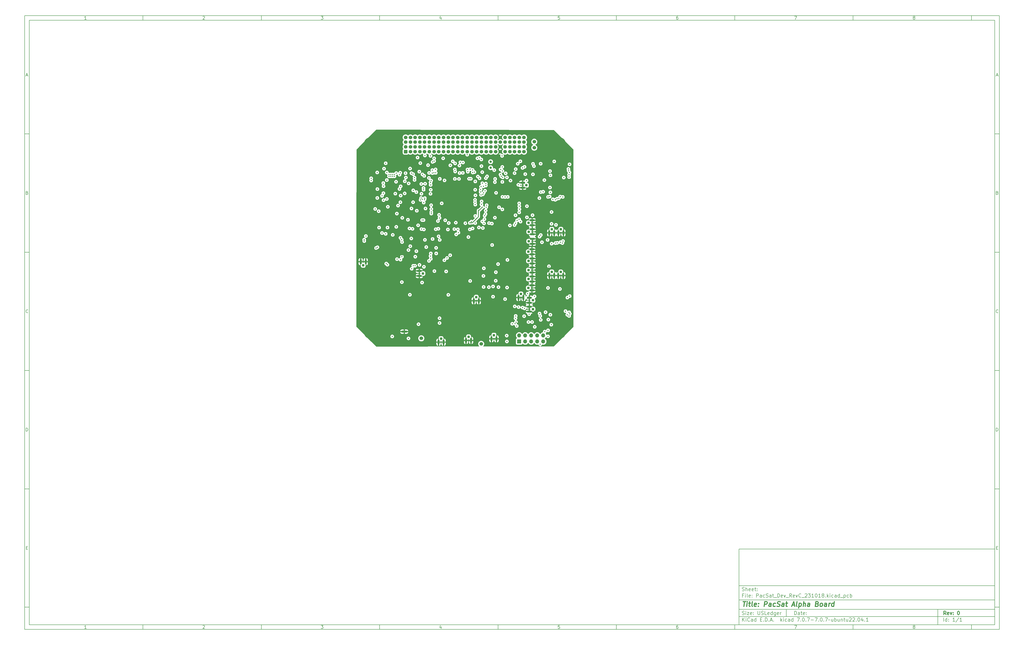
<source format=gbr>
%TF.GenerationSoftware,KiCad,Pcbnew,7.0.7-7.0.7~ubuntu22.04.1*%
%TF.CreationDate,2023-10-26T15:58:48-05:00*%
%TF.ProjectId,PacSat_Dev_RevC_231018,50616353-6174-45f4-9465-765f52657643,0*%
%TF.SameCoordinates,Original*%
%TF.FileFunction,Copper,L2,Inr*%
%TF.FilePolarity,Positive*%
%FSLAX46Y46*%
G04 Gerber Fmt 4.6, Leading zero omitted, Abs format (unit mm)*
G04 Created by KiCad (PCBNEW 7.0.7-7.0.7~ubuntu22.04.1) date 2023-10-26 15:58:48*
%MOMM*%
%LPD*%
G01*
G04 APERTURE LIST*
G04 Aperture macros list*
%AMRoundRect*
0 Rectangle with rounded corners*
0 $1 Rounding radius*
0 $2 $3 $4 $5 $6 $7 $8 $9 X,Y pos of 4 corners*
0 Add a 4 corners polygon primitive as box body*
4,1,4,$2,$3,$4,$5,$6,$7,$8,$9,$2,$3,0*
0 Add four circle primitives for the rounded corners*
1,1,$1+$1,$2,$3*
1,1,$1+$1,$4,$5*
1,1,$1+$1,$6,$7*
1,1,$1+$1,$8,$9*
0 Add four rect primitives between the rounded corners*
20,1,$1+$1,$2,$3,$4,$5,0*
20,1,$1+$1,$4,$5,$6,$7,0*
20,1,$1+$1,$6,$7,$8,$9,0*
20,1,$1+$1,$8,$9,$2,$3,0*%
G04 Aperture macros list end*
%ADD10C,0.100000*%
%ADD11C,0.150000*%
%ADD12C,0.300000*%
%ADD13C,0.400000*%
%TA.AperFunction,ComponentPad*%
%ADD14C,1.524000*%
%TD*%
%TA.AperFunction,ComponentPad*%
%ADD15C,6.350000*%
%TD*%
%TA.AperFunction,ComponentPad*%
%ADD16RoundRect,0.290840X-0.471160X-0.471160X0.471160X-0.471160X0.471160X0.471160X-0.471160X0.471160X0*%
%TD*%
%TA.AperFunction,ComponentPad*%
%ADD17C,1.016000*%
%TD*%
%TA.AperFunction,ComponentPad*%
%ADD18O,2.540000X0.889000*%
%TD*%
%TA.AperFunction,ComponentPad*%
%ADD19C,1.000000*%
%TD*%
%TA.AperFunction,ComponentPad*%
%ADD20R,1.700000X1.700000*%
%TD*%
%TA.AperFunction,ComponentPad*%
%ADD21O,1.700000X1.700000*%
%TD*%
%TA.AperFunction,ComponentPad*%
%ADD22RoundRect,0.254000X0.254000X-0.254000X0.254000X0.254000X-0.254000X0.254000X-0.254000X-0.254000X0*%
%TD*%
%TA.AperFunction,ComponentPad*%
%ADD23RoundRect,0.200000X0.200000X-0.800000X0.200000X0.800000X-0.200000X0.800000X-0.200000X-0.800000X0*%
%TD*%
%TA.AperFunction,ComponentPad*%
%ADD24RoundRect,0.254000X0.254000X0.254000X-0.254000X0.254000X-0.254000X-0.254000X0.254000X-0.254000X0*%
%TD*%
%TA.AperFunction,ComponentPad*%
%ADD25RoundRect,0.200000X0.800000X0.200000X-0.800000X0.200000X-0.800000X-0.200000X0.800000X-0.200000X0*%
%TD*%
%TA.AperFunction,ComponentPad*%
%ADD26RoundRect,0.254000X-0.254000X0.254000X-0.254000X-0.254000X0.254000X-0.254000X0.254000X0.254000X0*%
%TD*%
%TA.AperFunction,ComponentPad*%
%ADD27RoundRect,0.200000X-0.200000X0.800000X-0.200000X-0.800000X0.200000X-0.800000X0.200000X0.800000X0*%
%TD*%
%TA.AperFunction,ComponentPad*%
%ADD28RoundRect,0.254000X-0.254000X-0.254000X0.254000X-0.254000X0.254000X0.254000X-0.254000X0.254000X0*%
%TD*%
%TA.AperFunction,ComponentPad*%
%ADD29RoundRect,0.200000X-0.800000X-0.200000X0.800000X-0.200000X0.800000X0.200000X-0.800000X0.200000X0*%
%TD*%
%TA.AperFunction,ViaPad*%
%ADD30C,0.508000*%
%TD*%
%TA.AperFunction,Conductor*%
%ADD31C,0.203200*%
%TD*%
%TA.AperFunction,Conductor*%
%ADD32C,0.330200*%
%TD*%
%TA.AperFunction,Conductor*%
%ADD33C,0.152400*%
%TD*%
%TA.AperFunction,Conductor*%
%ADD34C,0.381000*%
%TD*%
%TA.AperFunction,Conductor*%
%ADD35C,0.304800*%
%TD*%
G04 APERTURE END LIST*
D10*
D11*
X311800000Y-235400000D02*
X419800000Y-235400000D01*
X419800000Y-267400000D01*
X311800000Y-267400000D01*
X311800000Y-235400000D01*
D10*
D11*
X10000000Y-10000000D02*
X421800000Y-10000000D01*
X421800000Y-269400000D01*
X10000000Y-269400000D01*
X10000000Y-10000000D01*
D10*
D11*
X12000000Y-12000000D02*
X419800000Y-12000000D01*
X419800000Y-267400000D01*
X12000000Y-267400000D01*
X12000000Y-12000000D01*
D10*
D11*
X60000000Y-12000000D02*
X60000000Y-10000000D01*
D10*
D11*
X110000000Y-12000000D02*
X110000000Y-10000000D01*
D10*
D11*
X160000000Y-12000000D02*
X160000000Y-10000000D01*
D10*
D11*
X210000000Y-12000000D02*
X210000000Y-10000000D01*
D10*
D11*
X260000000Y-12000000D02*
X260000000Y-10000000D01*
D10*
D11*
X310000000Y-12000000D02*
X310000000Y-10000000D01*
D10*
D11*
X360000000Y-12000000D02*
X360000000Y-10000000D01*
D10*
D11*
X410000000Y-12000000D02*
X410000000Y-10000000D01*
D10*
D11*
X36089160Y-11593604D02*
X35346303Y-11593604D01*
X35717731Y-11593604D02*
X35717731Y-10293604D01*
X35717731Y-10293604D02*
X35593922Y-10479319D01*
X35593922Y-10479319D02*
X35470112Y-10603128D01*
X35470112Y-10603128D02*
X35346303Y-10665033D01*
D10*
D11*
X85346303Y-10417414D02*
X85408207Y-10355509D01*
X85408207Y-10355509D02*
X85532017Y-10293604D01*
X85532017Y-10293604D02*
X85841541Y-10293604D01*
X85841541Y-10293604D02*
X85965350Y-10355509D01*
X85965350Y-10355509D02*
X86027255Y-10417414D01*
X86027255Y-10417414D02*
X86089160Y-10541223D01*
X86089160Y-10541223D02*
X86089160Y-10665033D01*
X86089160Y-10665033D02*
X86027255Y-10850747D01*
X86027255Y-10850747D02*
X85284398Y-11593604D01*
X85284398Y-11593604D02*
X86089160Y-11593604D01*
D10*
D11*
X135284398Y-10293604D02*
X136089160Y-10293604D01*
X136089160Y-10293604D02*
X135655826Y-10788842D01*
X135655826Y-10788842D02*
X135841541Y-10788842D01*
X135841541Y-10788842D02*
X135965350Y-10850747D01*
X135965350Y-10850747D02*
X136027255Y-10912652D01*
X136027255Y-10912652D02*
X136089160Y-11036461D01*
X136089160Y-11036461D02*
X136089160Y-11345985D01*
X136089160Y-11345985D02*
X136027255Y-11469795D01*
X136027255Y-11469795D02*
X135965350Y-11531700D01*
X135965350Y-11531700D02*
X135841541Y-11593604D01*
X135841541Y-11593604D02*
X135470112Y-11593604D01*
X135470112Y-11593604D02*
X135346303Y-11531700D01*
X135346303Y-11531700D02*
X135284398Y-11469795D01*
D10*
D11*
X185965350Y-10726938D02*
X185965350Y-11593604D01*
X185655826Y-10231700D02*
X185346303Y-11160271D01*
X185346303Y-11160271D02*
X186151064Y-11160271D01*
D10*
D11*
X236027255Y-10293604D02*
X235408207Y-10293604D01*
X235408207Y-10293604D02*
X235346303Y-10912652D01*
X235346303Y-10912652D02*
X235408207Y-10850747D01*
X235408207Y-10850747D02*
X235532017Y-10788842D01*
X235532017Y-10788842D02*
X235841541Y-10788842D01*
X235841541Y-10788842D02*
X235965350Y-10850747D01*
X235965350Y-10850747D02*
X236027255Y-10912652D01*
X236027255Y-10912652D02*
X236089160Y-11036461D01*
X236089160Y-11036461D02*
X236089160Y-11345985D01*
X236089160Y-11345985D02*
X236027255Y-11469795D01*
X236027255Y-11469795D02*
X235965350Y-11531700D01*
X235965350Y-11531700D02*
X235841541Y-11593604D01*
X235841541Y-11593604D02*
X235532017Y-11593604D01*
X235532017Y-11593604D02*
X235408207Y-11531700D01*
X235408207Y-11531700D02*
X235346303Y-11469795D01*
D10*
D11*
X285965350Y-10293604D02*
X285717731Y-10293604D01*
X285717731Y-10293604D02*
X285593922Y-10355509D01*
X285593922Y-10355509D02*
X285532017Y-10417414D01*
X285532017Y-10417414D02*
X285408207Y-10603128D01*
X285408207Y-10603128D02*
X285346303Y-10850747D01*
X285346303Y-10850747D02*
X285346303Y-11345985D01*
X285346303Y-11345985D02*
X285408207Y-11469795D01*
X285408207Y-11469795D02*
X285470112Y-11531700D01*
X285470112Y-11531700D02*
X285593922Y-11593604D01*
X285593922Y-11593604D02*
X285841541Y-11593604D01*
X285841541Y-11593604D02*
X285965350Y-11531700D01*
X285965350Y-11531700D02*
X286027255Y-11469795D01*
X286027255Y-11469795D02*
X286089160Y-11345985D01*
X286089160Y-11345985D02*
X286089160Y-11036461D01*
X286089160Y-11036461D02*
X286027255Y-10912652D01*
X286027255Y-10912652D02*
X285965350Y-10850747D01*
X285965350Y-10850747D02*
X285841541Y-10788842D01*
X285841541Y-10788842D02*
X285593922Y-10788842D01*
X285593922Y-10788842D02*
X285470112Y-10850747D01*
X285470112Y-10850747D02*
X285408207Y-10912652D01*
X285408207Y-10912652D02*
X285346303Y-11036461D01*
D10*
D11*
X335284398Y-10293604D02*
X336151064Y-10293604D01*
X336151064Y-10293604D02*
X335593922Y-11593604D01*
D10*
D11*
X385593922Y-10850747D02*
X385470112Y-10788842D01*
X385470112Y-10788842D02*
X385408207Y-10726938D01*
X385408207Y-10726938D02*
X385346303Y-10603128D01*
X385346303Y-10603128D02*
X385346303Y-10541223D01*
X385346303Y-10541223D02*
X385408207Y-10417414D01*
X385408207Y-10417414D02*
X385470112Y-10355509D01*
X385470112Y-10355509D02*
X385593922Y-10293604D01*
X385593922Y-10293604D02*
X385841541Y-10293604D01*
X385841541Y-10293604D02*
X385965350Y-10355509D01*
X385965350Y-10355509D02*
X386027255Y-10417414D01*
X386027255Y-10417414D02*
X386089160Y-10541223D01*
X386089160Y-10541223D02*
X386089160Y-10603128D01*
X386089160Y-10603128D02*
X386027255Y-10726938D01*
X386027255Y-10726938D02*
X385965350Y-10788842D01*
X385965350Y-10788842D02*
X385841541Y-10850747D01*
X385841541Y-10850747D02*
X385593922Y-10850747D01*
X385593922Y-10850747D02*
X385470112Y-10912652D01*
X385470112Y-10912652D02*
X385408207Y-10974557D01*
X385408207Y-10974557D02*
X385346303Y-11098366D01*
X385346303Y-11098366D02*
X385346303Y-11345985D01*
X385346303Y-11345985D02*
X385408207Y-11469795D01*
X385408207Y-11469795D02*
X385470112Y-11531700D01*
X385470112Y-11531700D02*
X385593922Y-11593604D01*
X385593922Y-11593604D02*
X385841541Y-11593604D01*
X385841541Y-11593604D02*
X385965350Y-11531700D01*
X385965350Y-11531700D02*
X386027255Y-11469795D01*
X386027255Y-11469795D02*
X386089160Y-11345985D01*
X386089160Y-11345985D02*
X386089160Y-11098366D01*
X386089160Y-11098366D02*
X386027255Y-10974557D01*
X386027255Y-10974557D02*
X385965350Y-10912652D01*
X385965350Y-10912652D02*
X385841541Y-10850747D01*
D10*
D11*
X60000000Y-267400000D02*
X60000000Y-269400000D01*
D10*
D11*
X110000000Y-267400000D02*
X110000000Y-269400000D01*
D10*
D11*
X160000000Y-267400000D02*
X160000000Y-269400000D01*
D10*
D11*
X210000000Y-267400000D02*
X210000000Y-269400000D01*
D10*
D11*
X260000000Y-267400000D02*
X260000000Y-269400000D01*
D10*
D11*
X310000000Y-267400000D02*
X310000000Y-269400000D01*
D10*
D11*
X360000000Y-267400000D02*
X360000000Y-269400000D01*
D10*
D11*
X410000000Y-267400000D02*
X410000000Y-269400000D01*
D10*
D11*
X36089160Y-268993604D02*
X35346303Y-268993604D01*
X35717731Y-268993604D02*
X35717731Y-267693604D01*
X35717731Y-267693604D02*
X35593922Y-267879319D01*
X35593922Y-267879319D02*
X35470112Y-268003128D01*
X35470112Y-268003128D02*
X35346303Y-268065033D01*
D10*
D11*
X85346303Y-267817414D02*
X85408207Y-267755509D01*
X85408207Y-267755509D02*
X85532017Y-267693604D01*
X85532017Y-267693604D02*
X85841541Y-267693604D01*
X85841541Y-267693604D02*
X85965350Y-267755509D01*
X85965350Y-267755509D02*
X86027255Y-267817414D01*
X86027255Y-267817414D02*
X86089160Y-267941223D01*
X86089160Y-267941223D02*
X86089160Y-268065033D01*
X86089160Y-268065033D02*
X86027255Y-268250747D01*
X86027255Y-268250747D02*
X85284398Y-268993604D01*
X85284398Y-268993604D02*
X86089160Y-268993604D01*
D10*
D11*
X135284398Y-267693604D02*
X136089160Y-267693604D01*
X136089160Y-267693604D02*
X135655826Y-268188842D01*
X135655826Y-268188842D02*
X135841541Y-268188842D01*
X135841541Y-268188842D02*
X135965350Y-268250747D01*
X135965350Y-268250747D02*
X136027255Y-268312652D01*
X136027255Y-268312652D02*
X136089160Y-268436461D01*
X136089160Y-268436461D02*
X136089160Y-268745985D01*
X136089160Y-268745985D02*
X136027255Y-268869795D01*
X136027255Y-268869795D02*
X135965350Y-268931700D01*
X135965350Y-268931700D02*
X135841541Y-268993604D01*
X135841541Y-268993604D02*
X135470112Y-268993604D01*
X135470112Y-268993604D02*
X135346303Y-268931700D01*
X135346303Y-268931700D02*
X135284398Y-268869795D01*
D10*
D11*
X185965350Y-268126938D02*
X185965350Y-268993604D01*
X185655826Y-267631700D02*
X185346303Y-268560271D01*
X185346303Y-268560271D02*
X186151064Y-268560271D01*
D10*
D11*
X236027255Y-267693604D02*
X235408207Y-267693604D01*
X235408207Y-267693604D02*
X235346303Y-268312652D01*
X235346303Y-268312652D02*
X235408207Y-268250747D01*
X235408207Y-268250747D02*
X235532017Y-268188842D01*
X235532017Y-268188842D02*
X235841541Y-268188842D01*
X235841541Y-268188842D02*
X235965350Y-268250747D01*
X235965350Y-268250747D02*
X236027255Y-268312652D01*
X236027255Y-268312652D02*
X236089160Y-268436461D01*
X236089160Y-268436461D02*
X236089160Y-268745985D01*
X236089160Y-268745985D02*
X236027255Y-268869795D01*
X236027255Y-268869795D02*
X235965350Y-268931700D01*
X235965350Y-268931700D02*
X235841541Y-268993604D01*
X235841541Y-268993604D02*
X235532017Y-268993604D01*
X235532017Y-268993604D02*
X235408207Y-268931700D01*
X235408207Y-268931700D02*
X235346303Y-268869795D01*
D10*
D11*
X285965350Y-267693604D02*
X285717731Y-267693604D01*
X285717731Y-267693604D02*
X285593922Y-267755509D01*
X285593922Y-267755509D02*
X285532017Y-267817414D01*
X285532017Y-267817414D02*
X285408207Y-268003128D01*
X285408207Y-268003128D02*
X285346303Y-268250747D01*
X285346303Y-268250747D02*
X285346303Y-268745985D01*
X285346303Y-268745985D02*
X285408207Y-268869795D01*
X285408207Y-268869795D02*
X285470112Y-268931700D01*
X285470112Y-268931700D02*
X285593922Y-268993604D01*
X285593922Y-268993604D02*
X285841541Y-268993604D01*
X285841541Y-268993604D02*
X285965350Y-268931700D01*
X285965350Y-268931700D02*
X286027255Y-268869795D01*
X286027255Y-268869795D02*
X286089160Y-268745985D01*
X286089160Y-268745985D02*
X286089160Y-268436461D01*
X286089160Y-268436461D02*
X286027255Y-268312652D01*
X286027255Y-268312652D02*
X285965350Y-268250747D01*
X285965350Y-268250747D02*
X285841541Y-268188842D01*
X285841541Y-268188842D02*
X285593922Y-268188842D01*
X285593922Y-268188842D02*
X285470112Y-268250747D01*
X285470112Y-268250747D02*
X285408207Y-268312652D01*
X285408207Y-268312652D02*
X285346303Y-268436461D01*
D10*
D11*
X335284398Y-267693604D02*
X336151064Y-267693604D01*
X336151064Y-267693604D02*
X335593922Y-268993604D01*
D10*
D11*
X385593922Y-268250747D02*
X385470112Y-268188842D01*
X385470112Y-268188842D02*
X385408207Y-268126938D01*
X385408207Y-268126938D02*
X385346303Y-268003128D01*
X385346303Y-268003128D02*
X385346303Y-267941223D01*
X385346303Y-267941223D02*
X385408207Y-267817414D01*
X385408207Y-267817414D02*
X385470112Y-267755509D01*
X385470112Y-267755509D02*
X385593922Y-267693604D01*
X385593922Y-267693604D02*
X385841541Y-267693604D01*
X385841541Y-267693604D02*
X385965350Y-267755509D01*
X385965350Y-267755509D02*
X386027255Y-267817414D01*
X386027255Y-267817414D02*
X386089160Y-267941223D01*
X386089160Y-267941223D02*
X386089160Y-268003128D01*
X386089160Y-268003128D02*
X386027255Y-268126938D01*
X386027255Y-268126938D02*
X385965350Y-268188842D01*
X385965350Y-268188842D02*
X385841541Y-268250747D01*
X385841541Y-268250747D02*
X385593922Y-268250747D01*
X385593922Y-268250747D02*
X385470112Y-268312652D01*
X385470112Y-268312652D02*
X385408207Y-268374557D01*
X385408207Y-268374557D02*
X385346303Y-268498366D01*
X385346303Y-268498366D02*
X385346303Y-268745985D01*
X385346303Y-268745985D02*
X385408207Y-268869795D01*
X385408207Y-268869795D02*
X385470112Y-268931700D01*
X385470112Y-268931700D02*
X385593922Y-268993604D01*
X385593922Y-268993604D02*
X385841541Y-268993604D01*
X385841541Y-268993604D02*
X385965350Y-268931700D01*
X385965350Y-268931700D02*
X386027255Y-268869795D01*
X386027255Y-268869795D02*
X386089160Y-268745985D01*
X386089160Y-268745985D02*
X386089160Y-268498366D01*
X386089160Y-268498366D02*
X386027255Y-268374557D01*
X386027255Y-268374557D02*
X385965350Y-268312652D01*
X385965350Y-268312652D02*
X385841541Y-268250747D01*
D10*
D11*
X10000000Y-60000000D02*
X12000000Y-60000000D01*
D10*
D11*
X10000000Y-110000000D02*
X12000000Y-110000000D01*
D10*
D11*
X10000000Y-160000000D02*
X12000000Y-160000000D01*
D10*
D11*
X10000000Y-210000000D02*
X12000000Y-210000000D01*
D10*
D11*
X10000000Y-260000000D02*
X12000000Y-260000000D01*
D10*
D11*
X10690476Y-35222176D02*
X11309523Y-35222176D01*
X10566666Y-35593604D02*
X10999999Y-34293604D01*
X10999999Y-34293604D02*
X11433333Y-35593604D01*
D10*
D11*
X11092857Y-84912652D02*
X11278571Y-84974557D01*
X11278571Y-84974557D02*
X11340476Y-85036461D01*
X11340476Y-85036461D02*
X11402380Y-85160271D01*
X11402380Y-85160271D02*
X11402380Y-85345985D01*
X11402380Y-85345985D02*
X11340476Y-85469795D01*
X11340476Y-85469795D02*
X11278571Y-85531700D01*
X11278571Y-85531700D02*
X11154761Y-85593604D01*
X11154761Y-85593604D02*
X10659523Y-85593604D01*
X10659523Y-85593604D02*
X10659523Y-84293604D01*
X10659523Y-84293604D02*
X11092857Y-84293604D01*
X11092857Y-84293604D02*
X11216666Y-84355509D01*
X11216666Y-84355509D02*
X11278571Y-84417414D01*
X11278571Y-84417414D02*
X11340476Y-84541223D01*
X11340476Y-84541223D02*
X11340476Y-84665033D01*
X11340476Y-84665033D02*
X11278571Y-84788842D01*
X11278571Y-84788842D02*
X11216666Y-84850747D01*
X11216666Y-84850747D02*
X11092857Y-84912652D01*
X11092857Y-84912652D02*
X10659523Y-84912652D01*
D10*
D11*
X11402380Y-135469795D02*
X11340476Y-135531700D01*
X11340476Y-135531700D02*
X11154761Y-135593604D01*
X11154761Y-135593604D02*
X11030952Y-135593604D01*
X11030952Y-135593604D02*
X10845238Y-135531700D01*
X10845238Y-135531700D02*
X10721428Y-135407890D01*
X10721428Y-135407890D02*
X10659523Y-135284080D01*
X10659523Y-135284080D02*
X10597619Y-135036461D01*
X10597619Y-135036461D02*
X10597619Y-134850747D01*
X10597619Y-134850747D02*
X10659523Y-134603128D01*
X10659523Y-134603128D02*
X10721428Y-134479319D01*
X10721428Y-134479319D02*
X10845238Y-134355509D01*
X10845238Y-134355509D02*
X11030952Y-134293604D01*
X11030952Y-134293604D02*
X11154761Y-134293604D01*
X11154761Y-134293604D02*
X11340476Y-134355509D01*
X11340476Y-134355509D02*
X11402380Y-134417414D01*
D10*
D11*
X10659523Y-185593604D02*
X10659523Y-184293604D01*
X10659523Y-184293604D02*
X10969047Y-184293604D01*
X10969047Y-184293604D02*
X11154761Y-184355509D01*
X11154761Y-184355509D02*
X11278571Y-184479319D01*
X11278571Y-184479319D02*
X11340476Y-184603128D01*
X11340476Y-184603128D02*
X11402380Y-184850747D01*
X11402380Y-184850747D02*
X11402380Y-185036461D01*
X11402380Y-185036461D02*
X11340476Y-185284080D01*
X11340476Y-185284080D02*
X11278571Y-185407890D01*
X11278571Y-185407890D02*
X11154761Y-185531700D01*
X11154761Y-185531700D02*
X10969047Y-185593604D01*
X10969047Y-185593604D02*
X10659523Y-185593604D01*
D10*
D11*
X10721428Y-234912652D02*
X11154762Y-234912652D01*
X11340476Y-235593604D02*
X10721428Y-235593604D01*
X10721428Y-235593604D02*
X10721428Y-234293604D01*
X10721428Y-234293604D02*
X11340476Y-234293604D01*
D10*
D11*
X421800000Y-60000000D02*
X419800000Y-60000000D01*
D10*
D11*
X421800000Y-110000000D02*
X419800000Y-110000000D01*
D10*
D11*
X421800000Y-160000000D02*
X419800000Y-160000000D01*
D10*
D11*
X421800000Y-210000000D02*
X419800000Y-210000000D01*
D10*
D11*
X421800000Y-260000000D02*
X419800000Y-260000000D01*
D10*
D11*
X420490476Y-35222176D02*
X421109523Y-35222176D01*
X420366666Y-35593604D02*
X420799999Y-34293604D01*
X420799999Y-34293604D02*
X421233333Y-35593604D01*
D10*
D11*
X420892857Y-84912652D02*
X421078571Y-84974557D01*
X421078571Y-84974557D02*
X421140476Y-85036461D01*
X421140476Y-85036461D02*
X421202380Y-85160271D01*
X421202380Y-85160271D02*
X421202380Y-85345985D01*
X421202380Y-85345985D02*
X421140476Y-85469795D01*
X421140476Y-85469795D02*
X421078571Y-85531700D01*
X421078571Y-85531700D02*
X420954761Y-85593604D01*
X420954761Y-85593604D02*
X420459523Y-85593604D01*
X420459523Y-85593604D02*
X420459523Y-84293604D01*
X420459523Y-84293604D02*
X420892857Y-84293604D01*
X420892857Y-84293604D02*
X421016666Y-84355509D01*
X421016666Y-84355509D02*
X421078571Y-84417414D01*
X421078571Y-84417414D02*
X421140476Y-84541223D01*
X421140476Y-84541223D02*
X421140476Y-84665033D01*
X421140476Y-84665033D02*
X421078571Y-84788842D01*
X421078571Y-84788842D02*
X421016666Y-84850747D01*
X421016666Y-84850747D02*
X420892857Y-84912652D01*
X420892857Y-84912652D02*
X420459523Y-84912652D01*
D10*
D11*
X421202380Y-135469795D02*
X421140476Y-135531700D01*
X421140476Y-135531700D02*
X420954761Y-135593604D01*
X420954761Y-135593604D02*
X420830952Y-135593604D01*
X420830952Y-135593604D02*
X420645238Y-135531700D01*
X420645238Y-135531700D02*
X420521428Y-135407890D01*
X420521428Y-135407890D02*
X420459523Y-135284080D01*
X420459523Y-135284080D02*
X420397619Y-135036461D01*
X420397619Y-135036461D02*
X420397619Y-134850747D01*
X420397619Y-134850747D02*
X420459523Y-134603128D01*
X420459523Y-134603128D02*
X420521428Y-134479319D01*
X420521428Y-134479319D02*
X420645238Y-134355509D01*
X420645238Y-134355509D02*
X420830952Y-134293604D01*
X420830952Y-134293604D02*
X420954761Y-134293604D01*
X420954761Y-134293604D02*
X421140476Y-134355509D01*
X421140476Y-134355509D02*
X421202380Y-134417414D01*
D10*
D11*
X420459523Y-185593604D02*
X420459523Y-184293604D01*
X420459523Y-184293604D02*
X420769047Y-184293604D01*
X420769047Y-184293604D02*
X420954761Y-184355509D01*
X420954761Y-184355509D02*
X421078571Y-184479319D01*
X421078571Y-184479319D02*
X421140476Y-184603128D01*
X421140476Y-184603128D02*
X421202380Y-184850747D01*
X421202380Y-184850747D02*
X421202380Y-185036461D01*
X421202380Y-185036461D02*
X421140476Y-185284080D01*
X421140476Y-185284080D02*
X421078571Y-185407890D01*
X421078571Y-185407890D02*
X420954761Y-185531700D01*
X420954761Y-185531700D02*
X420769047Y-185593604D01*
X420769047Y-185593604D02*
X420459523Y-185593604D01*
D10*
D11*
X420521428Y-234912652D02*
X420954762Y-234912652D01*
X421140476Y-235593604D02*
X420521428Y-235593604D01*
X420521428Y-235593604D02*
X420521428Y-234293604D01*
X420521428Y-234293604D02*
X421140476Y-234293604D01*
D10*
D11*
X335255826Y-263186128D02*
X335255826Y-261686128D01*
X335255826Y-261686128D02*
X335612969Y-261686128D01*
X335612969Y-261686128D02*
X335827255Y-261757557D01*
X335827255Y-261757557D02*
X335970112Y-261900414D01*
X335970112Y-261900414D02*
X336041541Y-262043271D01*
X336041541Y-262043271D02*
X336112969Y-262328985D01*
X336112969Y-262328985D02*
X336112969Y-262543271D01*
X336112969Y-262543271D02*
X336041541Y-262828985D01*
X336041541Y-262828985D02*
X335970112Y-262971842D01*
X335970112Y-262971842D02*
X335827255Y-263114700D01*
X335827255Y-263114700D02*
X335612969Y-263186128D01*
X335612969Y-263186128D02*
X335255826Y-263186128D01*
X337398684Y-263186128D02*
X337398684Y-262400414D01*
X337398684Y-262400414D02*
X337327255Y-262257557D01*
X337327255Y-262257557D02*
X337184398Y-262186128D01*
X337184398Y-262186128D02*
X336898684Y-262186128D01*
X336898684Y-262186128D02*
X336755826Y-262257557D01*
X337398684Y-263114700D02*
X337255826Y-263186128D01*
X337255826Y-263186128D02*
X336898684Y-263186128D01*
X336898684Y-263186128D02*
X336755826Y-263114700D01*
X336755826Y-263114700D02*
X336684398Y-262971842D01*
X336684398Y-262971842D02*
X336684398Y-262828985D01*
X336684398Y-262828985D02*
X336755826Y-262686128D01*
X336755826Y-262686128D02*
X336898684Y-262614700D01*
X336898684Y-262614700D02*
X337255826Y-262614700D01*
X337255826Y-262614700D02*
X337398684Y-262543271D01*
X337898684Y-262186128D02*
X338470112Y-262186128D01*
X338112969Y-261686128D02*
X338112969Y-262971842D01*
X338112969Y-262971842D02*
X338184398Y-263114700D01*
X338184398Y-263114700D02*
X338327255Y-263186128D01*
X338327255Y-263186128D02*
X338470112Y-263186128D01*
X339541541Y-263114700D02*
X339398684Y-263186128D01*
X339398684Y-263186128D02*
X339112970Y-263186128D01*
X339112970Y-263186128D02*
X338970112Y-263114700D01*
X338970112Y-263114700D02*
X338898684Y-262971842D01*
X338898684Y-262971842D02*
X338898684Y-262400414D01*
X338898684Y-262400414D02*
X338970112Y-262257557D01*
X338970112Y-262257557D02*
X339112970Y-262186128D01*
X339112970Y-262186128D02*
X339398684Y-262186128D01*
X339398684Y-262186128D02*
X339541541Y-262257557D01*
X339541541Y-262257557D02*
X339612970Y-262400414D01*
X339612970Y-262400414D02*
X339612970Y-262543271D01*
X339612970Y-262543271D02*
X338898684Y-262686128D01*
X340255826Y-263043271D02*
X340327255Y-263114700D01*
X340327255Y-263114700D02*
X340255826Y-263186128D01*
X340255826Y-263186128D02*
X340184398Y-263114700D01*
X340184398Y-263114700D02*
X340255826Y-263043271D01*
X340255826Y-263043271D02*
X340255826Y-263186128D01*
X340255826Y-262257557D02*
X340327255Y-262328985D01*
X340327255Y-262328985D02*
X340255826Y-262400414D01*
X340255826Y-262400414D02*
X340184398Y-262328985D01*
X340184398Y-262328985D02*
X340255826Y-262257557D01*
X340255826Y-262257557D02*
X340255826Y-262400414D01*
D10*
D11*
X311800000Y-263900000D02*
X419800000Y-263900000D01*
D10*
D11*
X313255826Y-265986128D02*
X313255826Y-264486128D01*
X314112969Y-265986128D02*
X313470112Y-265128985D01*
X314112969Y-264486128D02*
X313255826Y-265343271D01*
X314755826Y-265986128D02*
X314755826Y-264986128D01*
X314755826Y-264486128D02*
X314684398Y-264557557D01*
X314684398Y-264557557D02*
X314755826Y-264628985D01*
X314755826Y-264628985D02*
X314827255Y-264557557D01*
X314827255Y-264557557D02*
X314755826Y-264486128D01*
X314755826Y-264486128D02*
X314755826Y-264628985D01*
X316327255Y-265843271D02*
X316255827Y-265914700D01*
X316255827Y-265914700D02*
X316041541Y-265986128D01*
X316041541Y-265986128D02*
X315898684Y-265986128D01*
X315898684Y-265986128D02*
X315684398Y-265914700D01*
X315684398Y-265914700D02*
X315541541Y-265771842D01*
X315541541Y-265771842D02*
X315470112Y-265628985D01*
X315470112Y-265628985D02*
X315398684Y-265343271D01*
X315398684Y-265343271D02*
X315398684Y-265128985D01*
X315398684Y-265128985D02*
X315470112Y-264843271D01*
X315470112Y-264843271D02*
X315541541Y-264700414D01*
X315541541Y-264700414D02*
X315684398Y-264557557D01*
X315684398Y-264557557D02*
X315898684Y-264486128D01*
X315898684Y-264486128D02*
X316041541Y-264486128D01*
X316041541Y-264486128D02*
X316255827Y-264557557D01*
X316255827Y-264557557D02*
X316327255Y-264628985D01*
X317612970Y-265986128D02*
X317612970Y-265200414D01*
X317612970Y-265200414D02*
X317541541Y-265057557D01*
X317541541Y-265057557D02*
X317398684Y-264986128D01*
X317398684Y-264986128D02*
X317112970Y-264986128D01*
X317112970Y-264986128D02*
X316970112Y-265057557D01*
X317612970Y-265914700D02*
X317470112Y-265986128D01*
X317470112Y-265986128D02*
X317112970Y-265986128D01*
X317112970Y-265986128D02*
X316970112Y-265914700D01*
X316970112Y-265914700D02*
X316898684Y-265771842D01*
X316898684Y-265771842D02*
X316898684Y-265628985D01*
X316898684Y-265628985D02*
X316970112Y-265486128D01*
X316970112Y-265486128D02*
X317112970Y-265414700D01*
X317112970Y-265414700D02*
X317470112Y-265414700D01*
X317470112Y-265414700D02*
X317612970Y-265343271D01*
X318970113Y-265986128D02*
X318970113Y-264486128D01*
X318970113Y-265914700D02*
X318827255Y-265986128D01*
X318827255Y-265986128D02*
X318541541Y-265986128D01*
X318541541Y-265986128D02*
X318398684Y-265914700D01*
X318398684Y-265914700D02*
X318327255Y-265843271D01*
X318327255Y-265843271D02*
X318255827Y-265700414D01*
X318255827Y-265700414D02*
X318255827Y-265271842D01*
X318255827Y-265271842D02*
X318327255Y-265128985D01*
X318327255Y-265128985D02*
X318398684Y-265057557D01*
X318398684Y-265057557D02*
X318541541Y-264986128D01*
X318541541Y-264986128D02*
X318827255Y-264986128D01*
X318827255Y-264986128D02*
X318970113Y-265057557D01*
X320827255Y-265200414D02*
X321327255Y-265200414D01*
X321541541Y-265986128D02*
X320827255Y-265986128D01*
X320827255Y-265986128D02*
X320827255Y-264486128D01*
X320827255Y-264486128D02*
X321541541Y-264486128D01*
X322184398Y-265843271D02*
X322255827Y-265914700D01*
X322255827Y-265914700D02*
X322184398Y-265986128D01*
X322184398Y-265986128D02*
X322112970Y-265914700D01*
X322112970Y-265914700D02*
X322184398Y-265843271D01*
X322184398Y-265843271D02*
X322184398Y-265986128D01*
X322898684Y-265986128D02*
X322898684Y-264486128D01*
X322898684Y-264486128D02*
X323255827Y-264486128D01*
X323255827Y-264486128D02*
X323470113Y-264557557D01*
X323470113Y-264557557D02*
X323612970Y-264700414D01*
X323612970Y-264700414D02*
X323684399Y-264843271D01*
X323684399Y-264843271D02*
X323755827Y-265128985D01*
X323755827Y-265128985D02*
X323755827Y-265343271D01*
X323755827Y-265343271D02*
X323684399Y-265628985D01*
X323684399Y-265628985D02*
X323612970Y-265771842D01*
X323612970Y-265771842D02*
X323470113Y-265914700D01*
X323470113Y-265914700D02*
X323255827Y-265986128D01*
X323255827Y-265986128D02*
X322898684Y-265986128D01*
X324398684Y-265843271D02*
X324470113Y-265914700D01*
X324470113Y-265914700D02*
X324398684Y-265986128D01*
X324398684Y-265986128D02*
X324327256Y-265914700D01*
X324327256Y-265914700D02*
X324398684Y-265843271D01*
X324398684Y-265843271D02*
X324398684Y-265986128D01*
X325041542Y-265557557D02*
X325755828Y-265557557D01*
X324898685Y-265986128D02*
X325398685Y-264486128D01*
X325398685Y-264486128D02*
X325898685Y-265986128D01*
X326398684Y-265843271D02*
X326470113Y-265914700D01*
X326470113Y-265914700D02*
X326398684Y-265986128D01*
X326398684Y-265986128D02*
X326327256Y-265914700D01*
X326327256Y-265914700D02*
X326398684Y-265843271D01*
X326398684Y-265843271D02*
X326398684Y-265986128D01*
X329398684Y-265986128D02*
X329398684Y-264486128D01*
X329541542Y-265414700D02*
X329970113Y-265986128D01*
X329970113Y-264986128D02*
X329398684Y-265557557D01*
X330612970Y-265986128D02*
X330612970Y-264986128D01*
X330612970Y-264486128D02*
X330541542Y-264557557D01*
X330541542Y-264557557D02*
X330612970Y-264628985D01*
X330612970Y-264628985D02*
X330684399Y-264557557D01*
X330684399Y-264557557D02*
X330612970Y-264486128D01*
X330612970Y-264486128D02*
X330612970Y-264628985D01*
X331970114Y-265914700D02*
X331827256Y-265986128D01*
X331827256Y-265986128D02*
X331541542Y-265986128D01*
X331541542Y-265986128D02*
X331398685Y-265914700D01*
X331398685Y-265914700D02*
X331327256Y-265843271D01*
X331327256Y-265843271D02*
X331255828Y-265700414D01*
X331255828Y-265700414D02*
X331255828Y-265271842D01*
X331255828Y-265271842D02*
X331327256Y-265128985D01*
X331327256Y-265128985D02*
X331398685Y-265057557D01*
X331398685Y-265057557D02*
X331541542Y-264986128D01*
X331541542Y-264986128D02*
X331827256Y-264986128D01*
X331827256Y-264986128D02*
X331970114Y-265057557D01*
X333255828Y-265986128D02*
X333255828Y-265200414D01*
X333255828Y-265200414D02*
X333184399Y-265057557D01*
X333184399Y-265057557D02*
X333041542Y-264986128D01*
X333041542Y-264986128D02*
X332755828Y-264986128D01*
X332755828Y-264986128D02*
X332612970Y-265057557D01*
X333255828Y-265914700D02*
X333112970Y-265986128D01*
X333112970Y-265986128D02*
X332755828Y-265986128D01*
X332755828Y-265986128D02*
X332612970Y-265914700D01*
X332612970Y-265914700D02*
X332541542Y-265771842D01*
X332541542Y-265771842D02*
X332541542Y-265628985D01*
X332541542Y-265628985D02*
X332612970Y-265486128D01*
X332612970Y-265486128D02*
X332755828Y-265414700D01*
X332755828Y-265414700D02*
X333112970Y-265414700D01*
X333112970Y-265414700D02*
X333255828Y-265343271D01*
X334612971Y-265986128D02*
X334612971Y-264486128D01*
X334612971Y-265914700D02*
X334470113Y-265986128D01*
X334470113Y-265986128D02*
X334184399Y-265986128D01*
X334184399Y-265986128D02*
X334041542Y-265914700D01*
X334041542Y-265914700D02*
X333970113Y-265843271D01*
X333970113Y-265843271D02*
X333898685Y-265700414D01*
X333898685Y-265700414D02*
X333898685Y-265271842D01*
X333898685Y-265271842D02*
X333970113Y-265128985D01*
X333970113Y-265128985D02*
X334041542Y-265057557D01*
X334041542Y-265057557D02*
X334184399Y-264986128D01*
X334184399Y-264986128D02*
X334470113Y-264986128D01*
X334470113Y-264986128D02*
X334612971Y-265057557D01*
X336327256Y-264486128D02*
X337327256Y-264486128D01*
X337327256Y-264486128D02*
X336684399Y-265986128D01*
X337898684Y-265843271D02*
X337970113Y-265914700D01*
X337970113Y-265914700D02*
X337898684Y-265986128D01*
X337898684Y-265986128D02*
X337827256Y-265914700D01*
X337827256Y-265914700D02*
X337898684Y-265843271D01*
X337898684Y-265843271D02*
X337898684Y-265986128D01*
X338898685Y-264486128D02*
X339041542Y-264486128D01*
X339041542Y-264486128D02*
X339184399Y-264557557D01*
X339184399Y-264557557D02*
X339255828Y-264628985D01*
X339255828Y-264628985D02*
X339327256Y-264771842D01*
X339327256Y-264771842D02*
X339398685Y-265057557D01*
X339398685Y-265057557D02*
X339398685Y-265414700D01*
X339398685Y-265414700D02*
X339327256Y-265700414D01*
X339327256Y-265700414D02*
X339255828Y-265843271D01*
X339255828Y-265843271D02*
X339184399Y-265914700D01*
X339184399Y-265914700D02*
X339041542Y-265986128D01*
X339041542Y-265986128D02*
X338898685Y-265986128D01*
X338898685Y-265986128D02*
X338755828Y-265914700D01*
X338755828Y-265914700D02*
X338684399Y-265843271D01*
X338684399Y-265843271D02*
X338612970Y-265700414D01*
X338612970Y-265700414D02*
X338541542Y-265414700D01*
X338541542Y-265414700D02*
X338541542Y-265057557D01*
X338541542Y-265057557D02*
X338612970Y-264771842D01*
X338612970Y-264771842D02*
X338684399Y-264628985D01*
X338684399Y-264628985D02*
X338755828Y-264557557D01*
X338755828Y-264557557D02*
X338898685Y-264486128D01*
X340041541Y-265843271D02*
X340112970Y-265914700D01*
X340112970Y-265914700D02*
X340041541Y-265986128D01*
X340041541Y-265986128D02*
X339970113Y-265914700D01*
X339970113Y-265914700D02*
X340041541Y-265843271D01*
X340041541Y-265843271D02*
X340041541Y-265986128D01*
X340612970Y-264486128D02*
X341612970Y-264486128D01*
X341612970Y-264486128D02*
X340970113Y-265986128D01*
X342184398Y-265414700D02*
X343327256Y-265414700D01*
X343898684Y-264486128D02*
X344898684Y-264486128D01*
X344898684Y-264486128D02*
X344255827Y-265986128D01*
X345470112Y-265843271D02*
X345541541Y-265914700D01*
X345541541Y-265914700D02*
X345470112Y-265986128D01*
X345470112Y-265986128D02*
X345398684Y-265914700D01*
X345398684Y-265914700D02*
X345470112Y-265843271D01*
X345470112Y-265843271D02*
X345470112Y-265986128D01*
X346470113Y-264486128D02*
X346612970Y-264486128D01*
X346612970Y-264486128D02*
X346755827Y-264557557D01*
X346755827Y-264557557D02*
X346827256Y-264628985D01*
X346827256Y-264628985D02*
X346898684Y-264771842D01*
X346898684Y-264771842D02*
X346970113Y-265057557D01*
X346970113Y-265057557D02*
X346970113Y-265414700D01*
X346970113Y-265414700D02*
X346898684Y-265700414D01*
X346898684Y-265700414D02*
X346827256Y-265843271D01*
X346827256Y-265843271D02*
X346755827Y-265914700D01*
X346755827Y-265914700D02*
X346612970Y-265986128D01*
X346612970Y-265986128D02*
X346470113Y-265986128D01*
X346470113Y-265986128D02*
X346327256Y-265914700D01*
X346327256Y-265914700D02*
X346255827Y-265843271D01*
X346255827Y-265843271D02*
X346184398Y-265700414D01*
X346184398Y-265700414D02*
X346112970Y-265414700D01*
X346112970Y-265414700D02*
X346112970Y-265057557D01*
X346112970Y-265057557D02*
X346184398Y-264771842D01*
X346184398Y-264771842D02*
X346255827Y-264628985D01*
X346255827Y-264628985D02*
X346327256Y-264557557D01*
X346327256Y-264557557D02*
X346470113Y-264486128D01*
X347612969Y-265843271D02*
X347684398Y-265914700D01*
X347684398Y-265914700D02*
X347612969Y-265986128D01*
X347612969Y-265986128D02*
X347541541Y-265914700D01*
X347541541Y-265914700D02*
X347612969Y-265843271D01*
X347612969Y-265843271D02*
X347612969Y-265986128D01*
X348184398Y-264486128D02*
X349184398Y-264486128D01*
X349184398Y-264486128D02*
X348541541Y-265986128D01*
X349541541Y-265414700D02*
X349612969Y-265343271D01*
X349612969Y-265343271D02*
X349755826Y-265271842D01*
X349755826Y-265271842D02*
X350041541Y-265414700D01*
X350041541Y-265414700D02*
X350184398Y-265343271D01*
X350184398Y-265343271D02*
X350255826Y-265271842D01*
X351470113Y-264986128D02*
X351470113Y-265986128D01*
X350827255Y-264986128D02*
X350827255Y-265771842D01*
X350827255Y-265771842D02*
X350898684Y-265914700D01*
X350898684Y-265914700D02*
X351041541Y-265986128D01*
X351041541Y-265986128D02*
X351255827Y-265986128D01*
X351255827Y-265986128D02*
X351398684Y-265914700D01*
X351398684Y-265914700D02*
X351470113Y-265843271D01*
X352184398Y-265986128D02*
X352184398Y-264486128D01*
X352184398Y-265057557D02*
X352327256Y-264986128D01*
X352327256Y-264986128D02*
X352612970Y-264986128D01*
X352612970Y-264986128D02*
X352755827Y-265057557D01*
X352755827Y-265057557D02*
X352827256Y-265128985D01*
X352827256Y-265128985D02*
X352898684Y-265271842D01*
X352898684Y-265271842D02*
X352898684Y-265700414D01*
X352898684Y-265700414D02*
X352827256Y-265843271D01*
X352827256Y-265843271D02*
X352755827Y-265914700D01*
X352755827Y-265914700D02*
X352612970Y-265986128D01*
X352612970Y-265986128D02*
X352327256Y-265986128D01*
X352327256Y-265986128D02*
X352184398Y-265914700D01*
X354184399Y-264986128D02*
X354184399Y-265986128D01*
X353541541Y-264986128D02*
X353541541Y-265771842D01*
X353541541Y-265771842D02*
X353612970Y-265914700D01*
X353612970Y-265914700D02*
X353755827Y-265986128D01*
X353755827Y-265986128D02*
X353970113Y-265986128D01*
X353970113Y-265986128D02*
X354112970Y-265914700D01*
X354112970Y-265914700D02*
X354184399Y-265843271D01*
X354898684Y-264986128D02*
X354898684Y-265986128D01*
X354898684Y-265128985D02*
X354970113Y-265057557D01*
X354970113Y-265057557D02*
X355112970Y-264986128D01*
X355112970Y-264986128D02*
X355327256Y-264986128D01*
X355327256Y-264986128D02*
X355470113Y-265057557D01*
X355470113Y-265057557D02*
X355541542Y-265200414D01*
X355541542Y-265200414D02*
X355541542Y-265986128D01*
X356041542Y-264986128D02*
X356612970Y-264986128D01*
X356255827Y-264486128D02*
X356255827Y-265771842D01*
X356255827Y-265771842D02*
X356327256Y-265914700D01*
X356327256Y-265914700D02*
X356470113Y-265986128D01*
X356470113Y-265986128D02*
X356612970Y-265986128D01*
X357755828Y-264986128D02*
X357755828Y-265986128D01*
X357112970Y-264986128D02*
X357112970Y-265771842D01*
X357112970Y-265771842D02*
X357184399Y-265914700D01*
X357184399Y-265914700D02*
X357327256Y-265986128D01*
X357327256Y-265986128D02*
X357541542Y-265986128D01*
X357541542Y-265986128D02*
X357684399Y-265914700D01*
X357684399Y-265914700D02*
X357755828Y-265843271D01*
X358398685Y-264628985D02*
X358470113Y-264557557D01*
X358470113Y-264557557D02*
X358612971Y-264486128D01*
X358612971Y-264486128D02*
X358970113Y-264486128D01*
X358970113Y-264486128D02*
X359112971Y-264557557D01*
X359112971Y-264557557D02*
X359184399Y-264628985D01*
X359184399Y-264628985D02*
X359255828Y-264771842D01*
X359255828Y-264771842D02*
X359255828Y-264914700D01*
X359255828Y-264914700D02*
X359184399Y-265128985D01*
X359184399Y-265128985D02*
X358327256Y-265986128D01*
X358327256Y-265986128D02*
X359255828Y-265986128D01*
X359827256Y-264628985D02*
X359898684Y-264557557D01*
X359898684Y-264557557D02*
X360041542Y-264486128D01*
X360041542Y-264486128D02*
X360398684Y-264486128D01*
X360398684Y-264486128D02*
X360541542Y-264557557D01*
X360541542Y-264557557D02*
X360612970Y-264628985D01*
X360612970Y-264628985D02*
X360684399Y-264771842D01*
X360684399Y-264771842D02*
X360684399Y-264914700D01*
X360684399Y-264914700D02*
X360612970Y-265128985D01*
X360612970Y-265128985D02*
X359755827Y-265986128D01*
X359755827Y-265986128D02*
X360684399Y-265986128D01*
X361327255Y-265843271D02*
X361398684Y-265914700D01*
X361398684Y-265914700D02*
X361327255Y-265986128D01*
X361327255Y-265986128D02*
X361255827Y-265914700D01*
X361255827Y-265914700D02*
X361327255Y-265843271D01*
X361327255Y-265843271D02*
X361327255Y-265986128D01*
X362327256Y-264486128D02*
X362470113Y-264486128D01*
X362470113Y-264486128D02*
X362612970Y-264557557D01*
X362612970Y-264557557D02*
X362684399Y-264628985D01*
X362684399Y-264628985D02*
X362755827Y-264771842D01*
X362755827Y-264771842D02*
X362827256Y-265057557D01*
X362827256Y-265057557D02*
X362827256Y-265414700D01*
X362827256Y-265414700D02*
X362755827Y-265700414D01*
X362755827Y-265700414D02*
X362684399Y-265843271D01*
X362684399Y-265843271D02*
X362612970Y-265914700D01*
X362612970Y-265914700D02*
X362470113Y-265986128D01*
X362470113Y-265986128D02*
X362327256Y-265986128D01*
X362327256Y-265986128D02*
X362184399Y-265914700D01*
X362184399Y-265914700D02*
X362112970Y-265843271D01*
X362112970Y-265843271D02*
X362041541Y-265700414D01*
X362041541Y-265700414D02*
X361970113Y-265414700D01*
X361970113Y-265414700D02*
X361970113Y-265057557D01*
X361970113Y-265057557D02*
X362041541Y-264771842D01*
X362041541Y-264771842D02*
X362112970Y-264628985D01*
X362112970Y-264628985D02*
X362184399Y-264557557D01*
X362184399Y-264557557D02*
X362327256Y-264486128D01*
X364112970Y-264986128D02*
X364112970Y-265986128D01*
X363755827Y-264414700D02*
X363398684Y-265486128D01*
X363398684Y-265486128D02*
X364327255Y-265486128D01*
X364898683Y-265843271D02*
X364970112Y-265914700D01*
X364970112Y-265914700D02*
X364898683Y-265986128D01*
X364898683Y-265986128D02*
X364827255Y-265914700D01*
X364827255Y-265914700D02*
X364898683Y-265843271D01*
X364898683Y-265843271D02*
X364898683Y-265986128D01*
X366398684Y-265986128D02*
X365541541Y-265986128D01*
X365970112Y-265986128D02*
X365970112Y-264486128D01*
X365970112Y-264486128D02*
X365827255Y-264700414D01*
X365827255Y-264700414D02*
X365684398Y-264843271D01*
X365684398Y-264843271D02*
X365541541Y-264914700D01*
D10*
D11*
X311800000Y-260900000D02*
X419800000Y-260900000D01*
D10*
D12*
X399211653Y-263178328D02*
X398711653Y-262464042D01*
X398354510Y-263178328D02*
X398354510Y-261678328D01*
X398354510Y-261678328D02*
X398925939Y-261678328D01*
X398925939Y-261678328D02*
X399068796Y-261749757D01*
X399068796Y-261749757D02*
X399140225Y-261821185D01*
X399140225Y-261821185D02*
X399211653Y-261964042D01*
X399211653Y-261964042D02*
X399211653Y-262178328D01*
X399211653Y-262178328D02*
X399140225Y-262321185D01*
X399140225Y-262321185D02*
X399068796Y-262392614D01*
X399068796Y-262392614D02*
X398925939Y-262464042D01*
X398925939Y-262464042D02*
X398354510Y-262464042D01*
X400425939Y-263106900D02*
X400283082Y-263178328D01*
X400283082Y-263178328D02*
X399997368Y-263178328D01*
X399997368Y-263178328D02*
X399854510Y-263106900D01*
X399854510Y-263106900D02*
X399783082Y-262964042D01*
X399783082Y-262964042D02*
X399783082Y-262392614D01*
X399783082Y-262392614D02*
X399854510Y-262249757D01*
X399854510Y-262249757D02*
X399997368Y-262178328D01*
X399997368Y-262178328D02*
X400283082Y-262178328D01*
X400283082Y-262178328D02*
X400425939Y-262249757D01*
X400425939Y-262249757D02*
X400497368Y-262392614D01*
X400497368Y-262392614D02*
X400497368Y-262535471D01*
X400497368Y-262535471D02*
X399783082Y-262678328D01*
X400997367Y-262178328D02*
X401354510Y-263178328D01*
X401354510Y-263178328D02*
X401711653Y-262178328D01*
X402283081Y-263035471D02*
X402354510Y-263106900D01*
X402354510Y-263106900D02*
X402283081Y-263178328D01*
X402283081Y-263178328D02*
X402211653Y-263106900D01*
X402211653Y-263106900D02*
X402283081Y-263035471D01*
X402283081Y-263035471D02*
X402283081Y-263178328D01*
X402283081Y-262249757D02*
X402354510Y-262321185D01*
X402354510Y-262321185D02*
X402283081Y-262392614D01*
X402283081Y-262392614D02*
X402211653Y-262321185D01*
X402211653Y-262321185D02*
X402283081Y-262249757D01*
X402283081Y-262249757D02*
X402283081Y-262392614D01*
X404425939Y-261678328D02*
X404568796Y-261678328D01*
X404568796Y-261678328D02*
X404711653Y-261749757D01*
X404711653Y-261749757D02*
X404783082Y-261821185D01*
X404783082Y-261821185D02*
X404854510Y-261964042D01*
X404854510Y-261964042D02*
X404925939Y-262249757D01*
X404925939Y-262249757D02*
X404925939Y-262606900D01*
X404925939Y-262606900D02*
X404854510Y-262892614D01*
X404854510Y-262892614D02*
X404783082Y-263035471D01*
X404783082Y-263035471D02*
X404711653Y-263106900D01*
X404711653Y-263106900D02*
X404568796Y-263178328D01*
X404568796Y-263178328D02*
X404425939Y-263178328D01*
X404425939Y-263178328D02*
X404283082Y-263106900D01*
X404283082Y-263106900D02*
X404211653Y-263035471D01*
X404211653Y-263035471D02*
X404140224Y-262892614D01*
X404140224Y-262892614D02*
X404068796Y-262606900D01*
X404068796Y-262606900D02*
X404068796Y-262249757D01*
X404068796Y-262249757D02*
X404140224Y-261964042D01*
X404140224Y-261964042D02*
X404211653Y-261821185D01*
X404211653Y-261821185D02*
X404283082Y-261749757D01*
X404283082Y-261749757D02*
X404425939Y-261678328D01*
D10*
D11*
X313184398Y-263114700D02*
X313398684Y-263186128D01*
X313398684Y-263186128D02*
X313755826Y-263186128D01*
X313755826Y-263186128D02*
X313898684Y-263114700D01*
X313898684Y-263114700D02*
X313970112Y-263043271D01*
X313970112Y-263043271D02*
X314041541Y-262900414D01*
X314041541Y-262900414D02*
X314041541Y-262757557D01*
X314041541Y-262757557D02*
X313970112Y-262614700D01*
X313970112Y-262614700D02*
X313898684Y-262543271D01*
X313898684Y-262543271D02*
X313755826Y-262471842D01*
X313755826Y-262471842D02*
X313470112Y-262400414D01*
X313470112Y-262400414D02*
X313327255Y-262328985D01*
X313327255Y-262328985D02*
X313255826Y-262257557D01*
X313255826Y-262257557D02*
X313184398Y-262114700D01*
X313184398Y-262114700D02*
X313184398Y-261971842D01*
X313184398Y-261971842D02*
X313255826Y-261828985D01*
X313255826Y-261828985D02*
X313327255Y-261757557D01*
X313327255Y-261757557D02*
X313470112Y-261686128D01*
X313470112Y-261686128D02*
X313827255Y-261686128D01*
X313827255Y-261686128D02*
X314041541Y-261757557D01*
X314684397Y-263186128D02*
X314684397Y-262186128D01*
X314684397Y-261686128D02*
X314612969Y-261757557D01*
X314612969Y-261757557D02*
X314684397Y-261828985D01*
X314684397Y-261828985D02*
X314755826Y-261757557D01*
X314755826Y-261757557D02*
X314684397Y-261686128D01*
X314684397Y-261686128D02*
X314684397Y-261828985D01*
X315255826Y-262186128D02*
X316041541Y-262186128D01*
X316041541Y-262186128D02*
X315255826Y-263186128D01*
X315255826Y-263186128D02*
X316041541Y-263186128D01*
X317184398Y-263114700D02*
X317041541Y-263186128D01*
X317041541Y-263186128D02*
X316755827Y-263186128D01*
X316755827Y-263186128D02*
X316612969Y-263114700D01*
X316612969Y-263114700D02*
X316541541Y-262971842D01*
X316541541Y-262971842D02*
X316541541Y-262400414D01*
X316541541Y-262400414D02*
X316612969Y-262257557D01*
X316612969Y-262257557D02*
X316755827Y-262186128D01*
X316755827Y-262186128D02*
X317041541Y-262186128D01*
X317041541Y-262186128D02*
X317184398Y-262257557D01*
X317184398Y-262257557D02*
X317255827Y-262400414D01*
X317255827Y-262400414D02*
X317255827Y-262543271D01*
X317255827Y-262543271D02*
X316541541Y-262686128D01*
X317898683Y-263043271D02*
X317970112Y-263114700D01*
X317970112Y-263114700D02*
X317898683Y-263186128D01*
X317898683Y-263186128D02*
X317827255Y-263114700D01*
X317827255Y-263114700D02*
X317898683Y-263043271D01*
X317898683Y-263043271D02*
X317898683Y-263186128D01*
X317898683Y-262257557D02*
X317970112Y-262328985D01*
X317970112Y-262328985D02*
X317898683Y-262400414D01*
X317898683Y-262400414D02*
X317827255Y-262328985D01*
X317827255Y-262328985D02*
X317898683Y-262257557D01*
X317898683Y-262257557D02*
X317898683Y-262400414D01*
X319755826Y-261686128D02*
X319755826Y-262900414D01*
X319755826Y-262900414D02*
X319827255Y-263043271D01*
X319827255Y-263043271D02*
X319898684Y-263114700D01*
X319898684Y-263114700D02*
X320041541Y-263186128D01*
X320041541Y-263186128D02*
X320327255Y-263186128D01*
X320327255Y-263186128D02*
X320470112Y-263114700D01*
X320470112Y-263114700D02*
X320541541Y-263043271D01*
X320541541Y-263043271D02*
X320612969Y-262900414D01*
X320612969Y-262900414D02*
X320612969Y-261686128D01*
X321255827Y-263114700D02*
X321470113Y-263186128D01*
X321470113Y-263186128D02*
X321827255Y-263186128D01*
X321827255Y-263186128D02*
X321970113Y-263114700D01*
X321970113Y-263114700D02*
X322041541Y-263043271D01*
X322041541Y-263043271D02*
X322112970Y-262900414D01*
X322112970Y-262900414D02*
X322112970Y-262757557D01*
X322112970Y-262757557D02*
X322041541Y-262614700D01*
X322041541Y-262614700D02*
X321970113Y-262543271D01*
X321970113Y-262543271D02*
X321827255Y-262471842D01*
X321827255Y-262471842D02*
X321541541Y-262400414D01*
X321541541Y-262400414D02*
X321398684Y-262328985D01*
X321398684Y-262328985D02*
X321327255Y-262257557D01*
X321327255Y-262257557D02*
X321255827Y-262114700D01*
X321255827Y-262114700D02*
X321255827Y-261971842D01*
X321255827Y-261971842D02*
X321327255Y-261828985D01*
X321327255Y-261828985D02*
X321398684Y-261757557D01*
X321398684Y-261757557D02*
X321541541Y-261686128D01*
X321541541Y-261686128D02*
X321898684Y-261686128D01*
X321898684Y-261686128D02*
X322112970Y-261757557D01*
X323470112Y-263186128D02*
X322755826Y-263186128D01*
X322755826Y-263186128D02*
X322755826Y-261686128D01*
X324541541Y-263114700D02*
X324398684Y-263186128D01*
X324398684Y-263186128D02*
X324112970Y-263186128D01*
X324112970Y-263186128D02*
X323970112Y-263114700D01*
X323970112Y-263114700D02*
X323898684Y-262971842D01*
X323898684Y-262971842D02*
X323898684Y-262400414D01*
X323898684Y-262400414D02*
X323970112Y-262257557D01*
X323970112Y-262257557D02*
X324112970Y-262186128D01*
X324112970Y-262186128D02*
X324398684Y-262186128D01*
X324398684Y-262186128D02*
X324541541Y-262257557D01*
X324541541Y-262257557D02*
X324612970Y-262400414D01*
X324612970Y-262400414D02*
X324612970Y-262543271D01*
X324612970Y-262543271D02*
X323898684Y-262686128D01*
X325898684Y-263186128D02*
X325898684Y-261686128D01*
X325898684Y-263114700D02*
X325755826Y-263186128D01*
X325755826Y-263186128D02*
X325470112Y-263186128D01*
X325470112Y-263186128D02*
X325327255Y-263114700D01*
X325327255Y-263114700D02*
X325255826Y-263043271D01*
X325255826Y-263043271D02*
X325184398Y-262900414D01*
X325184398Y-262900414D02*
X325184398Y-262471842D01*
X325184398Y-262471842D02*
X325255826Y-262328985D01*
X325255826Y-262328985D02*
X325327255Y-262257557D01*
X325327255Y-262257557D02*
X325470112Y-262186128D01*
X325470112Y-262186128D02*
X325755826Y-262186128D01*
X325755826Y-262186128D02*
X325898684Y-262257557D01*
X327255827Y-262186128D02*
X327255827Y-263400414D01*
X327255827Y-263400414D02*
X327184398Y-263543271D01*
X327184398Y-263543271D02*
X327112969Y-263614700D01*
X327112969Y-263614700D02*
X326970112Y-263686128D01*
X326970112Y-263686128D02*
X326755827Y-263686128D01*
X326755827Y-263686128D02*
X326612969Y-263614700D01*
X327255827Y-263114700D02*
X327112969Y-263186128D01*
X327112969Y-263186128D02*
X326827255Y-263186128D01*
X326827255Y-263186128D02*
X326684398Y-263114700D01*
X326684398Y-263114700D02*
X326612969Y-263043271D01*
X326612969Y-263043271D02*
X326541541Y-262900414D01*
X326541541Y-262900414D02*
X326541541Y-262471842D01*
X326541541Y-262471842D02*
X326612969Y-262328985D01*
X326612969Y-262328985D02*
X326684398Y-262257557D01*
X326684398Y-262257557D02*
X326827255Y-262186128D01*
X326827255Y-262186128D02*
X327112969Y-262186128D01*
X327112969Y-262186128D02*
X327255827Y-262257557D01*
X328541541Y-263114700D02*
X328398684Y-263186128D01*
X328398684Y-263186128D02*
X328112970Y-263186128D01*
X328112970Y-263186128D02*
X327970112Y-263114700D01*
X327970112Y-263114700D02*
X327898684Y-262971842D01*
X327898684Y-262971842D02*
X327898684Y-262400414D01*
X327898684Y-262400414D02*
X327970112Y-262257557D01*
X327970112Y-262257557D02*
X328112970Y-262186128D01*
X328112970Y-262186128D02*
X328398684Y-262186128D01*
X328398684Y-262186128D02*
X328541541Y-262257557D01*
X328541541Y-262257557D02*
X328612970Y-262400414D01*
X328612970Y-262400414D02*
X328612970Y-262543271D01*
X328612970Y-262543271D02*
X327898684Y-262686128D01*
X329255826Y-263186128D02*
X329255826Y-262186128D01*
X329255826Y-262471842D02*
X329327255Y-262328985D01*
X329327255Y-262328985D02*
X329398684Y-262257557D01*
X329398684Y-262257557D02*
X329541541Y-262186128D01*
X329541541Y-262186128D02*
X329684398Y-262186128D01*
D10*
D11*
X398255826Y-265986128D02*
X398255826Y-264486128D01*
X399612970Y-265986128D02*
X399612970Y-264486128D01*
X399612970Y-265914700D02*
X399470112Y-265986128D01*
X399470112Y-265986128D02*
X399184398Y-265986128D01*
X399184398Y-265986128D02*
X399041541Y-265914700D01*
X399041541Y-265914700D02*
X398970112Y-265843271D01*
X398970112Y-265843271D02*
X398898684Y-265700414D01*
X398898684Y-265700414D02*
X398898684Y-265271842D01*
X398898684Y-265271842D02*
X398970112Y-265128985D01*
X398970112Y-265128985D02*
X399041541Y-265057557D01*
X399041541Y-265057557D02*
X399184398Y-264986128D01*
X399184398Y-264986128D02*
X399470112Y-264986128D01*
X399470112Y-264986128D02*
X399612970Y-265057557D01*
X400327255Y-265843271D02*
X400398684Y-265914700D01*
X400398684Y-265914700D02*
X400327255Y-265986128D01*
X400327255Y-265986128D02*
X400255827Y-265914700D01*
X400255827Y-265914700D02*
X400327255Y-265843271D01*
X400327255Y-265843271D02*
X400327255Y-265986128D01*
X400327255Y-265057557D02*
X400398684Y-265128985D01*
X400398684Y-265128985D02*
X400327255Y-265200414D01*
X400327255Y-265200414D02*
X400255827Y-265128985D01*
X400255827Y-265128985D02*
X400327255Y-265057557D01*
X400327255Y-265057557D02*
X400327255Y-265200414D01*
X402970113Y-265986128D02*
X402112970Y-265986128D01*
X402541541Y-265986128D02*
X402541541Y-264486128D01*
X402541541Y-264486128D02*
X402398684Y-264700414D01*
X402398684Y-264700414D02*
X402255827Y-264843271D01*
X402255827Y-264843271D02*
X402112970Y-264914700D01*
X404684398Y-264414700D02*
X403398684Y-266343271D01*
X405970113Y-265986128D02*
X405112970Y-265986128D01*
X405541541Y-265986128D02*
X405541541Y-264486128D01*
X405541541Y-264486128D02*
X405398684Y-264700414D01*
X405398684Y-264700414D02*
X405255827Y-264843271D01*
X405255827Y-264843271D02*
X405112970Y-264914700D01*
D10*
D11*
X311800000Y-256900000D02*
X419800000Y-256900000D01*
D10*
D13*
X313491728Y-257604438D02*
X314634585Y-257604438D01*
X313813157Y-259604438D02*
X314063157Y-257604438D01*
X315051252Y-259604438D02*
X315217919Y-258271104D01*
X315301252Y-257604438D02*
X315194109Y-257699676D01*
X315194109Y-257699676D02*
X315277443Y-257794914D01*
X315277443Y-257794914D02*
X315384586Y-257699676D01*
X315384586Y-257699676D02*
X315301252Y-257604438D01*
X315301252Y-257604438D02*
X315277443Y-257794914D01*
X315884586Y-258271104D02*
X316646490Y-258271104D01*
X316253633Y-257604438D02*
X316039348Y-259318723D01*
X316039348Y-259318723D02*
X316110776Y-259509200D01*
X316110776Y-259509200D02*
X316289348Y-259604438D01*
X316289348Y-259604438D02*
X316479824Y-259604438D01*
X317432205Y-259604438D02*
X317253633Y-259509200D01*
X317253633Y-259509200D02*
X317182205Y-259318723D01*
X317182205Y-259318723D02*
X317396490Y-257604438D01*
X318967919Y-259509200D02*
X318765538Y-259604438D01*
X318765538Y-259604438D02*
X318384585Y-259604438D01*
X318384585Y-259604438D02*
X318206014Y-259509200D01*
X318206014Y-259509200D02*
X318134585Y-259318723D01*
X318134585Y-259318723D02*
X318229824Y-258556819D01*
X318229824Y-258556819D02*
X318348871Y-258366342D01*
X318348871Y-258366342D02*
X318551252Y-258271104D01*
X318551252Y-258271104D02*
X318932204Y-258271104D01*
X318932204Y-258271104D02*
X319110776Y-258366342D01*
X319110776Y-258366342D02*
X319182204Y-258556819D01*
X319182204Y-258556819D02*
X319158395Y-258747295D01*
X319158395Y-258747295D02*
X318182204Y-258937771D01*
X319932205Y-259413961D02*
X320015538Y-259509200D01*
X320015538Y-259509200D02*
X319908395Y-259604438D01*
X319908395Y-259604438D02*
X319825062Y-259509200D01*
X319825062Y-259509200D02*
X319932205Y-259413961D01*
X319932205Y-259413961D02*
X319908395Y-259604438D01*
X320063157Y-258366342D02*
X320146490Y-258461580D01*
X320146490Y-258461580D02*
X320039348Y-258556819D01*
X320039348Y-258556819D02*
X319956014Y-258461580D01*
X319956014Y-258461580D02*
X320063157Y-258366342D01*
X320063157Y-258366342D02*
X320039348Y-258556819D01*
X322384586Y-259604438D02*
X322634586Y-257604438D01*
X322634586Y-257604438D02*
X323396491Y-257604438D01*
X323396491Y-257604438D02*
X323575062Y-257699676D01*
X323575062Y-257699676D02*
X323658396Y-257794914D01*
X323658396Y-257794914D02*
X323729824Y-257985390D01*
X323729824Y-257985390D02*
X323694110Y-258271104D01*
X323694110Y-258271104D02*
X323575062Y-258461580D01*
X323575062Y-258461580D02*
X323467920Y-258556819D01*
X323467920Y-258556819D02*
X323265539Y-258652057D01*
X323265539Y-258652057D02*
X322503634Y-258652057D01*
X325241729Y-259604438D02*
X325372681Y-258556819D01*
X325372681Y-258556819D02*
X325301253Y-258366342D01*
X325301253Y-258366342D02*
X325122681Y-258271104D01*
X325122681Y-258271104D02*
X324741729Y-258271104D01*
X324741729Y-258271104D02*
X324539348Y-258366342D01*
X325253634Y-259509200D02*
X325051253Y-259604438D01*
X325051253Y-259604438D02*
X324575062Y-259604438D01*
X324575062Y-259604438D02*
X324396491Y-259509200D01*
X324396491Y-259509200D02*
X324325062Y-259318723D01*
X324325062Y-259318723D02*
X324348872Y-259128247D01*
X324348872Y-259128247D02*
X324467920Y-258937771D01*
X324467920Y-258937771D02*
X324670301Y-258842533D01*
X324670301Y-258842533D02*
X325146491Y-258842533D01*
X325146491Y-258842533D02*
X325348872Y-258747295D01*
X327063158Y-259509200D02*
X326860777Y-259604438D01*
X326860777Y-259604438D02*
X326479825Y-259604438D01*
X326479825Y-259604438D02*
X326301253Y-259509200D01*
X326301253Y-259509200D02*
X326217920Y-259413961D01*
X326217920Y-259413961D02*
X326146491Y-259223485D01*
X326146491Y-259223485D02*
X326217920Y-258652057D01*
X326217920Y-258652057D02*
X326336967Y-258461580D01*
X326336967Y-258461580D02*
X326444110Y-258366342D01*
X326444110Y-258366342D02*
X326646491Y-258271104D01*
X326646491Y-258271104D02*
X327027444Y-258271104D01*
X327027444Y-258271104D02*
X327206015Y-258366342D01*
X327825063Y-259509200D02*
X328098872Y-259604438D01*
X328098872Y-259604438D02*
X328575063Y-259604438D01*
X328575063Y-259604438D02*
X328777444Y-259509200D01*
X328777444Y-259509200D02*
X328884587Y-259413961D01*
X328884587Y-259413961D02*
X329003634Y-259223485D01*
X329003634Y-259223485D02*
X329027444Y-259033009D01*
X329027444Y-259033009D02*
X328956015Y-258842533D01*
X328956015Y-258842533D02*
X328872682Y-258747295D01*
X328872682Y-258747295D02*
X328694111Y-258652057D01*
X328694111Y-258652057D02*
X328325063Y-258556819D01*
X328325063Y-258556819D02*
X328146491Y-258461580D01*
X328146491Y-258461580D02*
X328063158Y-258366342D01*
X328063158Y-258366342D02*
X327991730Y-258175866D01*
X327991730Y-258175866D02*
X328015539Y-257985390D01*
X328015539Y-257985390D02*
X328134587Y-257794914D01*
X328134587Y-257794914D02*
X328241730Y-257699676D01*
X328241730Y-257699676D02*
X328444111Y-257604438D01*
X328444111Y-257604438D02*
X328920301Y-257604438D01*
X328920301Y-257604438D02*
X329194111Y-257699676D01*
X330670301Y-259604438D02*
X330801253Y-258556819D01*
X330801253Y-258556819D02*
X330729825Y-258366342D01*
X330729825Y-258366342D02*
X330551253Y-258271104D01*
X330551253Y-258271104D02*
X330170301Y-258271104D01*
X330170301Y-258271104D02*
X329967920Y-258366342D01*
X330682206Y-259509200D02*
X330479825Y-259604438D01*
X330479825Y-259604438D02*
X330003634Y-259604438D01*
X330003634Y-259604438D02*
X329825063Y-259509200D01*
X329825063Y-259509200D02*
X329753634Y-259318723D01*
X329753634Y-259318723D02*
X329777444Y-259128247D01*
X329777444Y-259128247D02*
X329896492Y-258937771D01*
X329896492Y-258937771D02*
X330098873Y-258842533D01*
X330098873Y-258842533D02*
X330575063Y-258842533D01*
X330575063Y-258842533D02*
X330777444Y-258747295D01*
X331503635Y-258271104D02*
X332265539Y-258271104D01*
X331872682Y-257604438D02*
X331658397Y-259318723D01*
X331658397Y-259318723D02*
X331729825Y-259509200D01*
X331729825Y-259509200D02*
X331908397Y-259604438D01*
X331908397Y-259604438D02*
X332098873Y-259604438D01*
X334265540Y-259033009D02*
X335217921Y-259033009D01*
X334003635Y-259604438D02*
X334920302Y-257604438D01*
X334920302Y-257604438D02*
X335336968Y-259604438D01*
X336289350Y-259604438D02*
X336110778Y-259509200D01*
X336110778Y-259509200D02*
X336039350Y-259318723D01*
X336039350Y-259318723D02*
X336253635Y-257604438D01*
X337217921Y-258271104D02*
X336967921Y-260271104D01*
X337206016Y-258366342D02*
X337408397Y-258271104D01*
X337408397Y-258271104D02*
X337789349Y-258271104D01*
X337789349Y-258271104D02*
X337967921Y-258366342D01*
X337967921Y-258366342D02*
X338051254Y-258461580D01*
X338051254Y-258461580D02*
X338122683Y-258652057D01*
X338122683Y-258652057D02*
X338051254Y-259223485D01*
X338051254Y-259223485D02*
X337932207Y-259413961D01*
X337932207Y-259413961D02*
X337825064Y-259509200D01*
X337825064Y-259509200D02*
X337622683Y-259604438D01*
X337622683Y-259604438D02*
X337241730Y-259604438D01*
X337241730Y-259604438D02*
X337063159Y-259509200D01*
X338860778Y-259604438D02*
X339110778Y-257604438D01*
X339717921Y-259604438D02*
X339848873Y-258556819D01*
X339848873Y-258556819D02*
X339777445Y-258366342D01*
X339777445Y-258366342D02*
X339598873Y-258271104D01*
X339598873Y-258271104D02*
X339313159Y-258271104D01*
X339313159Y-258271104D02*
X339110778Y-258366342D01*
X339110778Y-258366342D02*
X339003635Y-258461580D01*
X341527445Y-259604438D02*
X341658397Y-258556819D01*
X341658397Y-258556819D02*
X341586969Y-258366342D01*
X341586969Y-258366342D02*
X341408397Y-258271104D01*
X341408397Y-258271104D02*
X341027445Y-258271104D01*
X341027445Y-258271104D02*
X340825064Y-258366342D01*
X341539350Y-259509200D02*
X341336969Y-259604438D01*
X341336969Y-259604438D02*
X340860778Y-259604438D01*
X340860778Y-259604438D02*
X340682207Y-259509200D01*
X340682207Y-259509200D02*
X340610778Y-259318723D01*
X340610778Y-259318723D02*
X340634588Y-259128247D01*
X340634588Y-259128247D02*
X340753636Y-258937771D01*
X340753636Y-258937771D02*
X340956017Y-258842533D01*
X340956017Y-258842533D02*
X341432207Y-258842533D01*
X341432207Y-258842533D02*
X341634588Y-258747295D01*
X344801255Y-258556819D02*
X345075065Y-258652057D01*
X345075065Y-258652057D02*
X345158398Y-258747295D01*
X345158398Y-258747295D02*
X345229827Y-258937771D01*
X345229827Y-258937771D02*
X345194112Y-259223485D01*
X345194112Y-259223485D02*
X345075065Y-259413961D01*
X345075065Y-259413961D02*
X344967922Y-259509200D01*
X344967922Y-259509200D02*
X344765541Y-259604438D01*
X344765541Y-259604438D02*
X344003636Y-259604438D01*
X344003636Y-259604438D02*
X344253636Y-257604438D01*
X344253636Y-257604438D02*
X344920303Y-257604438D01*
X344920303Y-257604438D02*
X345098874Y-257699676D01*
X345098874Y-257699676D02*
X345182208Y-257794914D01*
X345182208Y-257794914D02*
X345253636Y-257985390D01*
X345253636Y-257985390D02*
X345229827Y-258175866D01*
X345229827Y-258175866D02*
X345110779Y-258366342D01*
X345110779Y-258366342D02*
X345003636Y-258461580D01*
X345003636Y-258461580D02*
X344801255Y-258556819D01*
X344801255Y-258556819D02*
X344134589Y-258556819D01*
X346289351Y-259604438D02*
X346110779Y-259509200D01*
X346110779Y-259509200D02*
X346027446Y-259413961D01*
X346027446Y-259413961D02*
X345956017Y-259223485D01*
X345956017Y-259223485D02*
X346027446Y-258652057D01*
X346027446Y-258652057D02*
X346146493Y-258461580D01*
X346146493Y-258461580D02*
X346253636Y-258366342D01*
X346253636Y-258366342D02*
X346456017Y-258271104D01*
X346456017Y-258271104D02*
X346741731Y-258271104D01*
X346741731Y-258271104D02*
X346920303Y-258366342D01*
X346920303Y-258366342D02*
X347003636Y-258461580D01*
X347003636Y-258461580D02*
X347075065Y-258652057D01*
X347075065Y-258652057D02*
X347003636Y-259223485D01*
X347003636Y-259223485D02*
X346884589Y-259413961D01*
X346884589Y-259413961D02*
X346777446Y-259509200D01*
X346777446Y-259509200D02*
X346575065Y-259604438D01*
X346575065Y-259604438D02*
X346289351Y-259604438D01*
X348670303Y-259604438D02*
X348801255Y-258556819D01*
X348801255Y-258556819D02*
X348729827Y-258366342D01*
X348729827Y-258366342D02*
X348551255Y-258271104D01*
X348551255Y-258271104D02*
X348170303Y-258271104D01*
X348170303Y-258271104D02*
X347967922Y-258366342D01*
X348682208Y-259509200D02*
X348479827Y-259604438D01*
X348479827Y-259604438D02*
X348003636Y-259604438D01*
X348003636Y-259604438D02*
X347825065Y-259509200D01*
X347825065Y-259509200D02*
X347753636Y-259318723D01*
X347753636Y-259318723D02*
X347777446Y-259128247D01*
X347777446Y-259128247D02*
X347896494Y-258937771D01*
X347896494Y-258937771D02*
X348098875Y-258842533D01*
X348098875Y-258842533D02*
X348575065Y-258842533D01*
X348575065Y-258842533D02*
X348777446Y-258747295D01*
X349622684Y-259604438D02*
X349789351Y-258271104D01*
X349741732Y-258652057D02*
X349860779Y-258461580D01*
X349860779Y-258461580D02*
X349967922Y-258366342D01*
X349967922Y-258366342D02*
X350170303Y-258271104D01*
X350170303Y-258271104D02*
X350360779Y-258271104D01*
X351717922Y-259604438D02*
X351967922Y-257604438D01*
X351729827Y-259509200D02*
X351527446Y-259604438D01*
X351527446Y-259604438D02*
X351146494Y-259604438D01*
X351146494Y-259604438D02*
X350967922Y-259509200D01*
X350967922Y-259509200D02*
X350884589Y-259413961D01*
X350884589Y-259413961D02*
X350813160Y-259223485D01*
X350813160Y-259223485D02*
X350884589Y-258652057D01*
X350884589Y-258652057D02*
X351003636Y-258461580D01*
X351003636Y-258461580D02*
X351110779Y-258366342D01*
X351110779Y-258366342D02*
X351313160Y-258271104D01*
X351313160Y-258271104D02*
X351694113Y-258271104D01*
X351694113Y-258271104D02*
X351872684Y-258366342D01*
D10*
D11*
X313755826Y-255000414D02*
X313255826Y-255000414D01*
X313255826Y-255786128D02*
X313255826Y-254286128D01*
X313255826Y-254286128D02*
X313970112Y-254286128D01*
X314541540Y-255786128D02*
X314541540Y-254786128D01*
X314541540Y-254286128D02*
X314470112Y-254357557D01*
X314470112Y-254357557D02*
X314541540Y-254428985D01*
X314541540Y-254428985D02*
X314612969Y-254357557D01*
X314612969Y-254357557D02*
X314541540Y-254286128D01*
X314541540Y-254286128D02*
X314541540Y-254428985D01*
X315470112Y-255786128D02*
X315327255Y-255714700D01*
X315327255Y-255714700D02*
X315255826Y-255571842D01*
X315255826Y-255571842D02*
X315255826Y-254286128D01*
X316612969Y-255714700D02*
X316470112Y-255786128D01*
X316470112Y-255786128D02*
X316184398Y-255786128D01*
X316184398Y-255786128D02*
X316041540Y-255714700D01*
X316041540Y-255714700D02*
X315970112Y-255571842D01*
X315970112Y-255571842D02*
X315970112Y-255000414D01*
X315970112Y-255000414D02*
X316041540Y-254857557D01*
X316041540Y-254857557D02*
X316184398Y-254786128D01*
X316184398Y-254786128D02*
X316470112Y-254786128D01*
X316470112Y-254786128D02*
X316612969Y-254857557D01*
X316612969Y-254857557D02*
X316684398Y-255000414D01*
X316684398Y-255000414D02*
X316684398Y-255143271D01*
X316684398Y-255143271D02*
X315970112Y-255286128D01*
X317327254Y-255643271D02*
X317398683Y-255714700D01*
X317398683Y-255714700D02*
X317327254Y-255786128D01*
X317327254Y-255786128D02*
X317255826Y-255714700D01*
X317255826Y-255714700D02*
X317327254Y-255643271D01*
X317327254Y-255643271D02*
X317327254Y-255786128D01*
X317327254Y-254857557D02*
X317398683Y-254928985D01*
X317398683Y-254928985D02*
X317327254Y-255000414D01*
X317327254Y-255000414D02*
X317255826Y-254928985D01*
X317255826Y-254928985D02*
X317327254Y-254857557D01*
X317327254Y-254857557D02*
X317327254Y-255000414D01*
X319184397Y-255786128D02*
X319184397Y-254286128D01*
X319184397Y-254286128D02*
X319755826Y-254286128D01*
X319755826Y-254286128D02*
X319898683Y-254357557D01*
X319898683Y-254357557D02*
X319970112Y-254428985D01*
X319970112Y-254428985D02*
X320041540Y-254571842D01*
X320041540Y-254571842D02*
X320041540Y-254786128D01*
X320041540Y-254786128D02*
X319970112Y-254928985D01*
X319970112Y-254928985D02*
X319898683Y-255000414D01*
X319898683Y-255000414D02*
X319755826Y-255071842D01*
X319755826Y-255071842D02*
X319184397Y-255071842D01*
X321327255Y-255786128D02*
X321327255Y-255000414D01*
X321327255Y-255000414D02*
X321255826Y-254857557D01*
X321255826Y-254857557D02*
X321112969Y-254786128D01*
X321112969Y-254786128D02*
X320827255Y-254786128D01*
X320827255Y-254786128D02*
X320684397Y-254857557D01*
X321327255Y-255714700D02*
X321184397Y-255786128D01*
X321184397Y-255786128D02*
X320827255Y-255786128D01*
X320827255Y-255786128D02*
X320684397Y-255714700D01*
X320684397Y-255714700D02*
X320612969Y-255571842D01*
X320612969Y-255571842D02*
X320612969Y-255428985D01*
X320612969Y-255428985D02*
X320684397Y-255286128D01*
X320684397Y-255286128D02*
X320827255Y-255214700D01*
X320827255Y-255214700D02*
X321184397Y-255214700D01*
X321184397Y-255214700D02*
X321327255Y-255143271D01*
X322684398Y-255714700D02*
X322541540Y-255786128D01*
X322541540Y-255786128D02*
X322255826Y-255786128D01*
X322255826Y-255786128D02*
X322112969Y-255714700D01*
X322112969Y-255714700D02*
X322041540Y-255643271D01*
X322041540Y-255643271D02*
X321970112Y-255500414D01*
X321970112Y-255500414D02*
X321970112Y-255071842D01*
X321970112Y-255071842D02*
X322041540Y-254928985D01*
X322041540Y-254928985D02*
X322112969Y-254857557D01*
X322112969Y-254857557D02*
X322255826Y-254786128D01*
X322255826Y-254786128D02*
X322541540Y-254786128D01*
X322541540Y-254786128D02*
X322684398Y-254857557D01*
X323255826Y-255714700D02*
X323470112Y-255786128D01*
X323470112Y-255786128D02*
X323827254Y-255786128D01*
X323827254Y-255786128D02*
X323970112Y-255714700D01*
X323970112Y-255714700D02*
X324041540Y-255643271D01*
X324041540Y-255643271D02*
X324112969Y-255500414D01*
X324112969Y-255500414D02*
X324112969Y-255357557D01*
X324112969Y-255357557D02*
X324041540Y-255214700D01*
X324041540Y-255214700D02*
X323970112Y-255143271D01*
X323970112Y-255143271D02*
X323827254Y-255071842D01*
X323827254Y-255071842D02*
X323541540Y-255000414D01*
X323541540Y-255000414D02*
X323398683Y-254928985D01*
X323398683Y-254928985D02*
X323327254Y-254857557D01*
X323327254Y-254857557D02*
X323255826Y-254714700D01*
X323255826Y-254714700D02*
X323255826Y-254571842D01*
X323255826Y-254571842D02*
X323327254Y-254428985D01*
X323327254Y-254428985D02*
X323398683Y-254357557D01*
X323398683Y-254357557D02*
X323541540Y-254286128D01*
X323541540Y-254286128D02*
X323898683Y-254286128D01*
X323898683Y-254286128D02*
X324112969Y-254357557D01*
X325398683Y-255786128D02*
X325398683Y-255000414D01*
X325398683Y-255000414D02*
X325327254Y-254857557D01*
X325327254Y-254857557D02*
X325184397Y-254786128D01*
X325184397Y-254786128D02*
X324898683Y-254786128D01*
X324898683Y-254786128D02*
X324755825Y-254857557D01*
X325398683Y-255714700D02*
X325255825Y-255786128D01*
X325255825Y-255786128D02*
X324898683Y-255786128D01*
X324898683Y-255786128D02*
X324755825Y-255714700D01*
X324755825Y-255714700D02*
X324684397Y-255571842D01*
X324684397Y-255571842D02*
X324684397Y-255428985D01*
X324684397Y-255428985D02*
X324755825Y-255286128D01*
X324755825Y-255286128D02*
X324898683Y-255214700D01*
X324898683Y-255214700D02*
X325255825Y-255214700D01*
X325255825Y-255214700D02*
X325398683Y-255143271D01*
X325898683Y-254786128D02*
X326470111Y-254786128D01*
X326112968Y-254286128D02*
X326112968Y-255571842D01*
X326112968Y-255571842D02*
X326184397Y-255714700D01*
X326184397Y-255714700D02*
X326327254Y-255786128D01*
X326327254Y-255786128D02*
X326470111Y-255786128D01*
X326612969Y-255928985D02*
X327755826Y-255928985D01*
X328112968Y-255786128D02*
X328112968Y-254286128D01*
X328112968Y-254286128D02*
X328470111Y-254286128D01*
X328470111Y-254286128D02*
X328684397Y-254357557D01*
X328684397Y-254357557D02*
X328827254Y-254500414D01*
X328827254Y-254500414D02*
X328898683Y-254643271D01*
X328898683Y-254643271D02*
X328970111Y-254928985D01*
X328970111Y-254928985D02*
X328970111Y-255143271D01*
X328970111Y-255143271D02*
X328898683Y-255428985D01*
X328898683Y-255428985D02*
X328827254Y-255571842D01*
X328827254Y-255571842D02*
X328684397Y-255714700D01*
X328684397Y-255714700D02*
X328470111Y-255786128D01*
X328470111Y-255786128D02*
X328112968Y-255786128D01*
X330184397Y-255714700D02*
X330041540Y-255786128D01*
X330041540Y-255786128D02*
X329755826Y-255786128D01*
X329755826Y-255786128D02*
X329612968Y-255714700D01*
X329612968Y-255714700D02*
X329541540Y-255571842D01*
X329541540Y-255571842D02*
X329541540Y-255000414D01*
X329541540Y-255000414D02*
X329612968Y-254857557D01*
X329612968Y-254857557D02*
X329755826Y-254786128D01*
X329755826Y-254786128D02*
X330041540Y-254786128D01*
X330041540Y-254786128D02*
X330184397Y-254857557D01*
X330184397Y-254857557D02*
X330255826Y-255000414D01*
X330255826Y-255000414D02*
X330255826Y-255143271D01*
X330255826Y-255143271D02*
X329541540Y-255286128D01*
X330755825Y-254786128D02*
X331112968Y-255786128D01*
X331112968Y-255786128D02*
X331470111Y-254786128D01*
X331684397Y-255928985D02*
X332827254Y-255928985D01*
X334041539Y-255786128D02*
X333541539Y-255071842D01*
X333184396Y-255786128D02*
X333184396Y-254286128D01*
X333184396Y-254286128D02*
X333755825Y-254286128D01*
X333755825Y-254286128D02*
X333898682Y-254357557D01*
X333898682Y-254357557D02*
X333970111Y-254428985D01*
X333970111Y-254428985D02*
X334041539Y-254571842D01*
X334041539Y-254571842D02*
X334041539Y-254786128D01*
X334041539Y-254786128D02*
X333970111Y-254928985D01*
X333970111Y-254928985D02*
X333898682Y-255000414D01*
X333898682Y-255000414D02*
X333755825Y-255071842D01*
X333755825Y-255071842D02*
X333184396Y-255071842D01*
X335255825Y-255714700D02*
X335112968Y-255786128D01*
X335112968Y-255786128D02*
X334827254Y-255786128D01*
X334827254Y-255786128D02*
X334684396Y-255714700D01*
X334684396Y-255714700D02*
X334612968Y-255571842D01*
X334612968Y-255571842D02*
X334612968Y-255000414D01*
X334612968Y-255000414D02*
X334684396Y-254857557D01*
X334684396Y-254857557D02*
X334827254Y-254786128D01*
X334827254Y-254786128D02*
X335112968Y-254786128D01*
X335112968Y-254786128D02*
X335255825Y-254857557D01*
X335255825Y-254857557D02*
X335327254Y-255000414D01*
X335327254Y-255000414D02*
X335327254Y-255143271D01*
X335327254Y-255143271D02*
X334612968Y-255286128D01*
X335827253Y-254786128D02*
X336184396Y-255786128D01*
X336184396Y-255786128D02*
X336541539Y-254786128D01*
X337970110Y-255643271D02*
X337898682Y-255714700D01*
X337898682Y-255714700D02*
X337684396Y-255786128D01*
X337684396Y-255786128D02*
X337541539Y-255786128D01*
X337541539Y-255786128D02*
X337327253Y-255714700D01*
X337327253Y-255714700D02*
X337184396Y-255571842D01*
X337184396Y-255571842D02*
X337112967Y-255428985D01*
X337112967Y-255428985D02*
X337041539Y-255143271D01*
X337041539Y-255143271D02*
X337041539Y-254928985D01*
X337041539Y-254928985D02*
X337112967Y-254643271D01*
X337112967Y-254643271D02*
X337184396Y-254500414D01*
X337184396Y-254500414D02*
X337327253Y-254357557D01*
X337327253Y-254357557D02*
X337541539Y-254286128D01*
X337541539Y-254286128D02*
X337684396Y-254286128D01*
X337684396Y-254286128D02*
X337898682Y-254357557D01*
X337898682Y-254357557D02*
X337970110Y-254428985D01*
X338255825Y-255928985D02*
X339398682Y-255928985D01*
X339684396Y-254428985D02*
X339755824Y-254357557D01*
X339755824Y-254357557D02*
X339898682Y-254286128D01*
X339898682Y-254286128D02*
X340255824Y-254286128D01*
X340255824Y-254286128D02*
X340398682Y-254357557D01*
X340398682Y-254357557D02*
X340470110Y-254428985D01*
X340470110Y-254428985D02*
X340541539Y-254571842D01*
X340541539Y-254571842D02*
X340541539Y-254714700D01*
X340541539Y-254714700D02*
X340470110Y-254928985D01*
X340470110Y-254928985D02*
X339612967Y-255786128D01*
X339612967Y-255786128D02*
X340541539Y-255786128D01*
X341041538Y-254286128D02*
X341970110Y-254286128D01*
X341970110Y-254286128D02*
X341470110Y-254857557D01*
X341470110Y-254857557D02*
X341684395Y-254857557D01*
X341684395Y-254857557D02*
X341827253Y-254928985D01*
X341827253Y-254928985D02*
X341898681Y-255000414D01*
X341898681Y-255000414D02*
X341970110Y-255143271D01*
X341970110Y-255143271D02*
X341970110Y-255500414D01*
X341970110Y-255500414D02*
X341898681Y-255643271D01*
X341898681Y-255643271D02*
X341827253Y-255714700D01*
X341827253Y-255714700D02*
X341684395Y-255786128D01*
X341684395Y-255786128D02*
X341255824Y-255786128D01*
X341255824Y-255786128D02*
X341112967Y-255714700D01*
X341112967Y-255714700D02*
X341041538Y-255643271D01*
X343398681Y-255786128D02*
X342541538Y-255786128D01*
X342970109Y-255786128D02*
X342970109Y-254286128D01*
X342970109Y-254286128D02*
X342827252Y-254500414D01*
X342827252Y-254500414D02*
X342684395Y-254643271D01*
X342684395Y-254643271D02*
X342541538Y-254714700D01*
X344327252Y-254286128D02*
X344470109Y-254286128D01*
X344470109Y-254286128D02*
X344612966Y-254357557D01*
X344612966Y-254357557D02*
X344684395Y-254428985D01*
X344684395Y-254428985D02*
X344755823Y-254571842D01*
X344755823Y-254571842D02*
X344827252Y-254857557D01*
X344827252Y-254857557D02*
X344827252Y-255214700D01*
X344827252Y-255214700D02*
X344755823Y-255500414D01*
X344755823Y-255500414D02*
X344684395Y-255643271D01*
X344684395Y-255643271D02*
X344612966Y-255714700D01*
X344612966Y-255714700D02*
X344470109Y-255786128D01*
X344470109Y-255786128D02*
X344327252Y-255786128D01*
X344327252Y-255786128D02*
X344184395Y-255714700D01*
X344184395Y-255714700D02*
X344112966Y-255643271D01*
X344112966Y-255643271D02*
X344041537Y-255500414D01*
X344041537Y-255500414D02*
X343970109Y-255214700D01*
X343970109Y-255214700D02*
X343970109Y-254857557D01*
X343970109Y-254857557D02*
X344041537Y-254571842D01*
X344041537Y-254571842D02*
X344112966Y-254428985D01*
X344112966Y-254428985D02*
X344184395Y-254357557D01*
X344184395Y-254357557D02*
X344327252Y-254286128D01*
X346255823Y-255786128D02*
X345398680Y-255786128D01*
X345827251Y-255786128D02*
X345827251Y-254286128D01*
X345827251Y-254286128D02*
X345684394Y-254500414D01*
X345684394Y-254500414D02*
X345541537Y-254643271D01*
X345541537Y-254643271D02*
X345398680Y-254714700D01*
X347112965Y-254928985D02*
X346970108Y-254857557D01*
X346970108Y-254857557D02*
X346898679Y-254786128D01*
X346898679Y-254786128D02*
X346827251Y-254643271D01*
X346827251Y-254643271D02*
X346827251Y-254571842D01*
X346827251Y-254571842D02*
X346898679Y-254428985D01*
X346898679Y-254428985D02*
X346970108Y-254357557D01*
X346970108Y-254357557D02*
X347112965Y-254286128D01*
X347112965Y-254286128D02*
X347398679Y-254286128D01*
X347398679Y-254286128D02*
X347541537Y-254357557D01*
X347541537Y-254357557D02*
X347612965Y-254428985D01*
X347612965Y-254428985D02*
X347684394Y-254571842D01*
X347684394Y-254571842D02*
X347684394Y-254643271D01*
X347684394Y-254643271D02*
X347612965Y-254786128D01*
X347612965Y-254786128D02*
X347541537Y-254857557D01*
X347541537Y-254857557D02*
X347398679Y-254928985D01*
X347398679Y-254928985D02*
X347112965Y-254928985D01*
X347112965Y-254928985D02*
X346970108Y-255000414D01*
X346970108Y-255000414D02*
X346898679Y-255071842D01*
X346898679Y-255071842D02*
X346827251Y-255214700D01*
X346827251Y-255214700D02*
X346827251Y-255500414D01*
X346827251Y-255500414D02*
X346898679Y-255643271D01*
X346898679Y-255643271D02*
X346970108Y-255714700D01*
X346970108Y-255714700D02*
X347112965Y-255786128D01*
X347112965Y-255786128D02*
X347398679Y-255786128D01*
X347398679Y-255786128D02*
X347541537Y-255714700D01*
X347541537Y-255714700D02*
X347612965Y-255643271D01*
X347612965Y-255643271D02*
X347684394Y-255500414D01*
X347684394Y-255500414D02*
X347684394Y-255214700D01*
X347684394Y-255214700D02*
X347612965Y-255071842D01*
X347612965Y-255071842D02*
X347541537Y-255000414D01*
X347541537Y-255000414D02*
X347398679Y-254928985D01*
X348327250Y-255643271D02*
X348398679Y-255714700D01*
X348398679Y-255714700D02*
X348327250Y-255786128D01*
X348327250Y-255786128D02*
X348255822Y-255714700D01*
X348255822Y-255714700D02*
X348327250Y-255643271D01*
X348327250Y-255643271D02*
X348327250Y-255786128D01*
X349041536Y-255786128D02*
X349041536Y-254286128D01*
X349184394Y-255214700D02*
X349612965Y-255786128D01*
X349612965Y-254786128D02*
X349041536Y-255357557D01*
X350255822Y-255786128D02*
X350255822Y-254786128D01*
X350255822Y-254286128D02*
X350184394Y-254357557D01*
X350184394Y-254357557D02*
X350255822Y-254428985D01*
X350255822Y-254428985D02*
X350327251Y-254357557D01*
X350327251Y-254357557D02*
X350255822Y-254286128D01*
X350255822Y-254286128D02*
X350255822Y-254428985D01*
X351612966Y-255714700D02*
X351470108Y-255786128D01*
X351470108Y-255786128D02*
X351184394Y-255786128D01*
X351184394Y-255786128D02*
X351041537Y-255714700D01*
X351041537Y-255714700D02*
X350970108Y-255643271D01*
X350970108Y-255643271D02*
X350898680Y-255500414D01*
X350898680Y-255500414D02*
X350898680Y-255071842D01*
X350898680Y-255071842D02*
X350970108Y-254928985D01*
X350970108Y-254928985D02*
X351041537Y-254857557D01*
X351041537Y-254857557D02*
X351184394Y-254786128D01*
X351184394Y-254786128D02*
X351470108Y-254786128D01*
X351470108Y-254786128D02*
X351612966Y-254857557D01*
X352898680Y-255786128D02*
X352898680Y-255000414D01*
X352898680Y-255000414D02*
X352827251Y-254857557D01*
X352827251Y-254857557D02*
X352684394Y-254786128D01*
X352684394Y-254786128D02*
X352398680Y-254786128D01*
X352398680Y-254786128D02*
X352255822Y-254857557D01*
X352898680Y-255714700D02*
X352755822Y-255786128D01*
X352755822Y-255786128D02*
X352398680Y-255786128D01*
X352398680Y-255786128D02*
X352255822Y-255714700D01*
X352255822Y-255714700D02*
X352184394Y-255571842D01*
X352184394Y-255571842D02*
X352184394Y-255428985D01*
X352184394Y-255428985D02*
X352255822Y-255286128D01*
X352255822Y-255286128D02*
X352398680Y-255214700D01*
X352398680Y-255214700D02*
X352755822Y-255214700D01*
X352755822Y-255214700D02*
X352898680Y-255143271D01*
X354255823Y-255786128D02*
X354255823Y-254286128D01*
X354255823Y-255714700D02*
X354112965Y-255786128D01*
X354112965Y-255786128D02*
X353827251Y-255786128D01*
X353827251Y-255786128D02*
X353684394Y-255714700D01*
X353684394Y-255714700D02*
X353612965Y-255643271D01*
X353612965Y-255643271D02*
X353541537Y-255500414D01*
X353541537Y-255500414D02*
X353541537Y-255071842D01*
X353541537Y-255071842D02*
X353612965Y-254928985D01*
X353612965Y-254928985D02*
X353684394Y-254857557D01*
X353684394Y-254857557D02*
X353827251Y-254786128D01*
X353827251Y-254786128D02*
X354112965Y-254786128D01*
X354112965Y-254786128D02*
X354255823Y-254857557D01*
X354612966Y-255928985D02*
X355755823Y-255928985D01*
X356112965Y-254786128D02*
X356112965Y-256286128D01*
X356112965Y-254857557D02*
X356255823Y-254786128D01*
X356255823Y-254786128D02*
X356541537Y-254786128D01*
X356541537Y-254786128D02*
X356684394Y-254857557D01*
X356684394Y-254857557D02*
X356755823Y-254928985D01*
X356755823Y-254928985D02*
X356827251Y-255071842D01*
X356827251Y-255071842D02*
X356827251Y-255500414D01*
X356827251Y-255500414D02*
X356755823Y-255643271D01*
X356755823Y-255643271D02*
X356684394Y-255714700D01*
X356684394Y-255714700D02*
X356541537Y-255786128D01*
X356541537Y-255786128D02*
X356255823Y-255786128D01*
X356255823Y-255786128D02*
X356112965Y-255714700D01*
X358112966Y-255714700D02*
X357970108Y-255786128D01*
X357970108Y-255786128D02*
X357684394Y-255786128D01*
X357684394Y-255786128D02*
X357541537Y-255714700D01*
X357541537Y-255714700D02*
X357470108Y-255643271D01*
X357470108Y-255643271D02*
X357398680Y-255500414D01*
X357398680Y-255500414D02*
X357398680Y-255071842D01*
X357398680Y-255071842D02*
X357470108Y-254928985D01*
X357470108Y-254928985D02*
X357541537Y-254857557D01*
X357541537Y-254857557D02*
X357684394Y-254786128D01*
X357684394Y-254786128D02*
X357970108Y-254786128D01*
X357970108Y-254786128D02*
X358112966Y-254857557D01*
X358755822Y-255786128D02*
X358755822Y-254286128D01*
X358755822Y-254857557D02*
X358898680Y-254786128D01*
X358898680Y-254786128D02*
X359184394Y-254786128D01*
X359184394Y-254786128D02*
X359327251Y-254857557D01*
X359327251Y-254857557D02*
X359398680Y-254928985D01*
X359398680Y-254928985D02*
X359470108Y-255071842D01*
X359470108Y-255071842D02*
X359470108Y-255500414D01*
X359470108Y-255500414D02*
X359398680Y-255643271D01*
X359398680Y-255643271D02*
X359327251Y-255714700D01*
X359327251Y-255714700D02*
X359184394Y-255786128D01*
X359184394Y-255786128D02*
X358898680Y-255786128D01*
X358898680Y-255786128D02*
X358755822Y-255714700D01*
D10*
D11*
X311800000Y-250900000D02*
X419800000Y-250900000D01*
D10*
D11*
X313184398Y-253014700D02*
X313398684Y-253086128D01*
X313398684Y-253086128D02*
X313755826Y-253086128D01*
X313755826Y-253086128D02*
X313898684Y-253014700D01*
X313898684Y-253014700D02*
X313970112Y-252943271D01*
X313970112Y-252943271D02*
X314041541Y-252800414D01*
X314041541Y-252800414D02*
X314041541Y-252657557D01*
X314041541Y-252657557D02*
X313970112Y-252514700D01*
X313970112Y-252514700D02*
X313898684Y-252443271D01*
X313898684Y-252443271D02*
X313755826Y-252371842D01*
X313755826Y-252371842D02*
X313470112Y-252300414D01*
X313470112Y-252300414D02*
X313327255Y-252228985D01*
X313327255Y-252228985D02*
X313255826Y-252157557D01*
X313255826Y-252157557D02*
X313184398Y-252014700D01*
X313184398Y-252014700D02*
X313184398Y-251871842D01*
X313184398Y-251871842D02*
X313255826Y-251728985D01*
X313255826Y-251728985D02*
X313327255Y-251657557D01*
X313327255Y-251657557D02*
X313470112Y-251586128D01*
X313470112Y-251586128D02*
X313827255Y-251586128D01*
X313827255Y-251586128D02*
X314041541Y-251657557D01*
X314684397Y-253086128D02*
X314684397Y-251586128D01*
X315327255Y-253086128D02*
X315327255Y-252300414D01*
X315327255Y-252300414D02*
X315255826Y-252157557D01*
X315255826Y-252157557D02*
X315112969Y-252086128D01*
X315112969Y-252086128D02*
X314898683Y-252086128D01*
X314898683Y-252086128D02*
X314755826Y-252157557D01*
X314755826Y-252157557D02*
X314684397Y-252228985D01*
X316612969Y-253014700D02*
X316470112Y-253086128D01*
X316470112Y-253086128D02*
X316184398Y-253086128D01*
X316184398Y-253086128D02*
X316041540Y-253014700D01*
X316041540Y-253014700D02*
X315970112Y-252871842D01*
X315970112Y-252871842D02*
X315970112Y-252300414D01*
X315970112Y-252300414D02*
X316041540Y-252157557D01*
X316041540Y-252157557D02*
X316184398Y-252086128D01*
X316184398Y-252086128D02*
X316470112Y-252086128D01*
X316470112Y-252086128D02*
X316612969Y-252157557D01*
X316612969Y-252157557D02*
X316684398Y-252300414D01*
X316684398Y-252300414D02*
X316684398Y-252443271D01*
X316684398Y-252443271D02*
X315970112Y-252586128D01*
X317898683Y-253014700D02*
X317755826Y-253086128D01*
X317755826Y-253086128D02*
X317470112Y-253086128D01*
X317470112Y-253086128D02*
X317327254Y-253014700D01*
X317327254Y-253014700D02*
X317255826Y-252871842D01*
X317255826Y-252871842D02*
X317255826Y-252300414D01*
X317255826Y-252300414D02*
X317327254Y-252157557D01*
X317327254Y-252157557D02*
X317470112Y-252086128D01*
X317470112Y-252086128D02*
X317755826Y-252086128D01*
X317755826Y-252086128D02*
X317898683Y-252157557D01*
X317898683Y-252157557D02*
X317970112Y-252300414D01*
X317970112Y-252300414D02*
X317970112Y-252443271D01*
X317970112Y-252443271D02*
X317255826Y-252586128D01*
X318398683Y-252086128D02*
X318970111Y-252086128D01*
X318612968Y-251586128D02*
X318612968Y-252871842D01*
X318612968Y-252871842D02*
X318684397Y-253014700D01*
X318684397Y-253014700D02*
X318827254Y-253086128D01*
X318827254Y-253086128D02*
X318970111Y-253086128D01*
X319470111Y-252943271D02*
X319541540Y-253014700D01*
X319541540Y-253014700D02*
X319470111Y-253086128D01*
X319470111Y-253086128D02*
X319398683Y-253014700D01*
X319398683Y-253014700D02*
X319470111Y-252943271D01*
X319470111Y-252943271D02*
X319470111Y-253086128D01*
X319470111Y-252157557D02*
X319541540Y-252228985D01*
X319541540Y-252228985D02*
X319470111Y-252300414D01*
X319470111Y-252300414D02*
X319398683Y-252228985D01*
X319398683Y-252228985D02*
X319470111Y-252157557D01*
X319470111Y-252157557D02*
X319470111Y-252300414D01*
D10*
D12*
D10*
D11*
D10*
D11*
D10*
D11*
D10*
D11*
D10*
D11*
X331800000Y-260900000D02*
X331800000Y-263900000D01*
D10*
D11*
X395800000Y-260900000D02*
X395800000Y-267400000D01*
D14*
%TO.N,GND*%
%TO.C,H20*%
X227413600Y-63300000D03*
%TD*%
%TO.N,GND*%
%TO.C,H15*%
X181025800Y-146380200D03*
%TD*%
D15*
%TO.N,GND*%
%TO.C,H104*%
X235508800Y-143510000D03*
%TD*%
D16*
%TO.N,+3.3V*%
%TO.C,P651*%
X170985600Y-67490600D03*
D14*
%TO.N,unconnected-(P651-Pin_2-Pad2)*%
X170985600Y-65490600D03*
%TO.N,unconnected-(P651-Pin_3-Pad3)*%
X170985600Y-63490600D03*
%TO.N,unconnected-(P651-Pin_4-Pad4)*%
X170985600Y-61490600D03*
%TO.N,unconnected-(P651-Pin_5-Pad5)*%
X172985600Y-67490600D03*
%TO.N,unconnected-(P651-Pin_6-Pad6)*%
X172985600Y-65490600D03*
%TO.N,unconnected-(P651-Pin_7-Pad7)*%
X172985600Y-63490600D03*
%TO.N,unconnected-(P651-Pin_8-Pad8)*%
X172985600Y-61490600D03*
%TO.N,+3.3V*%
X174985600Y-67490600D03*
%TO.N,unconnected-(P651-Pin_10-Pad10)*%
X174985600Y-65490600D03*
%TO.N,unconnected-(P651-Pin_11-Pad11)*%
X174985600Y-63490600D03*
%TO.N,unconnected-(P651-Pin_12-Pad12)*%
X174985600Y-61490600D03*
%TO.N,unconnected-(P651-Pin_13-Pad13)*%
X176985600Y-67490600D03*
%TO.N,GIOB_3*%
X176985600Y-65490600D03*
%TO.N,GIOA_2*%
X176985600Y-63490600D03*
%TO.N,GOIB_1*%
X176985600Y-61490600D03*
%TO.N,GIOA_6*%
X178985600Y-67490600D03*
%TO.N,unconnected-(P651-Pin_18-Pad18)*%
X178985600Y-65490600D03*
%TO.N,FAULT_N*%
X178985600Y-63490600D03*
%TO.N,unconnected-(P651-Pin_20-Pad20)*%
X178985600Y-61490600D03*
%TO.N,unconnected-(P651-Pin_21-Pad21)*%
X180985600Y-67490600D03*
%TO.N,unconnected-(P651-Pin_22-Pad22)*%
X180985600Y-65490600D03*
%TO.N,HW_POWER_OFF_N*%
X180985600Y-63490600D03*
%TO.N,unconnected-(P651-Pin_24-Pad24)*%
X180985600Y-61490600D03*
%TO.N,unconnected-(P651-Pin_25-Pad25)*%
X182985600Y-67490600D03*
%TO.N,unconnected-(P651-Pin_26-Pad26)*%
X182985600Y-65490600D03*
%TO.N,CMD_MODE*%
X182985600Y-63490600D03*
%TO.N,unconnected-(P651-Pin_28-Pad28)*%
X182985600Y-61490600D03*
%TO.N,unconnected-(P651-Pin_29-Pad29)*%
X184985600Y-67490600D03*
%TO.N,unconnected-(P651-Pin_30-Pad30)*%
X184985600Y-65490600D03*
%TO.N,ATTACHED*%
X184985600Y-63490600D03*
%TO.N,UART_TX2*%
X184985600Y-61490600D03*
%TO.N,unconnected-(P651-Pin_33-Pad33)*%
X186985600Y-67490600D03*
%TO.N,unconnected-(P651-Pin_34-Pad34)*%
X186985600Y-65490600D03*
%TO.N,VER_BIT1*%
X186985600Y-63490600D03*
%TO.N,UART_RX2*%
X186985600Y-61490600D03*
%TO.N,unconnected-(P651-Pin_37-Pad37)*%
X188985600Y-67490600D03*
%TO.N,unconnected-(P651-Pin_38-Pad38)*%
X188985600Y-65490600D03*
%TO.N,VER_BIT0*%
X188985600Y-63490600D03*
%TO.N,unconnected-(P651-Pin_40-Pad40)*%
X188985600Y-61490600D03*
%TO.N,unconnected-(P651-Pin_11-Pad41)*%
X190985600Y-67490600D03*
%TO.N,unconnected-(P651-Pin_42-Pad42)*%
X190985600Y-65490600D03*
%TO.N,VER_BIT3*%
X190985600Y-63490600D03*
%TO.N,unconnected-(P651-Pin_44-Pad44)*%
X190985600Y-61490600D03*
%TO.N,PB_ENABLE*%
X192985600Y-67490600D03*
%TO.N,unconnected-(P651-Pin_46-Pad46)*%
X192985600Y-65490600D03*
%TO.N,unconnected-(P651-Pin_47-Pad47)*%
X192985600Y-63490600D03*
%TO.N,unconnected-(P651-Pin_48-Pad48)*%
X192985600Y-61490600D03*
%TO.N,ALERT_SIGNAL*%
X194985600Y-67490600D03*
%TO.N,unconnected-(P651-Pin_50-Pad50)*%
X194985600Y-65490600D03*
%TO.N,unconnected-(P651-Pin_51-Pad51)*%
X194985600Y-63490600D03*
%TO.N,unconnected-(P651-Pin_52-Pad52)*%
X194985600Y-61490600D03*
%TO.N,unconnected-(P651-Pin_53-Pad53)*%
X196985600Y-67490600D03*
%TO.N,unconnected-(P651-Pin_54-Pad54)*%
X196985600Y-65490600D03*
%TO.N,unconnected-(P651-Pin_55-Pad55)*%
X196985600Y-63490600D03*
%TO.N,FCODE_STROBE*%
X196985600Y-61490600D03*
%TO.N,unconnected-(P651-Pin_57-Pad57)*%
X198985600Y-67490600D03*
%TO.N,unconnected-(P651-Pin_58-Pad58)*%
X198985600Y-65490600D03*
%TO.N,unconnected-(P651-Pin_59-Pad59)*%
X198985600Y-63490600D03*
%TO.N,FCODE_D3*%
X198985600Y-61490600D03*
%TO.N,unconnected-(P651-Pin_61-Pad61)*%
X200985600Y-67490600D03*
%TO.N,unconnected-(P651-Pin_62-Pad62)*%
X200985600Y-65490600D03*
%TO.N,unconnected-(P651-Pin_63-Pad63)*%
X200985600Y-63490600D03*
%TO.N,FCODE_D0*%
X200985600Y-61490600D03*
%TO.N,unconnected-(P651-Pin_65-Pad65)*%
X202985600Y-67490600D03*
%TO.N,unconnected-(P651-Pin_66-Pad66)*%
X202985600Y-65490600D03*
%TO.N,unconnected-(P651-Pin_67-Pad67)*%
X202985600Y-63490600D03*
%TO.N,unconnected-(P651-Pin_68-Pad68)*%
X202985600Y-61490600D03*
%TO.N,unconnected-(P651-Pin_69-Pad69)*%
X204985600Y-67490600D03*
%TO.N,unconnected-(P651-Pin_70-Pad70)*%
X204985600Y-65490600D03*
%TO.N,unconnected-(P651-Pin_71-Pad71)*%
X204985600Y-63490600D03*
%TO.N,unconnected-(P651-Pin_72-Pad72)*%
X204985600Y-61490600D03*
%TO.N,unconnected-(P651-Pin_73-Pad73)*%
X206985600Y-67490600D03*
%TO.N,unconnected-(P651-Pin_74-Pad74)*%
X206985600Y-65490600D03*
%TO.N,unconnected-(P651-Pin_75-Pad75)*%
X206985600Y-63490600D03*
%TO.N,unconnected-(P651-Pin_76-Pad76)*%
X206985600Y-61490600D03*
%TO.N,unconnected-(P651-Pin_77-Pad77)*%
X208985600Y-67490600D03*
%TO.N,unconnected-(P651-Pin_78-Pad78)*%
X208985600Y-65490600D03*
%TO.N,VSYS*%
X208985600Y-63490600D03*
X208985600Y-61490600D03*
%TO.N,GND*%
X210985600Y-67490600D03*
X210985600Y-65490600D03*
%TO.N,unconnected-(P651-Pin_83-Pad83)*%
X210985600Y-63490600D03*
%TO.N,GND*%
X210985600Y-61490600D03*
%TO.N,unconnected-(P651-Pin_85-Pad85)*%
X212985600Y-67490600D03*
%TO.N,unconnected-(P651-Pin_86-Pad86)*%
X212985600Y-65490600D03*
%TO.N,unconnected-(P651-Pin_87-Pad87)*%
X212985600Y-63490600D03*
%TO.N,UART_TX1*%
X212985600Y-61490600D03*
%TO.N,unconnected-(P651-Pin_89-Pad89)*%
X214985600Y-67490600D03*
%TO.N,unconnected-(P651-Pin_90-Pad90)*%
X214985600Y-65490600D03*
%TO.N,unconnected-(P651-Pin_91-Pad91)*%
X214985600Y-63490600D03*
%TO.N,UART_RX1*%
X214985600Y-61490600D03*
%TO.N,unconnected-(P651-Pin_93-Pad93)*%
X216985600Y-67490600D03*
%TO.N,unconnected-(P651-Pin_94-Pad94)*%
X216985600Y-65490600D03*
%TO.N,unconnected-(P651-Pin_95-Pad95)*%
X216985600Y-63490600D03*
%TO.N,UART_RTS*%
X216985600Y-61490600D03*
%TO.N,unconnected-(P651-Pin_97-Pad97)*%
X218985600Y-67490600D03*
%TO.N,unconnected-(P651-Pin_98-Pad98)*%
X218985600Y-65490600D03*
%TO.N,unconnected-(P651-Pin_99-Pad99)*%
X218985600Y-63490600D03*
%TO.N,UART_CTS*%
X218985600Y-61490600D03*
%TO.N,unconnected-(P651-Pin_101-Pad101)*%
X220985600Y-67490600D03*
%TO.N,unconnected-(P651-Pin_102-Pad102)*%
X220985600Y-65490600D03*
%TO.N,unconnected-(P651-Pin_103-Pad103)*%
X220985600Y-63490600D03*
%TO.N,USB_Suspend_Low*%
X220985600Y-61490600D03*
%TD*%
%TO.N,GND*%
%TO.C,H13*%
X205435200Y-148717000D03*
%TD*%
D17*
%TO.N,GND*%
%TO.C,U705*%
X151980900Y-135864600D03*
X151980900Y-134340600D03*
X164680900Y-130784600D03*
X164680900Y-129260600D03*
X151980900Y-130784600D03*
X151980900Y-129260600D03*
X164680900Y-125704600D03*
X164680900Y-124180600D03*
X151980900Y-125704600D03*
X151980900Y-124180600D03*
X164680900Y-120624600D03*
X164680900Y-119100600D03*
X158965900Y-135102600D03*
X158965900Y-132562600D03*
X158965900Y-130022600D03*
X158965900Y-127482600D03*
X158965900Y-124942600D03*
X158965900Y-122402600D03*
X158965900Y-119862600D03*
X157695900Y-135102600D03*
X157695900Y-132562600D03*
X157695900Y-130022600D03*
X157695900Y-127482600D03*
X157695900Y-124942600D03*
X157695900Y-122402600D03*
X157695900Y-119862600D03*
%TD*%
D14*
%TO.N,GND*%
%TO.C,H10*%
X211505800Y-148615400D03*
%TD*%
D15*
%TO.N,GND*%
%TO.C,H103*%
X235508800Y-64490600D03*
%TD*%
D14*
%TO.N,GND*%
%TO.C,H11*%
X211505800Y-146075400D03*
%TD*%
%TO.N,VSYS*%
%TO.C,H18*%
X225313600Y-63300000D03*
%TD*%
%TO.N,GND*%
%TO.C,H21*%
X227413600Y-65840000D03*
%TD*%
D15*
%TO.N,GND*%
%TO.C,H102*%
X156514800Y-143510000D03*
%TD*%
D14*
%TO.N,GND*%
%TO.C,H17*%
X165100000Y-64770000D03*
%TD*%
D18*
%TO.N,GND*%
%TO.C,U701*%
X170383200Y-143535400D03*
%TD*%
D19*
%TO.N,Net-(U28-X2)*%
%TO.C,Y26*%
X206883000Y-71755000D03*
%TO.N,Net-(U28-X1)*%
X206883000Y-74295000D03*
%TD*%
D15*
%TO.N,GND*%
%TO.C,H101*%
X156514800Y-64490600D03*
%TD*%
D14*
%TO.N,+5V*%
%TO.C,H14*%
X177596800Y-146380200D03*
%TD*%
%TO.N,VSYS*%
%TO.C,H19*%
X225313600Y-65840000D03*
%TD*%
%TO.N,+3.3V*%
%TO.C,H12*%
X202895200Y-148717000D03*
%TD*%
%TO.N,GND*%
%TO.C,H16*%
X165100000Y-62230000D03*
%TD*%
D20*
%TO.N,AX5043_SEL_TX*%
%TO.C,J801*%
X218948000Y-147701000D03*
D21*
%TO.N,AX5043_IRQ*%
X218948000Y-145161000D03*
%TO.N,AX5043_SEL1*%
X221488000Y-147701000D03*
%TO.N,AX5043_MOSI*%
X221488000Y-145161000D03*
%TO.N,AX5043_SEL2*%
X224028000Y-147701000D03*
%TO.N,AX5043_MISO*%
X224028000Y-145161000D03*
%TO.N,AX5043_SEL3*%
X226568000Y-147701000D03*
%TO.N,AX5043_CLK*%
X226568000Y-145161000D03*
%TO.N,AX5043_SEL4*%
X229108000Y-147701000D03*
%TO.N,GND*%
X229108000Y-145161000D03*
%TD*%
D22*
%TO.N,/RX_1_ax5044/RX1_P*%
%TO.C,P201*%
X232714800Y-118315800D03*
D23*
%TO.N,GND*%
X233769800Y-119840800D03*
X231659800Y-119840800D03*
%TD*%
D24*
%TO.N,/Rx_Power_Divider/Port1_P*%
%TO.C,P602*%
X222909200Y-97561400D03*
D25*
%TO.N,GND*%
X224434200Y-96506400D03*
X224434200Y-98616400D03*
%TD*%
D22*
%TO.N,TX_OUT_DRV*%
%TO.C,P100*%
X197561200Y-145722400D03*
D23*
%TO.N,GND*%
X198616200Y-147247400D03*
X196506200Y-147247400D03*
%TD*%
D24*
%TO.N,/Rx_Power_Divider/Port2_N*%
%TO.C,P606*%
X222858600Y-117525800D03*
D25*
%TO.N,GND*%
X224383600Y-116470800D03*
X224383600Y-118580800D03*
%TD*%
D22*
%TO.N,Net-(P701-In)*%
%TO.C,P701*%
X185940500Y-146469000D03*
D23*
%TO.N,GND*%
X186995500Y-147994000D03*
X184885500Y-147994000D03*
%TD*%
D26*
%TO.N,Net-(P703-In)*%
%TO.C,P703*%
X153060400Y-115545600D03*
D27*
%TO.N,GND*%
X152005400Y-114020600D03*
X154115400Y-114020600D03*
%TD*%
D22*
%TO.N,/RX_2_ax5045/RX2a_P*%
%TO.C,P301*%
X232705400Y-100303600D03*
D23*
%TO.N,GND*%
X233760400Y-101828600D03*
X231650400Y-101828600D03*
%TD*%
D24*
%TO.N,/Rx_Power_Divider/Port2_P*%
%TO.C,P603*%
X223011000Y-101371400D03*
D25*
%TO.N,GND*%
X224536000Y-100316400D03*
X224536000Y-102426400D03*
%TD*%
D22*
%TO.N,Net-(P702-In)*%
%TO.C,P702*%
X200812400Y-129005600D03*
D23*
%TO.N,GND*%
X201867400Y-130530600D03*
X199757400Y-130530600D03*
%TD*%
D24*
%TO.N,/Rx_Power_Divider/Port1_N*%
%TO.C,P605*%
X222909400Y-113665000D03*
D25*
%TO.N,GND*%
X224434400Y-112610000D03*
X224434400Y-114720000D03*
%TD*%
D28*
%TO.N,/RX_4_ax5045/RX4b_N*%
%TO.C,P502*%
X224765600Y-134061200D03*
D29*
%TO.N,GND*%
X223240600Y-135116200D03*
X223240600Y-133006200D03*
%TD*%
D22*
%TO.N,Net-(P101-In)*%
%TO.C,P101*%
X208280000Y-145033000D03*
D23*
%TO.N,GND*%
X209335000Y-146558000D03*
X207225000Y-146558000D03*
%TD*%
D22*
%TO.N,/RX_2_ax5045/RX2A_N*%
%TO.C,P302*%
X236550200Y-100303600D03*
D23*
%TO.N,GND*%
X237605200Y-101828600D03*
X235495200Y-101828600D03*
%TD*%
D22*
%TO.N,/RX_1_ax5044/RX1_N*%
%TO.C,P202*%
X236499400Y-118337600D03*
D23*
%TO.N,GND*%
X237554400Y-119862600D03*
X235444400Y-119862600D03*
%TD*%
D22*
%TO.N,Net-(P610-In)*%
%TO.C,P610*%
X219677358Y-127630417D03*
D23*
%TO.N,GND*%
X220732358Y-129155417D03*
X218622358Y-129155417D03*
%TD*%
D24*
%TO.N,/Rx_Power_Divider/Port4_N*%
%TO.C,P608*%
X222833200Y-125069600D03*
D25*
%TO.N,GND*%
X224358200Y-124014600D03*
X224358200Y-126124600D03*
%TD*%
D28*
%TO.N,Net-(P601-In)*%
%TO.C,P601*%
X178256585Y-118977675D03*
D29*
%TO.N,GND*%
X176731585Y-120032675D03*
X176731585Y-117922675D03*
%TD*%
D24*
%TO.N,/Rx_Power_Divider/Port3_P*%
%TO.C,P604*%
X223011000Y-105368600D03*
D25*
%TO.N,GND*%
X224536000Y-104313600D03*
X224536000Y-106423600D03*
%TD*%
D24*
%TO.N,/Rx_Power_Divider/Port4_P*%
%TO.C,P609*%
X222833200Y-109778800D03*
D25*
%TO.N,GND*%
X224358200Y-108723800D03*
X224358200Y-110833800D03*
%TD*%
D28*
%TO.N,/RX_4_ax5045/RX4b_P*%
%TO.C,P501*%
X224765600Y-130288400D03*
D29*
%TO.N,GND*%
X223240600Y-131343400D03*
X223240600Y-129233400D03*
%TD*%
D24*
%TO.N,/Rx_Power_Divider/Port3_N*%
%TO.C,P607*%
X222858600Y-121285000D03*
D25*
%TO.N,GND*%
X224383600Y-120230000D03*
X224383600Y-122340000D03*
%TD*%
D28*
%TO.N,Net-(P401-In)*%
%TO.C,P401*%
X221993400Y-81686400D03*
D29*
%TO.N,GND*%
X220468400Y-82741400D03*
X220468400Y-80631400D03*
%TD*%
D30*
%TO.N,GND*%
X213487000Y-137668000D03*
X241525703Y-77601781D03*
X199542400Y-94030800D03*
X209829400Y-83845400D03*
X240538000Y-88392000D03*
X234315000Y-91856600D03*
X200228200Y-100990400D03*
X237220000Y-130974000D03*
X214718000Y-143510000D03*
X232308400Y-147116800D03*
X219202000Y-136398000D03*
X162864800Y-120015000D03*
X216992200Y-123799600D03*
X207858754Y-123378324D03*
X237670973Y-75845075D03*
X214376000Y-137287000D03*
X200152000Y-117170200D03*
X239877600Y-94894400D03*
X153465219Y-94564200D03*
X187210500Y-138088000D03*
X213766400Y-83820000D03*
X163370103Y-97188837D03*
X190500000Y-116586000D03*
X233590326Y-91873970D03*
X215013109Y-75563710D03*
X170510200Y-114731800D03*
X207822800Y-84607400D03*
X178206400Y-136372600D03*
X159512000Y-105156000D03*
X215384544Y-136955745D03*
X236220000Y-121920000D03*
X163195000Y-88773000D03*
X225806000Y-129794000D03*
X183286400Y-129768600D03*
X207670400Y-70434200D03*
X168148000Y-129032000D03*
X198374000Y-120827800D03*
X235838978Y-109946800D03*
X216890600Y-107213400D03*
X160528000Y-73660000D03*
X190758000Y-79701200D03*
X223379979Y-74675786D03*
X238109000Y-132244000D03*
X204317600Y-100812600D03*
X176481400Y-138711600D03*
X197002400Y-97510600D03*
X189484000Y-126238000D03*
X225552000Y-139446000D03*
X206222600Y-95401900D03*
X150977600Y-94640400D03*
X187452000Y-144780000D03*
X183134000Y-120751600D03*
X198221600Y-104546400D03*
X164515800Y-87325200D03*
X234315000Y-89951600D03*
X182321200Y-94716600D03*
X214807800Y-107238800D03*
X178308000Y-113284000D03*
X233599430Y-89971264D03*
X241300000Y-139700000D03*
X195834000Y-141986000D03*
X195834000Y-116078000D03*
X167386000Y-117353000D03*
X170586400Y-81508600D03*
X155956000Y-110490000D03*
X241525703Y-74741994D03*
X170637200Y-86842600D03*
X191770000Y-144780000D03*
X177292000Y-126238000D03*
X216296000Y-91220650D03*
X235757230Y-76502136D03*
X223396655Y-79445539D03*
X233708676Y-108062302D03*
X240538000Y-95758000D03*
X179857400Y-75006200D03*
X195834000Y-139192000D03*
X233934000Y-121920000D03*
X189763400Y-79705200D03*
X200152000Y-113487200D03*
X169418000Y-111130000D03*
X199567800Y-90779600D03*
X225399600Y-93929200D03*
X154188619Y-100037500D03*
X239268000Y-121920000D03*
X235204000Y-83566000D03*
X216408000Y-111506000D03*
X175260000Y-144780000D03*
X184556400Y-135102600D03*
X183311800Y-87604100D03*
X219710000Y-125984000D03*
X206324200Y-83870800D03*
X195834000Y-129794000D03*
X207010000Y-143002000D03*
X215390866Y-136310888D03*
X193141600Y-109143800D03*
X237670973Y-75083075D03*
X236066532Y-104764686D03*
X236931200Y-116078000D03*
X231140000Y-73863200D03*
X212090000Y-93776800D03*
X175260000Y-110490000D03*
X185801000Y-106934000D03*
X186512200Y-79705200D03*
X217119200Y-131114800D03*
X170942000Y-116840000D03*
X235533211Y-68700000D03*
X200660000Y-147574000D03*
X191800000Y-96300000D03*
X168148000Y-135028733D03*
X208026000Y-135128000D03*
X179222400Y-134594600D03*
X183083200Y-113588800D03*
X200000000Y-125000000D03*
X175641000Y-82016600D03*
X215392000Y-137668000D03*
X236204000Y-131482000D03*
X175691800Y-95504000D03*
X215138000Y-102870000D03*
X207797400Y-83820000D03*
X235077000Y-89951600D03*
X184912000Y-109143800D03*
X218440000Y-136398000D03*
X241300000Y-122174000D03*
X169570400Y-96494600D03*
X197104000Y-116586000D03*
X240472829Y-106155594D03*
X192036500Y-134532000D03*
X179222400Y-136372600D03*
X176784000Y-78486000D03*
X212140800Y-120650000D03*
X163220400Y-83261200D03*
X186279500Y-123139200D03*
X190258500Y-139866000D03*
X225298000Y-83566000D03*
X182118000Y-115824000D03*
X231394000Y-139700000D03*
X156718000Y-73660000D03*
X179222400Y-135356600D03*
X236204836Y-130816498D03*
X240411775Y-113253671D03*
X195834000Y-134620000D03*
X184429400Y-118745000D03*
X224739200Y-91236800D03*
X205943200Y-111658400D03*
X174680361Y-106510845D03*
X195834000Y-144780000D03*
X185420000Y-128930400D03*
X157734000Y-105156000D03*
X241300000Y-125730000D03*
X195834000Y-136652000D03*
X212233969Y-115713969D03*
X184404000Y-144780000D03*
X238101473Y-133001424D03*
X209905600Y-81305400D03*
X178738400Y-133057600D03*
X188798200Y-103225600D03*
X201600000Y-119900000D03*
X241554000Y-80772000D03*
X233708676Y-109965008D03*
X237220000Y-132752000D03*
X205384400Y-143510000D03*
X178206400Y-135356600D03*
X231241600Y-141528800D03*
X212090000Y-110998000D03*
X190855600Y-120802400D03*
X240538000Y-92202000D03*
X237490000Y-83566000D03*
X236982000Y-139700000D03*
X216296000Y-89117250D03*
X237490000Y-85598000D03*
X174650400Y-129260600D03*
X238109000Y-131482000D03*
X235765973Y-75083075D03*
X236728000Y-103632000D03*
X232646971Y-99195514D03*
X175260000Y-75184000D03*
X235712000Y-108940600D03*
X179578000Y-144780000D03*
X237083600Y-124815600D03*
X214934800Y-115316000D03*
X214376000Y-138176000D03*
X190246000Y-134112000D03*
X180848000Y-116840000D03*
X237273066Y-99174598D03*
X174371000Y-112908000D03*
X207848200Y-80721200D03*
X234823000Y-108940600D03*
X236781973Y-76353075D03*
X185724800Y-103174300D03*
X157988000Y-96520000D03*
X157480000Y-85852000D03*
X168402000Y-144780000D03*
X209700000Y-86600000D03*
X188290200Y-115646200D03*
X241300000Y-136398000D03*
X179171600Y-106476800D03*
X237638694Y-74362730D03*
X225552000Y-134874000D03*
X226517200Y-94792800D03*
X193294000Y-110490000D03*
X164515800Y-75692000D03*
X216408000Y-102870000D03*
X175006000Y-81280000D03*
X171323000Y-77495400D03*
X164592000Y-80949800D03*
X168148000Y-126238000D03*
X156210000Y-105156000D03*
X192786000Y-126238000D03*
X184556400Y-112572800D03*
X190500000Y-112776000D03*
X182880000Y-82702400D03*
X166268400Y-92176600D03*
X189763400Y-96850200D03*
X215397188Y-138466732D03*
X207985897Y-72136500D03*
X190093600Y-110236000D03*
X200177400Y-109956600D03*
X159512000Y-96520000D03*
X231548172Y-121942154D03*
X171450000Y-126238000D03*
X238109059Y-130854431D03*
X176784000Y-80518000D03*
X159258000Y-84582000D03*
X201676000Y-143764000D03*
X213791800Y-81254600D03*
X156464000Y-96520000D03*
X235204000Y-108051600D03*
X235204000Y-109956600D03*
X183184800Y-109182878D03*
X197104000Y-113538000D03*
X205800000Y-117000000D03*
X217017600Y-121285000D03*
X204216000Y-105867200D03*
X237220000Y-131863000D03*
X199186800Y-79705200D03*
X225000000Y-68700000D03*
X176860200Y-89992200D03*
X219964000Y-136398000D03*
X174244000Y-75184000D03*
X153085800Y-111861600D03*
X235788200Y-138277600D03*
X175717200Y-93980000D03*
X217424000Y-134366000D03*
X177546000Y-78486000D03*
X212090000Y-108458000D03*
X182651400Y-88773000D03*
X157734000Y-105918000D03*
X203352400Y-84226400D03*
X215138000Y-111506000D03*
X197002400Y-73812400D03*
X168148000Y-133070600D03*
X233313113Y-68700000D03*
X200202800Y-123037600D03*
X165608000Y-81813400D03*
X204978000Y-111556800D03*
X178206400Y-134594600D03*
X236204836Y-132971077D03*
X174752000Y-101854000D03*
X195834000Y-126238000D03*
X157480000Y-110490000D03*
X182626000Y-126238000D03*
X170307000Y-75305276D03*
X213494230Y-138473054D03*
X164566600Y-81889600D03*
X160832800Y-119989600D03*
X227838000Y-68700000D03*
X215315800Y-130632200D03*
X212242400Y-98018600D03*
X224739200Y-89916000D03*
X240538000Y-115316000D03*
X214884000Y-123799600D03*
X237715680Y-68700000D03*
X219024200Y-100863400D03*
X182727600Y-82042000D03*
X216763600Y-115341400D03*
X185928000Y-72898000D03*
X235077000Y-91856600D03*
X182575200Y-84023200D03*
X231546400Y-116586000D03*
X159258000Y-85852000D03*
X236204000Y-132244000D03*
X208076800Y-133096000D03*
X161725800Y-77212000D03*
X232664000Y-138404600D03*
X235747940Y-91883073D03*
X235747940Y-89953056D03*
X241300000Y-133096000D03*
X236781973Y-74575075D03*
X210908000Y-143256000D03*
X190423800Y-103200200D03*
X235857186Y-108034991D03*
X150977600Y-111861600D03*
X164592000Y-102362000D03*
X214325200Y-130276600D03*
X241488074Y-71618805D03*
X206375000Y-84632800D03*
X233172000Y-86360000D03*
X165658800Y-86334600D03*
X157480000Y-84582000D03*
X172466000Y-120269000D03*
X214604600Y-119684800D03*
X190550800Y-108305600D03*
X208622000Y-142113000D03*
X213400000Y-75361300D03*
X223266000Y-83566000D03*
X233476800Y-124256800D03*
X174752000Y-93726000D03*
X239027100Y-113613800D03*
X180912900Y-116205000D03*
X236781973Y-75464075D03*
X163576000Y-105156000D03*
X180746400Y-137642600D03*
X240506777Y-85735595D03*
X234442000Y-109956600D03*
X234442000Y-108051600D03*
X175743100Y-86106000D03*
X224637600Y-93268800D03*
X192862200Y-119659400D03*
X212344000Y-123291600D03*
X194767200Y-79705200D03*
X217017600Y-119710200D03*
X164541200Y-74752200D03*
X165658800Y-80924400D03*
X183261000Y-78816200D03*
X186259856Y-124489311D03*
X215138000Y-125984000D03*
X174869500Y-104079000D03*
X164515800Y-86334600D03*
X167386000Y-110114000D03*
X178968400Y-76581000D03*
X230632000Y-68700000D03*
X202249500Y-138110500D03*
X240411775Y-108810566D03*
X199339200Y-82398100D03*
X239725200Y-96520000D03*
X199974200Y-105689400D03*
X230784400Y-72288400D03*
X181102000Y-119126000D03*
X165608000Y-74726800D03*
X180900000Y-98300000D03*
X241300000Y-129540000D03*
X213500552Y-136987355D03*
X165633400Y-87350600D03*
X212090000Y-103378000D03*
X234264200Y-124282200D03*
X237669040Y-76517309D03*
X225552000Y-136906000D03*
X177751400Y-129059600D03*
X208127600Y-131470400D03*
X239027100Y-117322600D03*
X174650400Y-138912600D03*
X168148000Y-138684000D03*
X218186000Y-139954000D03*
X209832705Y-126000521D03*
X232918000Y-83566000D03*
X203000000Y-124000000D03*
X235779990Y-74347557D03*
X235585000Y-90840600D03*
X233934000Y-108940600D03*
X165557200Y-75692000D03*
X235765973Y-75845075D03*
X233807000Y-90840600D03*
X232664000Y-103632000D03*
X214096600Y-100888800D03*
X190550800Y-104546400D03*
X224790000Y-92202000D03*
X230251000Y-117271800D03*
X186182000Y-126238000D03*
X169621200Y-101701600D03*
X214376000Y-136398000D03*
X234696000Y-90840600D03*
X197256400Y-102412800D03*
X168148000Y-141986000D03*
X203073000Y-77851000D03*
X156210000Y-105918000D03*
X213500552Y-136298244D03*
X216296000Y-92465750D03*
X239471200Y-124485400D03*
%TO.N,+3.3V*%
X166268400Y-77952600D03*
X224586800Y-94335600D03*
X209092800Y-118440200D03*
X202641200Y-84532900D03*
X173431200Y-76606400D03*
X187401200Y-79654400D03*
X169418000Y-111892000D03*
X180797200Y-78587600D03*
X206197200Y-97688400D03*
X195122800Y-76454000D03*
X180441600Y-73202800D03*
X182244500Y-75310500D03*
X207406000Y-97880250D03*
X198069200Y-97612200D03*
X170611800Y-80009500D03*
X213741000Y-147675600D03*
X213969600Y-113258600D03*
X163042100Y-87477600D03*
X222859600Y-139496800D03*
X164744400Y-77952600D03*
X177952400Y-96418400D03*
X170942000Y-76606400D03*
X165506400Y-77190600D03*
X224383600Y-139496800D03*
X178816000Y-77724000D03*
X163982400Y-77952600D03*
X191769500Y-75005700D03*
X166954200Y-80238600D03*
X178535500Y-96417300D03*
X161645600Y-82092800D03*
X164744400Y-77190600D03*
X166624000Y-85242400D03*
X213690200Y-145211800D03*
X178536600Y-82854800D03*
X171069000Y-78460600D03*
X166268400Y-77190600D03*
X203352400Y-91000000D03*
X175691800Y-92456000D03*
X172237400Y-80924400D03*
X202692000Y-83515200D03*
X211836000Y-91897200D03*
X163982400Y-77190600D03*
X170586400Y-85140800D03*
X175514000Y-84582000D03*
X231241600Y-138480800D03*
X217474800Y-74879200D03*
X165506400Y-77952600D03*
X203606400Y-85547200D03*
X176266500Y-98618000D03*
X217932000Y-141173200D03*
X169291000Y-104653000D03*
X167259500Y-93670000D03*
X167005000Y-76555600D03*
X202184000Y-78740000D03*
X163042600Y-76301600D03*
X167030400Y-99288600D03*
X177518019Y-87100117D03*
%TO.N,+1V2*%
X174142400Y-76987400D03*
X200406000Y-80086200D03*
X185420000Y-78994000D03*
X186200000Y-89327800D03*
X174193200Y-83845400D03*
X181483000Y-85318600D03*
X178586300Y-89027000D03*
X169570400Y-95478600D03*
X174142400Y-88874600D03*
X200355200Y-83591400D03*
X196199700Y-97719301D03*
X189179200Y-97663000D03*
X191770000Y-78994000D03*
X200406000Y-94665800D03*
X200406000Y-89890600D03*
X181584600Y-83591400D03*
%TO.N,Net-(C96-Pad1)*%
X185369200Y-104800400D03*
%TO.N,-2V BIAS*%
X175516384Y-109549700D03*
%TO.N,+5V*%
X165328600Y-145604200D03*
X172770800Y-127965200D03*
X176428400Y-140436600D03*
X172186600Y-146405600D03*
X185318400Y-139928600D03*
X185318400Y-137896600D03*
%TO.N,REG_3V3*%
X204000000Y-116800000D03*
X172923200Y-107442000D03*
X158496000Y-108204000D03*
X163322000Y-99568000D03*
X178679500Y-100396000D03*
X203816948Y-120009431D03*
X159766000Y-99568000D03*
X203611957Y-99764554D03*
X172618400Y-99923600D03*
%TO.N,REG_1V2*%
X171958000Y-96266000D03*
X176821048Y-115351793D03*
%TO.N,AX5043_3V3*%
X169465000Y-105693200D03*
X232664000Y-106400600D03*
X239293400Y-129167156D03*
X221056200Y-137007600D03*
X240207800Y-72847200D03*
X169367200Y-122605800D03*
X232613200Y-93014800D03*
X206146400Y-124764800D03*
X233172000Y-87630000D03*
X222500000Y-127500000D03*
X218694000Y-133172200D03*
%TO.N,SSPA_VCC*%
X167335200Y-112928400D03*
X168808400Y-113131600D03*
%TO.N,UART_RX1*%
X215290400Y-79730600D03*
X181762400Y-79730600D03*
%TO.N,UART_TX1*%
X211734400Y-69316600D03*
X181508624Y-80496127D03*
X181508400Y-69316600D03*
%TO.N,ATTACHED*%
X197002400Y-68808600D03*
X198770342Y-97041200D03*
X197764400Y-78968600D03*
%TO.N,FCODE_D0*%
X181533800Y-81559400D03*
X204851000Y-81838800D03*
%TO.N,FCODE_D3*%
X202844400Y-82270600D03*
X203352400Y-76174600D03*
X200050400Y-76174600D03*
%TO.N,FCODE_STROBE*%
X199311559Y-76296261D03*
%TO.N,CMD_MODE*%
X181762400Y-90144600D03*
X200304400Y-88874600D03*
%TO.N,VSYS*%
X156409293Y-78741942D03*
X156409293Y-79685485D03*
X219456000Y-71577200D03*
X154188619Y-103162500D03*
%TO.N,PB_ENABLE*%
X199261486Y-99966431D03*
%TO.N,UART_TX2*%
X202844400Y-85826600D03*
X186842400Y-70332600D03*
X201320400Y-70332100D03*
%TO.N,UART_RX2*%
X200443522Y-85992527D03*
%TO.N,Net-(T601-AA)*%
X207899000Y-124460000D03*
X207899000Y-128778000D03*
%TO.N,Net-(U2-N2HET1_11)*%
X197258000Y-75970900D03*
%TO.N,Clock0*%
X211861400Y-86593900D03*
X212979000Y-129794000D03*
%TO.N,Clock1*%
X231817183Y-86453721D03*
X208788000Y-78994000D03*
X209193900Y-84903275D03*
X231508346Y-115913627D03*
%TO.N,Clock2*%
X232612700Y-98019100D03*
X208678231Y-80374765D03*
X211836000Y-80264000D03*
X208686400Y-95401900D03*
%TO.N,Clock3*%
X233760473Y-71627575D03*
X231976044Y-75709209D03*
X211015500Y-77164700D03*
%TO.N,Net-(C602-Pad1)*%
X181610000Y-110490000D03*
X187325500Y-113372000D03*
X183896000Y-110490000D03*
%TO.N,Clock4*%
X236151000Y-125526300D03*
X231140000Y-86614000D03*
X214122000Y-86614000D03*
X231089200Y-125069600D03*
%TO.N,AX5043_SEL_TX*%
X216001600Y-140258800D03*
X203000000Y-89800000D03*
%TO.N,AX5043_SEL1*%
X197500000Y-103600000D03*
X227838000Y-148844000D03*
X228549700Y-105765600D03*
X237185200Y-106121200D03*
X194100000Y-72000000D03*
X190900000Y-71602100D03*
%TO.N,AX5043_MOSI*%
X217373200Y-137922000D03*
X239839078Y-75526651D03*
X234894500Y-87414100D03*
X227533200Y-135890000D03*
X179070000Y-87122000D03*
X240325117Y-135972235D03*
X227533200Y-103428800D03*
X223164400Y-136169400D03*
X235000800Y-106038700D03*
X227485370Y-87119640D03*
%TO.N,AX5043_SEL2*%
X183680506Y-76436570D03*
X183000000Y-71500000D03*
X204500000Y-84000000D03*
X203009103Y-73608534D03*
X229057200Y-84450375D03*
X231114100Y-145542000D03*
X237337600Y-86614000D03*
%TO.N,AX5043_MISO*%
X177647600Y-85293200D03*
X177622200Y-81153000D03*
X228041200Y-102717600D03*
X228041200Y-138582400D03*
X235696000Y-87223600D03*
X217604220Y-139526311D03*
X204876400Y-78714600D03*
X227838000Y-136906000D03*
X240030000Y-136906000D03*
X228016191Y-72598848D03*
X204876400Y-81000600D03*
X228041200Y-84582000D03*
X224790000Y-72644000D03*
X240157000Y-76327000D03*
X224764600Y-77089000D03*
X237439200Y-105283000D03*
X240030000Y-135382000D03*
X225501200Y-141528800D03*
%TO.N,AX5043_SEL3*%
X229565118Y-79513803D03*
X229722958Y-143536752D03*
X182896341Y-76403678D03*
X222068278Y-79676000D03*
X240030000Y-78232000D03*
X221500000Y-77000000D03*
%TO.N,AX5043_CLK*%
X231140000Y-143002000D03*
X232105200Y-136398500D03*
X230959791Y-104800312D03*
X232105200Y-84709000D03*
X232511600Y-140614400D03*
X240030000Y-77216000D03*
X178562000Y-83566000D03*
X217220800Y-140182600D03*
X232156000Y-77470000D03*
X178935410Y-87768032D03*
X239266979Y-136396979D03*
X231965203Y-82637898D03*
X236270800Y-86512400D03*
X236329236Y-105777486D03*
%TO.N,FAULT_N*%
X181800000Y-91730000D03*
X204749400Y-92379800D03*
%TO.N,Net-(J2-P10)*%
X205200000Y-90100000D03*
X204724000Y-93853000D03*
X218948000Y-89331800D03*
%TO.N,Net-(U2-nTRST)*%
X203339400Y-97015000D03*
%TO.N,VER_BIT3*%
X188823600Y-100396500D03*
%TO.N,VER_BIT1*%
X181800000Y-93700000D03*
%TO.N,VER_BIT0*%
X181800000Y-93000000D03*
%TO.N,I2C_SDA*%
X198526400Y-78968600D03*
X221208600Y-73914000D03*
X198221600Y-74910900D03*
X221183200Y-133731000D03*
X174752000Y-78460600D03*
X211816784Y-73925890D03*
%TO.N,I2C_SCL*%
X174752000Y-79476600D03*
X220370400Y-133375400D03*
X172872400Y-74650600D03*
X220370400Y-74396100D03*
X199263000Y-75220658D03*
X211082000Y-75023600D03*
%TO.N,AX5043_SEL4*%
X238506000Y-134874000D03*
X230073200Y-135331200D03*
X182366371Y-71858773D03*
X182257297Y-76568281D03*
X189000000Y-128000000D03*
X189849498Y-73280561D03*
%TO.N,Net-(T601-SC)*%
X207518000Y-106934000D03*
%TO.N,USB_Suspend_Low*%
X218592400Y-81508600D03*
X203824053Y-82154047D03*
%TO.N,UART_CTS*%
X191541400Y-100228400D03*
X218338400Y-72618600D03*
X191871600Y-72466200D03*
%TO.N,UART_RTS*%
X215036400Y-98679500D03*
X192176400Y-97510600D03*
%TO.N,AX5043_IRQ_RX1*%
X197104000Y-75026467D03*
X234492800Y-98450400D03*
X234264200Y-106146600D03*
X216966800Y-98501200D03*
X217000000Y-76589900D03*
%TO.N,AX5043_IRQ_RX3*%
X193500000Y-79000000D03*
X237773015Y-78455555D03*
X239746020Y-74798933D03*
%TO.N,PWR_SW_AX5043*%
X184912000Y-103276400D03*
X183845200Y-108127800D03*
X172186600Y-109067600D03*
%TO.N,PWR_FLAG_AX5043*%
X173380400Y-104190800D03*
X173431200Y-91516200D03*
X179349400Y-91516200D03*
%TO.N,PWR_SW_SSPA*%
X173863000Y-100126800D03*
X184785000Y-100076000D03*
X173558200Y-116992400D03*
%TO.N,PWR_FLAG_SSPA*%
X175031400Y-111861600D03*
X177647600Y-100228400D03*
X183667400Y-100253800D03*
%TO.N,Clock5*%
X213258400Y-76682600D03*
X191922900Y-75921100D03*
%TO.N,Net-(J2-P6)*%
X219049600Y-91846400D03*
X219506800Y-97053400D03*
X200380600Y-97688400D03*
%TO.N,Net-(J2-P4)*%
X204278656Y-96021691D03*
X218948000Y-93141800D03*
X218922600Y-96037400D03*
%TO.N,Net-(J2-P2)*%
X201930000Y-99542600D03*
X217398600Y-97739200D03*
X217398600Y-94386400D03*
%TO.N,Net-(J2-P8)*%
X218084400Y-96545900D03*
X218973400Y-90576400D03*
X204089000Y-97790000D03*
%TO.N,Net-(J2-P7)*%
X222224600Y-95250000D03*
X204343000Y-94564200D03*
X222224600Y-90525600D03*
%TO.N,MRAM_NCS2*%
X179197000Y-81051400D03*
X163042100Y-79502000D03*
%TO.N,MRAM_NCS1*%
X161620200Y-85039200D03*
X177292000Y-87884000D03*
X161645600Y-88011000D03*
%TO.N,MRAM_MOSI*%
X168402000Y-77266800D03*
X168757600Y-88874600D03*
X168806819Y-103882890D03*
X168351200Y-83286600D03*
X192328800Y-102463600D03*
X178079400Y-77114400D03*
%TO.N,MRAM_MISO*%
X161010600Y-101879400D03*
X193040000Y-100330000D03*
X161544000Y-80772000D03*
X161010600Y-86182200D03*
X161874200Y-74676000D03*
%TO.N,MRAM_CLK*%
X193294000Y-101727000D03*
X168884600Y-86080600D03*
X176758600Y-75946000D03*
X165531800Y-102666800D03*
X168884600Y-82143600D03*
X168706800Y-76428600D03*
X167767000Y-90297000D03*
%TO.N,MRAM_NCS0*%
X162560000Y-72390000D03*
X162560000Y-102235000D03*
X198120000Y-100330000D03*
%TO.N,FEED_WATCHDOG*%
X198221600Y-122123200D03*
X200304400Y-87858600D03*
X178054000Y-87630000D03*
X179120800Y-104775000D03*
X177927000Y-122809000D03*
%TO.N,HW_POWER_OFF_N*%
X193776600Y-76530200D03*
X159080200Y-107873800D03*
X179120800Y-69138800D03*
X179679600Y-107823000D03*
X180924200Y-76479400D03*
X178714400Y-116154200D03*
%TO.N,Net-(U2-AD1IN_6)*%
X187700000Y-96500000D03*
%TO.N,AX5043_IRQ_RX2*%
X203047600Y-88519000D03*
X234196000Y-87858600D03*
%TO.N,AX5043_IRQ_TX*%
X205384400Y-77952600D03*
X211353400Y-77952600D03*
X217474800Y-136906000D03*
X203377800Y-80848200D03*
%TO.N,Net-(U2-AD1IN_13)*%
X185300000Y-95500000D03*
%TO.N,Net-(U2-AD1IN_12)*%
X184600000Y-96800000D03*
%TO.N,REG_5.0V*%
X159600000Y-92662900D03*
X163271200Y-115265200D03*
X158100000Y-91700000D03*
X185100000Y-94200000D03*
X162800000Y-114800000D03*
X189788800Y-111252000D03*
X153465219Y-104700000D03*
X174955200Y-115722400D03*
X153500000Y-105300000D03*
X174193200Y-115722400D03*
X181457600Y-111607600D03*
%TO.N,Net-(U86-OUT)*%
X163474400Y-90779600D03*
%TO.N,REG_5V_EN*%
X159029400Y-83312000D03*
X183639386Y-75005700D03*
X158975879Y-76289509D03*
%TO.N,Net-(U156-VDD_IO)*%
X210210400Y-124739400D03*
X213817200Y-124917200D03*
X217082000Y-132851942D03*
%TO.N,Net-(Q602-D-Pad5)*%
X188468500Y-112420400D03*
X188087000Y-118110000D03*
%TO.N,Net-(U88-D1)*%
X180848000Y-113665000D03*
X183134000Y-117983000D03*
%TO.N,Net-(U652-1G)*%
X212953600Y-86639900D03*
X211988400Y-78384400D03*
X213766400Y-78384400D03*
%TO.N,Net-(U88-INP)*%
X181610000Y-112776000D03*
X182372000Y-104394000D03*
%TO.N,AX5043_IRQ_RX4*%
X240284000Y-128524000D03*
X225196400Y-73634600D03*
X225425000Y-128651000D03*
X193700400Y-73380600D03*
%TO.N,GIOB_3*%
X201498200Y-78028800D03*
X176022000Y-70002400D03*
X202107800Y-70027800D03*
%TO.N,GIOA_2*%
X177190400Y-72364600D03*
X195224400Y-72110600D03*
%TO.N,GOIB_1*%
X202946000Y-70789800D03*
X183032400Y-70332600D03*
X203962000Y-84836000D03*
%TO.N,Net-(U86-FB)*%
X159004000Y-87045800D03*
%TO.N,Alarm XMIT Shutdown*%
X210000000Y-115000000D03*
X210439000Y-91000000D03*
X208400000Y-75300000D03*
X205000000Y-91000000D03*
%TO.N,Net-(U89-CT)*%
X209036500Y-122036500D03*
X203921362Y-124679078D03*
%TO.N,Net-(U28-INTB_N)*%
X211849718Y-75666100D03*
%TD*%
D31*
%TO.N,GND*%
X224536000Y-104394000D02*
X223926400Y-104394000D01*
D32*
X223926400Y-104394000D02*
X223062800Y-103530400D01*
D31*
X222759800Y-129233400D02*
X221818200Y-130175000D01*
D33*
X223240600Y-135035800D02*
X224037400Y-135035800D01*
D34*
X224037400Y-135035800D02*
X224815400Y-135813800D01*
D35*
X220651958Y-128369442D02*
X221259400Y-127762000D01*
D31*
X223240600Y-129233400D02*
X222759800Y-129233400D01*
X220651958Y-129155417D02*
X220651958Y-128369442D01*
X221259400Y-127762000D02*
X221259400Y-127482600D01*
D32*
%TO.N,+3.3V*%
X201726800Y-95021400D02*
X199136000Y-97612200D01*
X201726800Y-92278200D02*
X201726800Y-95021400D01*
X199136000Y-97612200D02*
X198069200Y-97612200D01*
X202074200Y-92278200D02*
X201726800Y-92278200D01*
X203352400Y-91000000D02*
X202074200Y-92278200D01*
%TD*%
%TA.AperFunction,Conductor*%
%TO.N,GND*%
G36*
X223136090Y-131647370D02*
G01*
X223212822Y-131660900D01*
X223212824Y-131660900D01*
X223268376Y-131660900D01*
X223268378Y-131660900D01*
X223345069Y-131647377D01*
X223414506Y-131655121D01*
X223468735Y-131699177D01*
X223490538Y-131765558D01*
X223490600Y-131769493D01*
X223490600Y-132580106D01*
X223470915Y-132647145D01*
X223418111Y-132692900D01*
X223348953Y-132702844D01*
X223345068Y-132702222D01*
X223268380Y-132688700D01*
X223268378Y-132688700D01*
X223212822Y-132688700D01*
X223212819Y-132688700D01*
X223136132Y-132702222D01*
X223066693Y-132694478D01*
X223012464Y-132650421D01*
X222990662Y-132584040D01*
X222990600Y-132580106D01*
X222990600Y-131769493D01*
X223010285Y-131702454D01*
X223063089Y-131656699D01*
X223132247Y-131646755D01*
X223136090Y-131647370D01*
G37*
%TD.AperFunction*%
%TA.AperFunction,Conductor*%
G36*
X224279090Y-122643970D02*
G01*
X224355822Y-122657500D01*
X224355824Y-122657500D01*
X224411376Y-122657500D01*
X224411378Y-122657500D01*
X224488069Y-122643977D01*
X224557506Y-122651721D01*
X224611735Y-122695777D01*
X224633538Y-122762158D01*
X224633600Y-122766093D01*
X224633600Y-123203238D01*
X224613915Y-123270277D01*
X224608200Y-123277369D01*
X224608200Y-123588506D01*
X224588515Y-123655545D01*
X224535711Y-123701300D01*
X224466553Y-123711244D01*
X224462668Y-123710622D01*
X224385980Y-123697100D01*
X224385978Y-123697100D01*
X224330422Y-123697100D01*
X224330419Y-123697100D01*
X224253732Y-123710622D01*
X224184293Y-123702878D01*
X224130064Y-123658821D01*
X224108262Y-123592440D01*
X224108200Y-123588506D01*
X224108200Y-123151362D01*
X224127885Y-123084323D01*
X224133600Y-123077230D01*
X224133600Y-122766093D01*
X224153285Y-122699054D01*
X224206089Y-122653299D01*
X224275247Y-122643355D01*
X224279090Y-122643970D01*
G37*
%TD.AperFunction*%
%TA.AperFunction,Conductor*%
G36*
X224279090Y-118884770D02*
G01*
X224355822Y-118898300D01*
X224355824Y-118898300D01*
X224411376Y-118898300D01*
X224411378Y-118898300D01*
X224488069Y-118884777D01*
X224557506Y-118892521D01*
X224611735Y-118936577D01*
X224633538Y-119002958D01*
X224633600Y-119006893D01*
X224633600Y-119803906D01*
X224613915Y-119870945D01*
X224561111Y-119916700D01*
X224491953Y-119926644D01*
X224488068Y-119926022D01*
X224411380Y-119912500D01*
X224411378Y-119912500D01*
X224355822Y-119912500D01*
X224355817Y-119912500D01*
X224279130Y-119926022D01*
X224209691Y-119918278D01*
X224155463Y-119874221D01*
X224133661Y-119807839D01*
X224133599Y-119803906D01*
X224133600Y-119520800D01*
X224133600Y-119006893D01*
X224153285Y-118939854D01*
X224206089Y-118894099D01*
X224275247Y-118884155D01*
X224279090Y-118884770D01*
G37*
%TD.AperFunction*%
%TA.AperFunction,Conductor*%
G36*
X224329890Y-115023970D02*
G01*
X224406622Y-115037500D01*
X224406624Y-115037500D01*
X224462176Y-115037500D01*
X224462178Y-115037500D01*
X224538869Y-115023977D01*
X224608306Y-115031721D01*
X224662535Y-115075777D01*
X224684338Y-115142158D01*
X224684400Y-115146093D01*
X224684400Y-115557837D01*
X224664715Y-115624876D01*
X224648082Y-115645517D01*
X224633599Y-115659999D01*
X224633599Y-116044706D01*
X224613914Y-116111746D01*
X224561110Y-116157500D01*
X224491952Y-116167444D01*
X224488067Y-116166822D01*
X224411380Y-116153300D01*
X224411378Y-116153300D01*
X224355822Y-116153300D01*
X224355819Y-116153300D01*
X224279132Y-116166822D01*
X224209693Y-116159078D01*
X224155464Y-116115021D01*
X224133662Y-116048640D01*
X224133600Y-116044706D01*
X224133600Y-115632961D01*
X224153285Y-115565922D01*
X224169920Y-115545279D01*
X224184400Y-115530799D01*
X224184400Y-115146093D01*
X224204085Y-115079054D01*
X224256889Y-115033299D01*
X224326047Y-115023355D01*
X224329890Y-115023970D01*
G37*
%TD.AperFunction*%
%TA.AperFunction,Conductor*%
G36*
X224253690Y-111137770D02*
G01*
X224330422Y-111151300D01*
X224330424Y-111151300D01*
X224385976Y-111151300D01*
X224385978Y-111151300D01*
X224462669Y-111137777D01*
X224532106Y-111145521D01*
X224586335Y-111189577D01*
X224608138Y-111255958D01*
X224608200Y-111259893D01*
X224608200Y-111670000D01*
X224644519Y-111706319D01*
X224643090Y-111707747D01*
X224673194Y-111742489D01*
X224684400Y-111794000D01*
X224684400Y-112183906D01*
X224664715Y-112250945D01*
X224611911Y-112296700D01*
X224542753Y-112306644D01*
X224538868Y-112306022D01*
X224462180Y-112292500D01*
X224462178Y-112292500D01*
X224406622Y-112292500D01*
X224406619Y-112292500D01*
X224329932Y-112306022D01*
X224260493Y-112298278D01*
X224206264Y-112254221D01*
X224184462Y-112187840D01*
X224184400Y-112183906D01*
X224184400Y-111773800D01*
X224148081Y-111737481D01*
X224149509Y-111736052D01*
X224119406Y-111701311D01*
X224108200Y-111649800D01*
X224108200Y-111259893D01*
X224127885Y-111192854D01*
X224180689Y-111147099D01*
X224249847Y-111137155D01*
X224253690Y-111137770D01*
G37*
%TD.AperFunction*%
%TA.AperFunction,Conductor*%
G36*
X234703677Y-119610485D02*
G01*
X234706302Y-119612600D01*
X235020426Y-119612600D01*
X235087465Y-119632285D01*
X235133220Y-119685089D01*
X235143164Y-119754247D01*
X235136948Y-119779007D01*
X235126900Y-119806616D01*
X235126900Y-119918584D01*
X235128988Y-119924322D01*
X235136948Y-119946190D01*
X235141379Y-120015919D01*
X235107409Y-120076974D01*
X235045822Y-120109972D01*
X235020426Y-120112600D01*
X234577562Y-120112600D01*
X234510523Y-120092915D01*
X234507898Y-120090800D01*
X234193774Y-120090800D01*
X234126735Y-120071115D01*
X234080980Y-120018311D01*
X234071036Y-119949153D01*
X234077252Y-119924390D01*
X234079365Y-119918584D01*
X234087300Y-119896784D01*
X234087300Y-119784816D01*
X234077251Y-119757209D01*
X234072821Y-119687481D01*
X234106791Y-119626426D01*
X234168378Y-119593428D01*
X234193774Y-119590800D01*
X234636638Y-119590800D01*
X234703677Y-119610485D01*
G37*
%TD.AperFunction*%
%TA.AperFunction,Conductor*%
G36*
X224329690Y-98920370D02*
G01*
X224406422Y-98933900D01*
X224406424Y-98933900D01*
X224461976Y-98933900D01*
X224461978Y-98933900D01*
X224538669Y-98920377D01*
X224608106Y-98928121D01*
X224662335Y-98972177D01*
X224684138Y-99038558D01*
X224684200Y-99042493D01*
X224684200Y-99376399D01*
X224693428Y-99385628D01*
X224729039Y-99396085D01*
X224774794Y-99448889D01*
X224786000Y-99500400D01*
X224786000Y-99890306D01*
X224766315Y-99957345D01*
X224713511Y-100003100D01*
X224644353Y-100013044D01*
X224640468Y-100012422D01*
X224563780Y-99998900D01*
X224563778Y-99998900D01*
X224508222Y-99998900D01*
X224508219Y-99998900D01*
X224431532Y-100012422D01*
X224362093Y-100004678D01*
X224307864Y-99960621D01*
X224286062Y-99894240D01*
X224286000Y-99890306D01*
X224286000Y-99556400D01*
X224276771Y-99547171D01*
X224241161Y-99536715D01*
X224195406Y-99483911D01*
X224184200Y-99432400D01*
X224184200Y-99042493D01*
X224203885Y-98975454D01*
X224256689Y-98929699D01*
X224325847Y-98919755D01*
X224329690Y-98920370D01*
G37*
%TD.AperFunction*%
%TA.AperFunction,Conductor*%
G36*
X235138265Y-101598285D02*
G01*
X235184020Y-101651089D01*
X235193964Y-101720247D01*
X235187748Y-101745010D01*
X235177828Y-101772265D01*
X235177700Y-101772616D01*
X235177700Y-101884584D01*
X235184064Y-101902070D01*
X235187748Y-101912190D01*
X235192179Y-101981919D01*
X235158209Y-102042974D01*
X235096622Y-102075972D01*
X235071226Y-102078600D01*
X234184374Y-102078600D01*
X234117335Y-102058915D01*
X234071580Y-102006111D01*
X234061636Y-101936953D01*
X234067852Y-101912190D01*
X234077900Y-101884584D01*
X234077900Y-101772616D01*
X234067851Y-101745009D01*
X234063421Y-101675281D01*
X234097391Y-101614226D01*
X234158978Y-101581228D01*
X234184374Y-101578600D01*
X235071226Y-101578600D01*
X235138265Y-101598285D01*
G37*
%TD.AperFunction*%
%TA.AperFunction,Conductor*%
G36*
X220363890Y-80935370D02*
G01*
X220440622Y-80948900D01*
X220440624Y-80948900D01*
X220496176Y-80948900D01*
X220496178Y-80948900D01*
X220572869Y-80935377D01*
X220642306Y-80943121D01*
X220696535Y-80987177D01*
X220718338Y-81053558D01*
X220718400Y-81057493D01*
X220718400Y-81531399D01*
X220852900Y-81531399D01*
X220919939Y-81551084D01*
X220965694Y-81603888D01*
X220976900Y-81655399D01*
X220976900Y-81717400D01*
X220957215Y-81784439D01*
X220904411Y-81830194D01*
X220852900Y-81841400D01*
X220718400Y-81841400D01*
X220718400Y-82315306D01*
X220698715Y-82382345D01*
X220645911Y-82428100D01*
X220576753Y-82438044D01*
X220572868Y-82437422D01*
X220496180Y-82423900D01*
X220496178Y-82423900D01*
X220440622Y-82423900D01*
X220440619Y-82423900D01*
X220363932Y-82437422D01*
X220294493Y-82429678D01*
X220240264Y-82385621D01*
X220218462Y-82319240D01*
X220218400Y-82315306D01*
X220218400Y-81841400D01*
X219611817Y-81841400D01*
X219541297Y-81847808D01*
X219541294Y-81847808D01*
X219485097Y-81865320D01*
X219415237Y-81866470D01*
X219355845Y-81829669D01*
X219325777Y-81766600D01*
X219331166Y-81705982D01*
X219340487Y-81679346D01*
X219341463Y-81670681D01*
X219347294Y-81618933D01*
X219374360Y-81554518D01*
X219431954Y-81514963D01*
X219501791Y-81512824D01*
X219507405Y-81514430D01*
X219541295Y-81524990D01*
X219611827Y-81531399D01*
X220218399Y-81531399D01*
X220218400Y-81531398D01*
X220218400Y-81057493D01*
X220238085Y-80990454D01*
X220290889Y-80944699D01*
X220360047Y-80934755D01*
X220363890Y-80935370D01*
G37*
%TD.AperFunction*%
%TA.AperFunction,Conductor*%
G36*
X211575479Y-67727371D02*
G01*
X211581958Y-67733404D01*
X211782017Y-67933463D01*
X211806718Y-67968739D01*
X211881111Y-68128276D01*
X211889847Y-68140752D01*
X212008623Y-68310381D01*
X212008627Y-68310385D01*
X212077239Y-68378997D01*
X212110724Y-68440320D01*
X212105740Y-68510012D01*
X212063868Y-68565945D01*
X211998404Y-68590362D01*
X211948605Y-68583720D01*
X211905146Y-68568513D01*
X211905145Y-68568512D01*
X211905143Y-68568512D01*
X211905137Y-68568511D01*
X211728291Y-68548586D01*
X211663877Y-68521520D01*
X211654493Y-68513047D01*
X211231995Y-68090549D01*
X211198510Y-68029226D01*
X211203494Y-67959534D01*
X211242841Y-67906972D01*
X211242494Y-67906571D01*
X211244340Y-67904971D01*
X211245366Y-67903601D01*
X211248160Y-67901660D01*
X211249191Y-67900765D01*
X211249196Y-67900764D01*
X211354076Y-67809886D01*
X211389961Y-67754046D01*
X211442764Y-67708291D01*
X211511923Y-67698347D01*
X211575479Y-67727371D01*
G37*
%TD.AperFunction*%
%TA.AperFunction,Conductor*%
G36*
X210520256Y-65704903D02*
G01*
X210576189Y-65746775D01*
X210581237Y-65754046D01*
X210617122Y-65809884D01*
X210617123Y-65809885D01*
X210617124Y-65809886D01*
X210651878Y-65840000D01*
X210728706Y-65906571D01*
X210727107Y-65908415D01*
X210764314Y-65951351D01*
X210774261Y-66020509D01*
X210745238Y-66084066D01*
X210739203Y-66090548D01*
X210339153Y-66490598D01*
X210339153Y-66490599D01*
X210739204Y-66890650D01*
X210772689Y-66951973D01*
X210767705Y-67021664D01*
X210728357Y-67074226D01*
X210728706Y-67074629D01*
X210726857Y-67076230D01*
X210725834Y-67077598D01*
X210723042Y-67079536D01*
X210617123Y-67171314D01*
X210581237Y-67227154D01*
X210528433Y-67272909D01*
X210459274Y-67282852D01*
X210395719Y-67253826D01*
X210389241Y-67247795D01*
X210189181Y-67047735D01*
X210164481Y-67012461D01*
X210090088Y-66852924D01*
X210090086Y-66852921D01*
X210090085Y-66852919D01*
X209962576Y-66670817D01*
X209870039Y-66578280D01*
X209836554Y-66516957D01*
X209841538Y-66447265D01*
X209870035Y-66402922D01*
X209962577Y-66310381D01*
X210090088Y-66128277D01*
X210164486Y-65968729D01*
X210189180Y-65933464D01*
X210389241Y-65733404D01*
X210450564Y-65699919D01*
X210520256Y-65704903D01*
G37*
%TD.AperFunction*%
%TA.AperFunction,Conductor*%
G36*
X211575479Y-65727371D02*
G01*
X211581958Y-65733404D01*
X211782017Y-65933463D01*
X211806718Y-65968739D01*
X211881111Y-66128276D01*
X211906614Y-66164697D01*
X212008623Y-66310381D01*
X212008627Y-66310385D01*
X212101160Y-66402918D01*
X212134645Y-66464241D01*
X212129661Y-66533933D01*
X212101161Y-66578280D01*
X212008621Y-66670820D01*
X211881112Y-66852922D01*
X211881111Y-66852924D01*
X211806718Y-67012459D01*
X211782017Y-67047735D01*
X211581957Y-67247794D01*
X211520634Y-67281279D01*
X211450942Y-67276295D01*
X211395009Y-67234423D01*
X211389969Y-67227165D01*
X211354076Y-67171314D01*
X211249196Y-67080436D01*
X211249195Y-67080435D01*
X211242494Y-67074629D01*
X211244091Y-67072785D01*
X211206882Y-67029845D01*
X211196937Y-66960687D01*
X211225960Y-66897131D01*
X211231994Y-66890649D01*
X211632046Y-66490599D01*
X211231995Y-66090549D01*
X211198510Y-66029226D01*
X211203494Y-65959534D01*
X211242841Y-65906972D01*
X211242494Y-65906571D01*
X211244340Y-65904971D01*
X211245366Y-65903601D01*
X211248160Y-65901660D01*
X211249191Y-65900765D01*
X211249196Y-65900764D01*
X211354076Y-65809886D01*
X211389961Y-65754046D01*
X211442764Y-65708291D01*
X211511923Y-65698347D01*
X211575479Y-65727371D01*
G37*
%TD.AperFunction*%
%TA.AperFunction,Conductor*%
G36*
X210028931Y-64346537D02*
G01*
X210073281Y-64375038D01*
X210165819Y-64467577D01*
X210347923Y-64595088D01*
X210507460Y-64669481D01*
X210542734Y-64694180D01*
X210739204Y-64890650D01*
X210772689Y-64951973D01*
X210767705Y-65021665D01*
X210728357Y-65074226D01*
X210728706Y-65074629D01*
X210726854Y-65076233D01*
X210725833Y-65077598D01*
X210723044Y-65079534D01*
X210617123Y-65171314D01*
X210581237Y-65227154D01*
X210528433Y-65272909D01*
X210459274Y-65282852D01*
X210395719Y-65253826D01*
X210389241Y-65247795D01*
X210189181Y-65047735D01*
X210164481Y-65012461D01*
X210090088Y-64852924D01*
X210090086Y-64852921D01*
X210090085Y-64852919D01*
X209962576Y-64670817D01*
X209870040Y-64578281D01*
X209836555Y-64516958D01*
X209841539Y-64447266D01*
X209870038Y-64402920D01*
X209870041Y-64402917D01*
X209897919Y-64375038D01*
X209959240Y-64341554D01*
X210028931Y-64346537D01*
G37*
%TD.AperFunction*%
%TA.AperFunction,Conductor*%
G36*
X212028932Y-64346538D02*
G01*
X212073280Y-64375039D01*
X212101160Y-64402919D01*
X212134645Y-64464242D01*
X212129661Y-64533934D01*
X212101160Y-64578281D01*
X212008623Y-64670817D01*
X211881112Y-64852922D01*
X211881111Y-64852924D01*
X211806718Y-65012459D01*
X211782017Y-65047735D01*
X211581957Y-65247794D01*
X211520634Y-65281279D01*
X211450942Y-65276295D01*
X211395009Y-65234423D01*
X211389969Y-65227165D01*
X211354076Y-65171314D01*
X211249196Y-65080436D01*
X211249195Y-65080435D01*
X211242494Y-65074629D01*
X211244091Y-65072785D01*
X211206882Y-65029845D01*
X211196937Y-64960687D01*
X211225960Y-64897131D01*
X211231994Y-64890650D01*
X211428464Y-64694180D01*
X211463729Y-64669486D01*
X211623277Y-64595088D01*
X211805381Y-64467577D01*
X211897921Y-64375036D01*
X211959240Y-64341554D01*
X212028932Y-64346538D01*
G37*
%TD.AperFunction*%
%TA.AperFunction,Conductor*%
G36*
X210520256Y-61704903D02*
G01*
X210576189Y-61746775D01*
X210581237Y-61754046D01*
X210617122Y-61809884D01*
X210728706Y-61906571D01*
X210727106Y-61908416D01*
X210764310Y-61951339D01*
X210774264Y-62020496D01*
X210745248Y-62084056D01*
X210739204Y-62090548D01*
X210542735Y-62287017D01*
X210507459Y-62311718D01*
X210347924Y-62386111D01*
X210347922Y-62386112D01*
X210165817Y-62513623D01*
X210073281Y-62606160D01*
X210011958Y-62639645D01*
X209942266Y-62634661D01*
X209897920Y-62606162D01*
X209897918Y-62606160D01*
X209870038Y-62578280D01*
X209836554Y-62516960D01*
X209841537Y-62447269D01*
X209870039Y-62402919D01*
X209886847Y-62386111D01*
X209962577Y-62310381D01*
X210090088Y-62128277D01*
X210164486Y-61968729D01*
X210189180Y-61933464D01*
X210389241Y-61733404D01*
X210450564Y-61699919D01*
X210520256Y-61704903D01*
G37*
%TD.AperFunction*%
%TA.AperFunction,Conductor*%
G36*
X211575479Y-61727371D02*
G01*
X211581958Y-61733404D01*
X211782017Y-61933463D01*
X211806718Y-61968739D01*
X211881111Y-62128276D01*
X211910521Y-62170277D01*
X212008623Y-62310381D01*
X212101163Y-62402921D01*
X212134646Y-62464240D01*
X212129662Y-62533932D01*
X212101161Y-62578280D01*
X212073281Y-62606160D01*
X212011958Y-62639645D01*
X211942266Y-62634661D01*
X211897919Y-62606161D01*
X211870038Y-62578280D01*
X211805381Y-62513623D01*
X211647280Y-62402919D01*
X211623276Y-62386111D01*
X211463739Y-62311718D01*
X211428463Y-62287017D01*
X211231995Y-62090549D01*
X211198510Y-62029226D01*
X211203494Y-61959534D01*
X211242841Y-61906972D01*
X211242494Y-61906571D01*
X211244340Y-61904971D01*
X211245366Y-61903601D01*
X211248160Y-61901660D01*
X211249191Y-61900765D01*
X211249196Y-61900764D01*
X211354076Y-61809886D01*
X211389961Y-61754046D01*
X211442764Y-61708291D01*
X211511923Y-61698347D01*
X211575479Y-61727371D01*
G37*
%TD.AperFunction*%
%TA.AperFunction,Conductor*%
G36*
X233527221Y-58366250D02*
G01*
X233594207Y-58386114D01*
X233614583Y-58402582D01*
X241822496Y-66613284D01*
X241855971Y-66674611D01*
X241858800Y-66700949D01*
X241858800Y-141426859D01*
X241839115Y-141493898D01*
X241822749Y-141514272D01*
X233614729Y-149772647D01*
X233553509Y-149806319D01*
X233526864Y-149809234D01*
X228107581Y-149812903D01*
X228040528Y-149793264D01*
X227994738Y-149740491D01*
X227984747Y-149671339D01*
X228013729Y-149607764D01*
X228066537Y-149571864D01*
X228170930Y-149535336D01*
X228316419Y-149443919D01*
X228437919Y-149322419D01*
X228529336Y-149176930D01*
X228563053Y-149080570D01*
X228603774Y-149023796D01*
X228668727Y-148998049D01*
X228720355Y-149004245D01*
X228773365Y-149022444D01*
X228995431Y-149059500D01*
X229220569Y-149059500D01*
X229442635Y-149022444D01*
X229655574Y-148949342D01*
X229853576Y-148842189D01*
X230031240Y-148703906D01*
X230183722Y-148538268D01*
X230306860Y-148349791D01*
X230397296Y-148143616D01*
X230452564Y-147925368D01*
X230453583Y-147913072D01*
X230471156Y-147701005D01*
X230471156Y-147700994D01*
X230452565Y-147476640D01*
X230452563Y-147476628D01*
X230422314Y-147357177D01*
X230397296Y-147258384D01*
X230306860Y-147052209D01*
X230303744Y-147047440D01*
X230191410Y-146875500D01*
X230183722Y-146863732D01*
X230183719Y-146863729D01*
X230183715Y-146863723D01*
X230031243Y-146698097D01*
X230031238Y-146698092D01*
X229874820Y-146576346D01*
X229853577Y-146559811D01*
X229810303Y-146536393D01*
X229760713Y-146487173D01*
X229745605Y-146418957D01*
X229769775Y-146353401D01*
X229798198Y-146325763D01*
X229979079Y-146199108D01*
X230146105Y-146032082D01*
X230236796Y-145902564D01*
X230291373Y-145858939D01*
X230360872Y-145851747D01*
X230423226Y-145883269D01*
X230443364Y-145907715D01*
X230514181Y-146020419D01*
X230635681Y-146141919D01*
X230781170Y-146233336D01*
X230943354Y-146290087D01*
X230943358Y-146290087D01*
X230943361Y-146290088D01*
X231114096Y-146309325D01*
X231114100Y-146309325D01*
X231114104Y-146309325D01*
X231284838Y-146290088D01*
X231284839Y-146290087D01*
X231284846Y-146290087D01*
X231447030Y-146233336D01*
X231592519Y-146141919D01*
X231714019Y-146020419D01*
X231805436Y-145874930D01*
X231862187Y-145712746D01*
X231863462Y-145701427D01*
X231881425Y-145542003D01*
X231881425Y-145541996D01*
X231862188Y-145371261D01*
X231862186Y-145371251D01*
X231805436Y-145209070D01*
X231805434Y-145209067D01*
X231801576Y-145202927D01*
X231714019Y-145063581D01*
X231592519Y-144942081D01*
X231583841Y-144936628D01*
X231447032Y-144850665D01*
X231447029Y-144850663D01*
X231284848Y-144793913D01*
X231284838Y-144793911D01*
X231114104Y-144774675D01*
X231114096Y-144774675D01*
X230943361Y-144793911D01*
X230943351Y-144793913D01*
X230781170Y-144850663D01*
X230781167Y-144850665D01*
X230635680Y-144942081D01*
X230630238Y-144946422D01*
X230628716Y-144944514D01*
X230577357Y-144972541D01*
X230507667Y-144967538D01*
X230451744Y-144925652D01*
X230431256Y-144883461D01*
X230381433Y-144697516D01*
X230381429Y-144697507D01*
X230281600Y-144483422D01*
X230281599Y-144483420D01*
X230163237Y-144314381D01*
X230140910Y-144248175D01*
X230157920Y-144180408D01*
X230196040Y-144141150D01*
X230195931Y-144141014D01*
X230197002Y-144140159D01*
X230198845Y-144138261D01*
X230201377Y-144136671D01*
X230322877Y-144015171D01*
X230414294Y-143869682D01*
X230471045Y-143707498D01*
X230472655Y-143693200D01*
X230499719Y-143628788D01*
X230557312Y-143589230D01*
X230627149Y-143587089D01*
X230661848Y-143602087D01*
X230728159Y-143643753D01*
X230806858Y-143693203D01*
X230807067Y-143693334D01*
X230807070Y-143693336D01*
X230968359Y-143749774D01*
X230969254Y-143750087D01*
X230969258Y-143750087D01*
X230969261Y-143750088D01*
X231139996Y-143769325D01*
X231140000Y-143769325D01*
X231140004Y-143769325D01*
X231310738Y-143750088D01*
X231310739Y-143750087D01*
X231310746Y-143750087D01*
X231472930Y-143693336D01*
X231618419Y-143601919D01*
X231739919Y-143480419D01*
X231831336Y-143334930D01*
X231888087Y-143172746D01*
X231888711Y-143167210D01*
X231907325Y-143002003D01*
X231907325Y-143001996D01*
X231888088Y-142831261D01*
X231888086Y-142831251D01*
X231831336Y-142669070D01*
X231831334Y-142669067D01*
X231739918Y-142523580D01*
X231618419Y-142402081D01*
X231472932Y-142310665D01*
X231472929Y-142310663D01*
X231310748Y-142253913D01*
X231310738Y-142253911D01*
X231140004Y-142234675D01*
X231139996Y-142234675D01*
X230969261Y-142253911D01*
X230969251Y-142253913D01*
X230807070Y-142310663D01*
X230807067Y-142310665D01*
X230661580Y-142402081D01*
X230540081Y-142523580D01*
X230448665Y-142669067D01*
X230448663Y-142669070D01*
X230391913Y-142831251D01*
X230391911Y-142831260D01*
X230390301Y-142845555D01*
X230363234Y-142909968D01*
X230305639Y-142949523D01*
X230235802Y-142951660D01*
X230201109Y-142936664D01*
X230055890Y-142845417D01*
X230055887Y-142845415D01*
X229893706Y-142788665D01*
X229893696Y-142788663D01*
X229722962Y-142769427D01*
X229722954Y-142769427D01*
X229552219Y-142788663D01*
X229552209Y-142788665D01*
X229390028Y-142845415D01*
X229390025Y-142845417D01*
X229244538Y-142936833D01*
X229123039Y-143058332D01*
X229031623Y-143203819D01*
X229031621Y-143203822D01*
X228974871Y-143366003D01*
X228974869Y-143366013D01*
X228955633Y-143536748D01*
X228955633Y-143536755D01*
X228972975Y-143690677D01*
X228960920Y-143759499D01*
X228913571Y-143810878D01*
X228877706Y-143824279D01*
X228877908Y-143825030D01*
X228644516Y-143887566D01*
X228644507Y-143887570D01*
X228430422Y-143987399D01*
X228430420Y-143987400D01*
X228236926Y-144122886D01*
X228236920Y-144122891D01*
X228069891Y-144289920D01*
X228069890Y-144289922D01*
X227943131Y-144470952D01*
X227888554Y-144514577D01*
X227819055Y-144521769D01*
X227756701Y-144490247D01*
X227737752Y-144467656D01*
X227643722Y-144323732D01*
X227643715Y-144323725D01*
X227643715Y-144323723D01*
X227491243Y-144158097D01*
X227491238Y-144158092D01*
X227336412Y-144037585D01*
X227313576Y-144019811D01*
X227313575Y-144019810D01*
X227313572Y-144019808D01*
X227115580Y-143912661D01*
X227115577Y-143912659D01*
X227115574Y-143912658D01*
X227115571Y-143912657D01*
X227115569Y-143912656D01*
X226902637Y-143839556D01*
X226680569Y-143802500D01*
X226455431Y-143802500D01*
X226233362Y-143839556D01*
X226020430Y-143912656D01*
X226020419Y-143912661D01*
X225822427Y-144019808D01*
X225822422Y-144019812D01*
X225644761Y-144158092D01*
X225644756Y-144158097D01*
X225492284Y-144323723D01*
X225492276Y-144323734D01*
X225401808Y-144462206D01*
X225348662Y-144507562D01*
X225279431Y-144516986D01*
X225216095Y-144487484D01*
X225194192Y-144462206D01*
X225103723Y-144323734D01*
X225103715Y-144323723D01*
X224951243Y-144158097D01*
X224951238Y-144158092D01*
X224796412Y-144037585D01*
X224773576Y-144019811D01*
X224773575Y-144019810D01*
X224773572Y-144019808D01*
X224575580Y-143912661D01*
X224575577Y-143912659D01*
X224575574Y-143912658D01*
X224575571Y-143912657D01*
X224575569Y-143912656D01*
X224362637Y-143839556D01*
X224140569Y-143802500D01*
X223915431Y-143802500D01*
X223693362Y-143839556D01*
X223480430Y-143912656D01*
X223480419Y-143912661D01*
X223282427Y-144019808D01*
X223282422Y-144019812D01*
X223104761Y-144158092D01*
X223104756Y-144158097D01*
X222952284Y-144323723D01*
X222952276Y-144323734D01*
X222861807Y-144462206D01*
X222808660Y-144507563D01*
X222739429Y-144516986D01*
X222676093Y-144487483D01*
X222654191Y-144462206D01*
X222563722Y-144323732D01*
X222563717Y-144323727D01*
X222563715Y-144323723D01*
X222411243Y-144158097D01*
X222411238Y-144158092D01*
X222256412Y-144037585D01*
X222233576Y-144019811D01*
X222233575Y-144019810D01*
X222233572Y-144019808D01*
X222035580Y-143912661D01*
X222035577Y-143912659D01*
X222035574Y-143912658D01*
X222035571Y-143912657D01*
X222035569Y-143912656D01*
X221822637Y-143839556D01*
X221600569Y-143802500D01*
X221375431Y-143802500D01*
X221153362Y-143839556D01*
X220940430Y-143912656D01*
X220940419Y-143912661D01*
X220742427Y-144019808D01*
X220742422Y-144019812D01*
X220564761Y-144158092D01*
X220564756Y-144158097D01*
X220412284Y-144323723D01*
X220412276Y-144323734D01*
X220321808Y-144462206D01*
X220268662Y-144507562D01*
X220199431Y-144516986D01*
X220136095Y-144487484D01*
X220114192Y-144462206D01*
X220023723Y-144323734D01*
X220023715Y-144323723D01*
X219871243Y-144158097D01*
X219871238Y-144158092D01*
X219716412Y-144037585D01*
X219693576Y-144019811D01*
X219693575Y-144019810D01*
X219693572Y-144019808D01*
X219495580Y-143912661D01*
X219495577Y-143912659D01*
X219495574Y-143912658D01*
X219495571Y-143912657D01*
X219495569Y-143912656D01*
X219282637Y-143839556D01*
X219060569Y-143802500D01*
X218835431Y-143802500D01*
X218613362Y-143839556D01*
X218400430Y-143912656D01*
X218400419Y-143912661D01*
X218202427Y-144019808D01*
X218202422Y-144019812D01*
X218024761Y-144158092D01*
X218024756Y-144158097D01*
X217872284Y-144323723D01*
X217872276Y-144323734D01*
X217749140Y-144512207D01*
X217658703Y-144718385D01*
X217603436Y-144936628D01*
X217603434Y-144936640D01*
X217584844Y-145160994D01*
X217584844Y-145161005D01*
X217603434Y-145385359D01*
X217603436Y-145385371D01*
X217658703Y-145603614D01*
X217749140Y-145809792D01*
X217872276Y-145998265D01*
X217872284Y-145998276D01*
X218017489Y-146156008D01*
X218048412Y-146218662D01*
X218040552Y-146288088D01*
X217996405Y-146342244D01*
X217969596Y-146356172D01*
X217851794Y-146400111D01*
X217734739Y-146487739D01*
X217647111Y-146604795D01*
X217596011Y-146741795D01*
X217596011Y-146741797D01*
X217589500Y-146802345D01*
X217589500Y-148599654D01*
X217596011Y-148660202D01*
X217596011Y-148660204D01*
X217647110Y-148797203D01*
X217647111Y-148797204D01*
X217734739Y-148914261D01*
X217851796Y-149001889D01*
X217988799Y-149052989D01*
X218016050Y-149055918D01*
X218049345Y-149059499D01*
X218049362Y-149059500D01*
X219846638Y-149059500D01*
X219846654Y-149059499D01*
X219873692Y-149056591D01*
X219907201Y-149052989D01*
X220044204Y-149001889D01*
X220161261Y-148914261D01*
X220248889Y-148797204D01*
X220294138Y-148675887D01*
X220336009Y-148619956D01*
X220401474Y-148595539D01*
X220469746Y-148610391D01*
X220501545Y-148635236D01*
X220564760Y-148703906D01*
X220742424Y-148842189D01*
X220742425Y-148842189D01*
X220742427Y-148842191D01*
X220869135Y-148910761D01*
X220940426Y-148949342D01*
X221153365Y-149022444D01*
X221375431Y-149059500D01*
X221600569Y-149059500D01*
X221822635Y-149022444D01*
X222035574Y-148949342D01*
X222233576Y-148842189D01*
X222411240Y-148703906D01*
X222563722Y-148538268D01*
X222654193Y-148399791D01*
X222707336Y-148354437D01*
X222776567Y-148345013D01*
X222839903Y-148374515D01*
X222861807Y-148399793D01*
X222952276Y-148538265D01*
X222952284Y-148538276D01*
X223104756Y-148703902D01*
X223104761Y-148703907D01*
X223152405Y-148740990D01*
X223282424Y-148842189D01*
X223282425Y-148842189D01*
X223282427Y-148842191D01*
X223409135Y-148910761D01*
X223480426Y-148949342D01*
X223693365Y-149022444D01*
X223915431Y-149059500D01*
X224140569Y-149059500D01*
X224362635Y-149022444D01*
X224575574Y-148949342D01*
X224773576Y-148842189D01*
X224951240Y-148703906D01*
X225103722Y-148538268D01*
X225194193Y-148399790D01*
X225247338Y-148354437D01*
X225316569Y-148345013D01*
X225379905Y-148374515D01*
X225401804Y-148399787D01*
X225492278Y-148538268D01*
X225492283Y-148538273D01*
X225492284Y-148538276D01*
X225644756Y-148703902D01*
X225644761Y-148703907D01*
X225692405Y-148740990D01*
X225822424Y-148842189D01*
X225822425Y-148842189D01*
X225822427Y-148842191D01*
X225949135Y-148910761D01*
X226020426Y-148949342D01*
X226233365Y-149022444D01*
X226455431Y-149059500D01*
X226680569Y-149059500D01*
X226902635Y-149022444D01*
X226955646Y-149004244D01*
X227025438Y-149001094D01*
X227085860Y-149036179D01*
X227112946Y-149080571D01*
X227146663Y-149176928D01*
X227146665Y-149176932D01*
X227238081Y-149322418D01*
X227238081Y-149322419D01*
X227359581Y-149443919D01*
X227505070Y-149535336D01*
X227565494Y-149556479D01*
X227610497Y-149572227D01*
X227667273Y-149612949D01*
X227693020Y-149677901D01*
X227679564Y-149746463D01*
X227631176Y-149796866D01*
X227569626Y-149813268D01*
X203879097Y-149829306D01*
X203812044Y-149809667D01*
X203766254Y-149756894D01*
X203756263Y-149687742D01*
X203785245Y-149624167D01*
X203791305Y-149617652D01*
X203872177Y-149536781D01*
X203999688Y-149354677D01*
X204093640Y-149153196D01*
X204151178Y-148938463D01*
X204170553Y-148717000D01*
X204151178Y-148495537D01*
X204093640Y-148280804D01*
X203999688Y-148079324D01*
X203999686Y-148079321D01*
X203999685Y-148079319D01*
X203872178Y-147897220D01*
X203807759Y-147832801D01*
X203714981Y-147740023D01*
X203569593Y-147638221D01*
X203532876Y-147612511D01*
X203430770Y-147564899D01*
X203331396Y-147518560D01*
X203331393Y-147518559D01*
X203331391Y-147518558D01*
X203116665Y-147461022D01*
X203116657Y-147461021D01*
X202895202Y-147441647D01*
X202895198Y-147441647D01*
X202673742Y-147461021D01*
X202673735Y-147461022D01*
X202459000Y-147518561D01*
X202257523Y-147612512D01*
X202257519Y-147612514D01*
X202075417Y-147740023D01*
X201918223Y-147897217D01*
X201790714Y-148079319D01*
X201790712Y-148079323D01*
X201696761Y-148280800D01*
X201639222Y-148495535D01*
X201639221Y-148495542D01*
X201619847Y-148716997D01*
X201619847Y-148717002D01*
X201639221Y-148938457D01*
X201639222Y-148938465D01*
X201696758Y-149153191D01*
X201696759Y-149153193D01*
X201696760Y-149153196D01*
X201707829Y-149176933D01*
X201790711Y-149354676D01*
X201790712Y-149354677D01*
X201918223Y-149536781D01*
X201918227Y-149536784D01*
X201918227Y-149536785D01*
X202000399Y-149618957D01*
X202033884Y-149680280D01*
X202028900Y-149749972D01*
X201987028Y-149805905D01*
X201921564Y-149830322D01*
X201912802Y-149830638D01*
X158598431Y-149859965D01*
X158531378Y-149840326D01*
X158510404Y-149823383D01*
X156443547Y-147744000D01*
X183985500Y-147744000D01*
X184461526Y-147744000D01*
X184528565Y-147763685D01*
X184574320Y-147816489D01*
X184584264Y-147885647D01*
X184578048Y-147910410D01*
X184568000Y-147938015D01*
X184568000Y-148049984D01*
X184578048Y-148077590D01*
X184582479Y-148147319D01*
X184548509Y-148208374D01*
X184486922Y-148241372D01*
X184461526Y-148244000D01*
X183985501Y-148244000D01*
X183985501Y-148850582D01*
X183991908Y-148921102D01*
X183991909Y-148921107D01*
X184042481Y-149083396D01*
X184130427Y-149228877D01*
X184250622Y-149349072D01*
X184396104Y-149437019D01*
X184396103Y-149437019D01*
X184558394Y-149487590D01*
X184558393Y-149487590D01*
X184628908Y-149493998D01*
X184628926Y-149493999D01*
X184635499Y-149493998D01*
X184635500Y-149493998D01*
X184635500Y-148420093D01*
X184655185Y-148353054D01*
X184707989Y-148307299D01*
X184777147Y-148297355D01*
X184780990Y-148297970D01*
X184857722Y-148311500D01*
X184857724Y-148311500D01*
X184913276Y-148311500D01*
X184913278Y-148311500D01*
X184989969Y-148297977D01*
X185059406Y-148305721D01*
X185113635Y-148349777D01*
X185135438Y-148416158D01*
X185135500Y-148420093D01*
X185135500Y-149493999D01*
X185142081Y-149493999D01*
X185212602Y-149487591D01*
X185212607Y-149487590D01*
X185374896Y-149437018D01*
X185520377Y-149349072D01*
X185640572Y-149228877D01*
X185728519Y-149083395D01*
X185779090Y-148921106D01*
X185785500Y-148850572D01*
X185785500Y-148244000D01*
X185309474Y-148244000D01*
X185242435Y-148224315D01*
X185196680Y-148171511D01*
X185186736Y-148102353D01*
X185192952Y-148077590D01*
X185203000Y-148049984D01*
X185203000Y-147938016D01*
X185192951Y-147910409D01*
X185188521Y-147840681D01*
X185222491Y-147779626D01*
X185284078Y-147746628D01*
X185309474Y-147744000D01*
X185785499Y-147744000D01*
X185785499Y-147609499D01*
X185805184Y-147542460D01*
X185857988Y-147496705D01*
X185909496Y-147485499D01*
X185971501Y-147485499D01*
X186038539Y-147505184D01*
X186084294Y-147557988D01*
X186095500Y-147609499D01*
X186095500Y-147744000D01*
X186571526Y-147744000D01*
X186638565Y-147763685D01*
X186684320Y-147816489D01*
X186694264Y-147885647D01*
X186688048Y-147910410D01*
X186678000Y-147938015D01*
X186678000Y-148049984D01*
X186688048Y-148077590D01*
X186692479Y-148147319D01*
X186658509Y-148208374D01*
X186596922Y-148241372D01*
X186571526Y-148244000D01*
X186095501Y-148244000D01*
X186095501Y-148850582D01*
X186101908Y-148921102D01*
X186101909Y-148921107D01*
X186152481Y-149083396D01*
X186240427Y-149228877D01*
X186360622Y-149349072D01*
X186506104Y-149437019D01*
X186506103Y-149437019D01*
X186668394Y-149487590D01*
X186668393Y-149487590D01*
X186738908Y-149493998D01*
X186738926Y-149493999D01*
X186745499Y-149493998D01*
X186745500Y-149493998D01*
X186745500Y-148420093D01*
X186765185Y-148353054D01*
X186817989Y-148307299D01*
X186887147Y-148297355D01*
X186890990Y-148297970D01*
X186967722Y-148311500D01*
X186967724Y-148311500D01*
X187023276Y-148311500D01*
X187023278Y-148311500D01*
X187099969Y-148297977D01*
X187169406Y-148305721D01*
X187223635Y-148349777D01*
X187245438Y-148416158D01*
X187245500Y-148420093D01*
X187245500Y-149493999D01*
X187252081Y-149493999D01*
X187322602Y-149487591D01*
X187322607Y-149487590D01*
X187484896Y-149437018D01*
X187630377Y-149349072D01*
X187750572Y-149228877D01*
X187838519Y-149083395D01*
X187889090Y-148921106D01*
X187895500Y-148850572D01*
X187895500Y-148244000D01*
X187419474Y-148244000D01*
X187352435Y-148224315D01*
X187306680Y-148171511D01*
X187296736Y-148102353D01*
X187302952Y-148077590D01*
X187313000Y-148049984D01*
X187313000Y-147938016D01*
X187302951Y-147910409D01*
X187298521Y-147840681D01*
X187332491Y-147779626D01*
X187394078Y-147746628D01*
X187419474Y-147744000D01*
X187895499Y-147744000D01*
X187895499Y-147137417D01*
X187889091Y-147066897D01*
X187889090Y-147066892D01*
X187867435Y-146997400D01*
X195606200Y-146997400D01*
X196082226Y-146997400D01*
X196149265Y-147017085D01*
X196195020Y-147069889D01*
X196204964Y-147139047D01*
X196198748Y-147163807D01*
X196188700Y-147191416D01*
X196188700Y-147303384D01*
X196196636Y-147325189D01*
X196198748Y-147330990D01*
X196203179Y-147400719D01*
X196169209Y-147461774D01*
X196107622Y-147494772D01*
X196082226Y-147497400D01*
X195606201Y-147497400D01*
X195606201Y-148103982D01*
X195612608Y-148174502D01*
X195612609Y-148174507D01*
X195663181Y-148336796D01*
X195751127Y-148482277D01*
X195871322Y-148602472D01*
X196016804Y-148690419D01*
X196016803Y-148690419D01*
X196179094Y-148740990D01*
X196179093Y-148740990D01*
X196249608Y-148747398D01*
X196249626Y-148747399D01*
X196256198Y-148747398D01*
X196256199Y-148747398D01*
X196256199Y-147673493D01*
X196275884Y-147606454D01*
X196328688Y-147560699D01*
X196397846Y-147550755D01*
X196401700Y-147551371D01*
X196478422Y-147564900D01*
X196478424Y-147564900D01*
X196533976Y-147564900D01*
X196533978Y-147564900D01*
X196610669Y-147551377D01*
X196680106Y-147559121D01*
X196734335Y-147603177D01*
X196756138Y-147669558D01*
X196756200Y-147673493D01*
X196756200Y-148747399D01*
X196762781Y-148747399D01*
X196833302Y-148740991D01*
X196833307Y-148740990D01*
X196995596Y-148690418D01*
X197141077Y-148602472D01*
X197261272Y-148482277D01*
X197349219Y-148336795D01*
X197399790Y-148174506D01*
X197406200Y-148103972D01*
X197406200Y-147497400D01*
X196930174Y-147497400D01*
X196863135Y-147477715D01*
X196817380Y-147424911D01*
X196807436Y-147355753D01*
X196813652Y-147330990D01*
X196823700Y-147303384D01*
X196823700Y-147191416D01*
X196813651Y-147163809D01*
X196809221Y-147094081D01*
X196843191Y-147033026D01*
X196904778Y-147000028D01*
X196930174Y-146997400D01*
X197406199Y-146997400D01*
X197406199Y-146862899D01*
X197425884Y-146795860D01*
X197478688Y-146750105D01*
X197530196Y-146738899D01*
X197592201Y-146738899D01*
X197659239Y-146758584D01*
X197704994Y-146811388D01*
X197716200Y-146862899D01*
X197716200Y-146997400D01*
X198192226Y-146997400D01*
X198259265Y-147017085D01*
X198305020Y-147069889D01*
X198314964Y-147139047D01*
X198308748Y-147163807D01*
X198298700Y-147191416D01*
X198298700Y-147303384D01*
X198306636Y-147325189D01*
X198308748Y-147330990D01*
X198313179Y-147400719D01*
X198279209Y-147461774D01*
X198217622Y-147494772D01*
X198192226Y-147497400D01*
X197716201Y-147497400D01*
X197716201Y-148103982D01*
X197722608Y-148174502D01*
X197722609Y-148174507D01*
X197773181Y-148336796D01*
X197861127Y-148482277D01*
X197981322Y-148602472D01*
X198126804Y-148690419D01*
X198126803Y-148690419D01*
X198289094Y-148740990D01*
X198289093Y-148740990D01*
X198359608Y-148747398D01*
X198359626Y-148747399D01*
X198366199Y-148747398D01*
X198366200Y-148747398D01*
X198366200Y-147673493D01*
X198385885Y-147606454D01*
X198438689Y-147560699D01*
X198507847Y-147550755D01*
X198511690Y-147551370D01*
X198588422Y-147564900D01*
X198588424Y-147564900D01*
X198643976Y-147564900D01*
X198643978Y-147564900D01*
X198720669Y-147551377D01*
X198790106Y-147559121D01*
X198844335Y-147603177D01*
X198866138Y-147669558D01*
X198866200Y-147673493D01*
X198866200Y-148747399D01*
X198872781Y-148747399D01*
X198943302Y-148740991D01*
X198943307Y-148740990D01*
X199105596Y-148690418D01*
X199251077Y-148602472D01*
X199371272Y-148482277D01*
X199459219Y-148336795D01*
X199509790Y-148174506D01*
X199516200Y-148103972D01*
X199516200Y-147497400D01*
X199040174Y-147497400D01*
X198973135Y-147477715D01*
X198927380Y-147424911D01*
X198917436Y-147355753D01*
X198923652Y-147330990D01*
X198933700Y-147303384D01*
X198933700Y-147191416D01*
X198923651Y-147163809D01*
X198919221Y-147094081D01*
X198953191Y-147033026D01*
X199014778Y-147000028D01*
X199040174Y-146997400D01*
X199516198Y-146997400D01*
X199516199Y-146390817D01*
X199509791Y-146320297D01*
X199509790Y-146320292D01*
X199505959Y-146307999D01*
X206324999Y-146307999D01*
X206325000Y-146308000D01*
X206801026Y-146308000D01*
X206868065Y-146327685D01*
X206913820Y-146380489D01*
X206923764Y-146449647D01*
X206917548Y-146474410D01*
X206910418Y-146494000D01*
X206907500Y-146502016D01*
X206907500Y-146613984D01*
X206916578Y-146638927D01*
X206917548Y-146641590D01*
X206921979Y-146711319D01*
X206888009Y-146772374D01*
X206826422Y-146805372D01*
X206801026Y-146808000D01*
X206325001Y-146808000D01*
X206325001Y-147414582D01*
X206331408Y-147485102D01*
X206331409Y-147485107D01*
X206381981Y-147647396D01*
X206469927Y-147792877D01*
X206590122Y-147913072D01*
X206735604Y-148001019D01*
X206735603Y-148001019D01*
X206897894Y-148051590D01*
X206897893Y-148051590D01*
X206968408Y-148057998D01*
X206968426Y-148057999D01*
X206974999Y-148057998D01*
X206975000Y-148057998D01*
X206975000Y-146984093D01*
X206994685Y-146917054D01*
X207047489Y-146871299D01*
X207116647Y-146861355D01*
X207120490Y-146861970D01*
X207197222Y-146875500D01*
X207197224Y-146875500D01*
X207252776Y-146875500D01*
X207252778Y-146875500D01*
X207329469Y-146861977D01*
X207398906Y-146869721D01*
X207453135Y-146913777D01*
X207474938Y-146980158D01*
X207475000Y-146984093D01*
X207475000Y-148057999D01*
X207481581Y-148057999D01*
X207552102Y-148051591D01*
X207552107Y-148051590D01*
X207714396Y-148001018D01*
X207859877Y-147913072D01*
X207980072Y-147792877D01*
X208068019Y-147647395D01*
X208118590Y-147485106D01*
X208125000Y-147414572D01*
X208125000Y-146808000D01*
X207648974Y-146808000D01*
X207581935Y-146788315D01*
X207536180Y-146735511D01*
X207526236Y-146666353D01*
X207532452Y-146641590D01*
X207542500Y-146613984D01*
X207542500Y-146502016D01*
X207532451Y-146474409D01*
X207528021Y-146404681D01*
X207561991Y-146343626D01*
X207623578Y-146310628D01*
X207648974Y-146308000D01*
X208124999Y-146308000D01*
X208124999Y-146173499D01*
X208144684Y-146106460D01*
X208197488Y-146060705D01*
X208248996Y-146049499D01*
X208311001Y-146049499D01*
X208378039Y-146069184D01*
X208423794Y-146121988D01*
X208435000Y-146173499D01*
X208434999Y-146307999D01*
X208435000Y-146308000D01*
X208911026Y-146308000D01*
X208978065Y-146327685D01*
X209023820Y-146380489D01*
X209033764Y-146449647D01*
X209027548Y-146474410D01*
X209020418Y-146494000D01*
X209017500Y-146502016D01*
X209017500Y-146613984D01*
X209026578Y-146638927D01*
X209027548Y-146641590D01*
X209031979Y-146711319D01*
X208998009Y-146772374D01*
X208936422Y-146805372D01*
X208911026Y-146808000D01*
X208435001Y-146808000D01*
X208435001Y-147414582D01*
X208441408Y-147485102D01*
X208441409Y-147485107D01*
X208491981Y-147647396D01*
X208579927Y-147792877D01*
X208700122Y-147913072D01*
X208845604Y-148001019D01*
X208845603Y-148001019D01*
X209007894Y-148051590D01*
X209007893Y-148051590D01*
X209078408Y-148057998D01*
X209078426Y-148057999D01*
X209084999Y-148057998D01*
X209085000Y-148057998D01*
X209085000Y-146984093D01*
X209104685Y-146917054D01*
X209157489Y-146871299D01*
X209226647Y-146861355D01*
X209230490Y-146861970D01*
X209307222Y-146875500D01*
X209307224Y-146875500D01*
X209362776Y-146875500D01*
X209362778Y-146875500D01*
X209439469Y-146861977D01*
X209508906Y-146869721D01*
X209563135Y-146913777D01*
X209584938Y-146980158D01*
X209585000Y-146984093D01*
X209585000Y-148057999D01*
X209591581Y-148057999D01*
X209662102Y-148051591D01*
X209662107Y-148051590D01*
X209824396Y-148001018D01*
X209969877Y-147913072D01*
X210090072Y-147792877D01*
X210160967Y-147675603D01*
X212973675Y-147675603D01*
X212992911Y-147846338D01*
X212992913Y-147846348D01*
X213049663Y-148008529D01*
X213049665Y-148008532D01*
X213093057Y-148077590D01*
X213141081Y-148154019D01*
X213262581Y-148275519D01*
X213408070Y-148366936D01*
X213570254Y-148423687D01*
X213570258Y-148423687D01*
X213570261Y-148423688D01*
X213740996Y-148442925D01*
X213741000Y-148442925D01*
X213741004Y-148442925D01*
X213911738Y-148423688D01*
X213911739Y-148423687D01*
X213911746Y-148423687D01*
X214073930Y-148366936D01*
X214219419Y-148275519D01*
X214340919Y-148154019D01*
X214432336Y-148008530D01*
X214489087Y-147846346D01*
X214492451Y-147816489D01*
X214508325Y-147675603D01*
X214508325Y-147675596D01*
X214489088Y-147504861D01*
X214489086Y-147504851D01*
X214432336Y-147342670D01*
X214432334Y-147342667D01*
X214342156Y-147199150D01*
X214340919Y-147197181D01*
X214219419Y-147075681D01*
X214182064Y-147052209D01*
X214073932Y-146984265D01*
X214073929Y-146984263D01*
X213911748Y-146927513D01*
X213911738Y-146927511D01*
X213741004Y-146908275D01*
X213740996Y-146908275D01*
X213570261Y-146927511D01*
X213570251Y-146927513D01*
X213408070Y-146984263D01*
X213408067Y-146984265D01*
X213262580Y-147075681D01*
X213141081Y-147197180D01*
X213049665Y-147342667D01*
X213049663Y-147342670D01*
X212992913Y-147504851D01*
X212992911Y-147504861D01*
X212973675Y-147675596D01*
X212973675Y-147675603D01*
X210160967Y-147675603D01*
X210178019Y-147647395D01*
X210228590Y-147485106D01*
X210235000Y-147414572D01*
X210235000Y-146808000D01*
X209758974Y-146808000D01*
X209691935Y-146788315D01*
X209646180Y-146735511D01*
X209636236Y-146666353D01*
X209642452Y-146641590D01*
X209652500Y-146613984D01*
X209652500Y-146502016D01*
X209642451Y-146474409D01*
X209638021Y-146404681D01*
X209671991Y-146343626D01*
X209733578Y-146310628D01*
X209758974Y-146308000D01*
X210234999Y-146308000D01*
X210234999Y-145701417D01*
X210228591Y-145630897D01*
X210228590Y-145630892D01*
X210178018Y-145468603D01*
X210090072Y-145323122D01*
X209978753Y-145211803D01*
X212922875Y-145211803D01*
X212942111Y-145382538D01*
X212942113Y-145382548D01*
X212998863Y-145544729D01*
X212998865Y-145544732D01*
X213036233Y-145604203D01*
X213090281Y-145690219D01*
X213211781Y-145811719D01*
X213357270Y-145903136D01*
X213519454Y-145959887D01*
X213519458Y-145959887D01*
X213519461Y-145959888D01*
X213690196Y-145979125D01*
X213690200Y-145979125D01*
X213690204Y-145979125D01*
X213860938Y-145959888D01*
X213860939Y-145959887D01*
X213860946Y-145959887D01*
X214023130Y-145903136D01*
X214168619Y-145811719D01*
X214290119Y-145690219D01*
X214381536Y-145544730D01*
X214438287Y-145382546D01*
X214438288Y-145382538D01*
X214457525Y-145211803D01*
X214457525Y-145211796D01*
X214438288Y-145041061D01*
X214438286Y-145041051D01*
X214381536Y-144878870D01*
X214381534Y-144878867D01*
X214367237Y-144856113D01*
X214290119Y-144733381D01*
X214168619Y-144611881D01*
X214023130Y-144520464D01*
X214023131Y-144520464D01*
X214023129Y-144520463D01*
X213860948Y-144463713D01*
X213860938Y-144463711D01*
X213690204Y-144444475D01*
X213690196Y-144444475D01*
X213519461Y-144463711D01*
X213519451Y-144463713D01*
X213357270Y-144520463D01*
X213357267Y-144520465D01*
X213211780Y-144611881D01*
X213090281Y-144733380D01*
X212998865Y-144878867D01*
X212998863Y-144878870D01*
X212942113Y-145041051D01*
X212942111Y-145041061D01*
X212922875Y-145211796D01*
X212922875Y-145211803D01*
X209978753Y-145211803D01*
X209969877Y-145202927D01*
X209824395Y-145114980D01*
X209824396Y-145114980D01*
X209662105Y-145064409D01*
X209662106Y-145064409D01*
X209591572Y-145058000D01*
X209585000Y-145058000D01*
X209585000Y-146131906D01*
X209565315Y-146198945D01*
X209512511Y-146244700D01*
X209443353Y-146254644D01*
X209439468Y-146254022D01*
X209362780Y-146240500D01*
X209362778Y-146240500D01*
X209307222Y-146240500D01*
X209307219Y-146240500D01*
X209230532Y-146254022D01*
X209161093Y-146246278D01*
X209106864Y-146202221D01*
X209085062Y-146135840D01*
X209085000Y-146131906D01*
X209085000Y-145865700D01*
X209104685Y-145798661D01*
X209121319Y-145778019D01*
X209124400Y-145774938D01*
X209136189Y-145763149D01*
X209229764Y-145611440D01*
X209285831Y-145442241D01*
X209296500Y-145337811D01*
X209296499Y-144728190D01*
X209285831Y-144623759D01*
X209229764Y-144454560D01*
X209136189Y-144302851D01*
X209010149Y-144176811D01*
X208858440Y-144083236D01*
X208858437Y-144083235D01*
X208689242Y-144027169D01*
X208689235Y-144027168D01*
X208584812Y-144016500D01*
X207975196Y-144016500D01*
X207975180Y-144016501D01*
X207870757Y-144027169D01*
X207701562Y-144083235D01*
X207701557Y-144083237D01*
X207549849Y-144176812D01*
X207423812Y-144302849D01*
X207330237Y-144454557D01*
X207330235Y-144454562D01*
X207274169Y-144623757D01*
X207274168Y-144623764D01*
X207263500Y-144728181D01*
X207263500Y-145337803D01*
X207263501Y-145337819D01*
X207274169Y-145442242D01*
X207330235Y-145611437D01*
X207330237Y-145611442D01*
X207331082Y-145612812D01*
X207418049Y-145753808D01*
X207423812Y-145763150D01*
X207438681Y-145778019D01*
X207472166Y-145839342D01*
X207475000Y-145865700D01*
X207475000Y-146131906D01*
X207455315Y-146198945D01*
X207402511Y-146244700D01*
X207333353Y-146254644D01*
X207329468Y-146254022D01*
X207252780Y-146240500D01*
X207252778Y-146240500D01*
X207197222Y-146240500D01*
X207197219Y-146240500D01*
X207120532Y-146254022D01*
X207051093Y-146246278D01*
X206996864Y-146202221D01*
X206975062Y-146135840D01*
X206975000Y-146131906D01*
X206975000Y-145058000D01*
X206974999Y-145057999D01*
X206968436Y-145058000D01*
X206968417Y-145058001D01*
X206897897Y-145064408D01*
X206897892Y-145064409D01*
X206735603Y-145114981D01*
X206590122Y-145202927D01*
X206469927Y-145323122D01*
X206381980Y-145468604D01*
X206331409Y-145630893D01*
X206325000Y-145701427D01*
X206324999Y-146307999D01*
X199505959Y-146307999D01*
X199459218Y-146158003D01*
X199371272Y-146012522D01*
X199251077Y-145892327D01*
X199105595Y-145804380D01*
X199105596Y-145804380D01*
X198943305Y-145753809D01*
X198943306Y-145753809D01*
X198872772Y-145747400D01*
X198866200Y-145747400D01*
X198866200Y-146821306D01*
X198846515Y-146888345D01*
X198793711Y-146934100D01*
X198724553Y-146944044D01*
X198720668Y-146943422D01*
X198643980Y-146929900D01*
X198643978Y-146929900D01*
X198588422Y-146929900D01*
X198588419Y-146929900D01*
X198511732Y-146943422D01*
X198442293Y-146935678D01*
X198388064Y-146891621D01*
X198366262Y-146825240D01*
X198366200Y-146821306D01*
X198366200Y-146555100D01*
X198385885Y-146488061D01*
X198402519Y-146467419D01*
X198402518Y-146467419D01*
X198417389Y-146452549D01*
X198510964Y-146300840D01*
X198567031Y-146131641D01*
X198577700Y-146027211D01*
X198577699Y-145417590D01*
X198567031Y-145313159D01*
X198510964Y-145143960D01*
X198417389Y-144992251D01*
X198291349Y-144866211D01*
X198197100Y-144808078D01*
X198139642Y-144772637D01*
X198139637Y-144772635D01*
X197970442Y-144716569D01*
X197970435Y-144716568D01*
X197866012Y-144705900D01*
X197256396Y-144705900D01*
X197256380Y-144705901D01*
X197151957Y-144716569D01*
X196982762Y-144772635D01*
X196982757Y-144772637D01*
X196831049Y-144866212D01*
X196705012Y-144992249D01*
X196611437Y-145143957D01*
X196611435Y-145143962D01*
X196555369Y-145313157D01*
X196555368Y-145313164D01*
X196544700Y-145417581D01*
X196544700Y-146027203D01*
X196544701Y-146027219D01*
X196555369Y-146131642D01*
X196611435Y-146300837D01*
X196611437Y-146300842D01*
X196619738Y-146314300D01*
X196703339Y-146449839D01*
X196705012Y-146452550D01*
X196719881Y-146467419D01*
X196753366Y-146528742D01*
X196756200Y-146555100D01*
X196756200Y-146821306D01*
X196736515Y-146888345D01*
X196683711Y-146934100D01*
X196614553Y-146944044D01*
X196610668Y-146943422D01*
X196533980Y-146929900D01*
X196533978Y-146929900D01*
X196478422Y-146929900D01*
X196478417Y-146929900D01*
X196401730Y-146943422D01*
X196332291Y-146935678D01*
X196278063Y-146891621D01*
X196256261Y-146825239D01*
X196256199Y-146821306D01*
X196256199Y-145747400D01*
X196256198Y-145747399D01*
X196249636Y-145747400D01*
X196249617Y-145747401D01*
X196179097Y-145753808D01*
X196179092Y-145753809D01*
X196016803Y-145804381D01*
X195871322Y-145892327D01*
X195751127Y-146012522D01*
X195663180Y-146158004D01*
X195612609Y-146320293D01*
X195606200Y-146390827D01*
X195606200Y-146997400D01*
X187867435Y-146997400D01*
X187838518Y-146904603D01*
X187750572Y-146759122D01*
X187630377Y-146638927D01*
X187484895Y-146550980D01*
X187484896Y-146550980D01*
X187322605Y-146500409D01*
X187322606Y-146500409D01*
X187252072Y-146494000D01*
X187245500Y-146494000D01*
X187245500Y-147567906D01*
X187225815Y-147634945D01*
X187173011Y-147680700D01*
X187103853Y-147690644D01*
X187099968Y-147690022D01*
X187023280Y-147676500D01*
X187023278Y-147676500D01*
X186967722Y-147676500D01*
X186967717Y-147676500D01*
X186891030Y-147690022D01*
X186821591Y-147682278D01*
X186767363Y-147638221D01*
X186745561Y-147571839D01*
X186745499Y-147567906D01*
X186745499Y-147301701D01*
X186765184Y-147234662D01*
X186781820Y-147214018D01*
X186796686Y-147199152D01*
X186796689Y-147199149D01*
X186890264Y-147047440D01*
X186946331Y-146878241D01*
X186957000Y-146773811D01*
X186956999Y-146164190D01*
X186946331Y-146059759D01*
X186890264Y-145890560D01*
X186796689Y-145738851D01*
X186670649Y-145612811D01*
X186518940Y-145519236D01*
X186436138Y-145491798D01*
X186349742Y-145463169D01*
X186349735Y-145463168D01*
X186245312Y-145452500D01*
X185635696Y-145452500D01*
X185635680Y-145452501D01*
X185531257Y-145463169D01*
X185362062Y-145519235D01*
X185362057Y-145519237D01*
X185210349Y-145612812D01*
X185084312Y-145738849D01*
X184990737Y-145890557D01*
X184990735Y-145890562D01*
X184934669Y-146059757D01*
X184934668Y-146059764D01*
X184924000Y-146164181D01*
X184924000Y-146773803D01*
X184924001Y-146773819D01*
X184934669Y-146878242D01*
X184990735Y-147047437D01*
X184990737Y-147047442D01*
X184996624Y-147056986D01*
X185083097Y-147197181D01*
X185084312Y-147199150D01*
X185099181Y-147214019D01*
X185132666Y-147275342D01*
X185135500Y-147301700D01*
X185135500Y-147567906D01*
X185115815Y-147634945D01*
X185063011Y-147680700D01*
X184993853Y-147690644D01*
X184989968Y-147690022D01*
X184913280Y-147676500D01*
X184913278Y-147676500D01*
X184857722Y-147676500D01*
X184857719Y-147676500D01*
X184781032Y-147690022D01*
X184711593Y-147682278D01*
X184657364Y-147638221D01*
X184635562Y-147571840D01*
X184635500Y-147567906D01*
X184635500Y-146494000D01*
X184635499Y-146493999D01*
X184628936Y-146494000D01*
X184628917Y-146494001D01*
X184558397Y-146500408D01*
X184558392Y-146500409D01*
X184396103Y-146550981D01*
X184250622Y-146638927D01*
X184130427Y-146759122D01*
X184042480Y-146904604D01*
X183991909Y-147066893D01*
X183985500Y-147137427D01*
X183985500Y-147744000D01*
X156443547Y-147744000D01*
X155113213Y-146405603D01*
X171419275Y-146405603D01*
X171438511Y-146576338D01*
X171438513Y-146576348D01*
X171495263Y-146738529D01*
X171495265Y-146738532D01*
X171544191Y-146816397D01*
X171586681Y-146884019D01*
X171708181Y-147005519D01*
X171849126Y-147094081D01*
X171853667Y-147096934D01*
X171853670Y-147096936D01*
X171974015Y-147139047D01*
X172015854Y-147153687D01*
X172015858Y-147153687D01*
X172015861Y-147153688D01*
X172186596Y-147172925D01*
X172186600Y-147172925D01*
X172186604Y-147172925D01*
X172357338Y-147153688D01*
X172357339Y-147153687D01*
X172357346Y-147153687D01*
X172519530Y-147096936D01*
X172665019Y-147005519D01*
X172786519Y-146884019D01*
X172877936Y-146738530D01*
X172934687Y-146576346D01*
X172943965Y-146493999D01*
X172953925Y-146405603D01*
X172953925Y-146405596D01*
X172951064Y-146380202D01*
X176321447Y-146380202D01*
X176340821Y-146601657D01*
X176340822Y-146601665D01*
X176398358Y-146816391D01*
X176398359Y-146816393D01*
X176398360Y-146816396D01*
X176419138Y-146860955D01*
X176492311Y-147017876D01*
X176499038Y-147027483D01*
X176619823Y-147199981D01*
X176777019Y-147357177D01*
X176959123Y-147484688D01*
X177160604Y-147578640D01*
X177375337Y-147636178D01*
X177533524Y-147650017D01*
X177596798Y-147655553D01*
X177596800Y-147655553D01*
X177596802Y-147655553D01*
X177652165Y-147650709D01*
X177818263Y-147636178D01*
X178032996Y-147578640D01*
X178234477Y-147484688D01*
X178416581Y-147357177D01*
X178573777Y-147199981D01*
X178701288Y-147017877D01*
X178795240Y-146816396D01*
X178852778Y-146601663D01*
X178872153Y-146380200D01*
X178852778Y-146158737D01*
X178795240Y-145944004D01*
X178701288Y-145742524D01*
X178701286Y-145742521D01*
X178701285Y-145742519D01*
X178573778Y-145560420D01*
X178505156Y-145491798D01*
X178416581Y-145403223D01*
X178234477Y-145275712D01*
X178234478Y-145275712D01*
X178234476Y-145275711D01*
X178133736Y-145228735D01*
X178032996Y-145181760D01*
X178032993Y-145181759D01*
X178032991Y-145181758D01*
X177818265Y-145124222D01*
X177818257Y-145124221D01*
X177596802Y-145104847D01*
X177596798Y-145104847D01*
X177375342Y-145124221D01*
X177375335Y-145124222D01*
X177160600Y-145181761D01*
X176959123Y-145275712D01*
X176959119Y-145275714D01*
X176777017Y-145403223D01*
X176619823Y-145560417D01*
X176492314Y-145742519D01*
X176492312Y-145742523D01*
X176398361Y-145944000D01*
X176340822Y-146158735D01*
X176340821Y-146158742D01*
X176321447Y-146380197D01*
X176321447Y-146380202D01*
X172951064Y-146380202D01*
X172934688Y-146234861D01*
X172934686Y-146234851D01*
X172877936Y-146072670D01*
X172877934Y-146072667D01*
X172786519Y-145927181D01*
X172665019Y-145805681D01*
X172616092Y-145774938D01*
X172519532Y-145714265D01*
X172519529Y-145714263D01*
X172357348Y-145657513D01*
X172357338Y-145657511D01*
X172186604Y-145638275D01*
X172186596Y-145638275D01*
X172015861Y-145657511D01*
X172015851Y-145657513D01*
X171853670Y-145714263D01*
X171853667Y-145714265D01*
X171708180Y-145805681D01*
X171586681Y-145927180D01*
X171495265Y-146072667D01*
X171495263Y-146072670D01*
X171438513Y-146234851D01*
X171438511Y-146234861D01*
X171419275Y-146405596D01*
X171419275Y-146405603D01*
X155113213Y-146405603D01*
X154343169Y-145630892D01*
X154316641Y-145604203D01*
X164561275Y-145604203D01*
X164580511Y-145774938D01*
X164580513Y-145774948D01*
X164637263Y-145937129D01*
X164637265Y-145937132D01*
X164675683Y-145998273D01*
X164728681Y-146082619D01*
X164850181Y-146204119D01*
X164986998Y-146290087D01*
X164995667Y-146295534D01*
X164995670Y-146295536D01*
X165129884Y-146342500D01*
X165157854Y-146352287D01*
X165157858Y-146352287D01*
X165157861Y-146352288D01*
X165328596Y-146371525D01*
X165328600Y-146371525D01*
X165328604Y-146371525D01*
X165499338Y-146352288D01*
X165499339Y-146352287D01*
X165499346Y-146352287D01*
X165661530Y-146295536D01*
X165807019Y-146204119D01*
X165928519Y-146082619D01*
X166019936Y-145937130D01*
X166076687Y-145774946D01*
X166083696Y-145712738D01*
X166095925Y-145604203D01*
X166095925Y-145604196D01*
X166076688Y-145433461D01*
X166076686Y-145433451D01*
X166019936Y-145271270D01*
X166019934Y-145271267D01*
X165928519Y-145125781D01*
X165807019Y-145004281D01*
X165711901Y-144944514D01*
X165661532Y-144912865D01*
X165661529Y-144912863D01*
X165499348Y-144856113D01*
X165499338Y-144856111D01*
X165328604Y-144836875D01*
X165328596Y-144836875D01*
X165157861Y-144856111D01*
X165157851Y-144856113D01*
X164995670Y-144912863D01*
X164995667Y-144912865D01*
X164850180Y-145004281D01*
X164728681Y-145125780D01*
X164637265Y-145271267D01*
X164637263Y-145271270D01*
X164580513Y-145433451D01*
X164580511Y-145433461D01*
X164561275Y-145604196D01*
X164561275Y-145604203D01*
X154316641Y-145604203D01*
X152508795Y-143785400D01*
X168643094Y-143785400D01*
X168705348Y-143953492D01*
X168705352Y-143953501D01*
X168806957Y-144116512D01*
X168806961Y-144116517D01*
X168939304Y-144255741D01*
X168939308Y-144255744D01*
X169096968Y-144365479D01*
X169273492Y-144441231D01*
X169461654Y-144479900D01*
X170133200Y-144479900D01*
X170133200Y-143961493D01*
X170152885Y-143894454D01*
X170205689Y-143848699D01*
X170274847Y-143838755D01*
X170278690Y-143839370D01*
X170355422Y-143852900D01*
X170355424Y-143852900D01*
X170410976Y-143852900D01*
X170410978Y-143852900D01*
X170487669Y-143839377D01*
X170557106Y-143847121D01*
X170611335Y-143891177D01*
X170633138Y-143957558D01*
X170633200Y-143961493D01*
X170633200Y-144479900D01*
X171256601Y-144479900D01*
X171399808Y-144465337D01*
X171583081Y-144407835D01*
X171583091Y-144407830D01*
X171751046Y-144314607D01*
X171751047Y-144314607D01*
X171896795Y-144189486D01*
X171896797Y-144189485D01*
X172014376Y-144037585D01*
X172014378Y-144037581D01*
X172098973Y-143865123D01*
X172098974Y-143865122D01*
X172119615Y-143785400D01*
X170807174Y-143785400D01*
X170740135Y-143765715D01*
X170694380Y-143712911D01*
X170684436Y-143643753D01*
X170690652Y-143618990D01*
X170696804Y-143602087D01*
X170700700Y-143591384D01*
X170700700Y-143479416D01*
X170690651Y-143451809D01*
X170686221Y-143382081D01*
X170720191Y-143321026D01*
X170781778Y-143288028D01*
X170807174Y-143285400D01*
X172123306Y-143285400D01*
X172061051Y-143117307D01*
X172061047Y-143117298D01*
X171959442Y-142954287D01*
X171959438Y-142954282D01*
X171827095Y-142815058D01*
X171827091Y-142815055D01*
X171669431Y-142705320D01*
X171492907Y-142629568D01*
X171304746Y-142590900D01*
X170633200Y-142590900D01*
X170633200Y-143109306D01*
X170613515Y-143176345D01*
X170560711Y-143222100D01*
X170491553Y-143232044D01*
X170487668Y-143231422D01*
X170410980Y-143217900D01*
X170410978Y-143217900D01*
X170355422Y-143217900D01*
X170355419Y-143217900D01*
X170278732Y-143231422D01*
X170209293Y-143223678D01*
X170155064Y-143179621D01*
X170133262Y-143113240D01*
X170133200Y-143109306D01*
X170133200Y-142590900D01*
X169509799Y-142590900D01*
X169366591Y-142605462D01*
X169183318Y-142662964D01*
X169183308Y-142662969D01*
X169015353Y-142756192D01*
X169015352Y-142756192D01*
X168869604Y-142881313D01*
X168869602Y-142881314D01*
X168752023Y-143033214D01*
X168752021Y-143033218D01*
X168667426Y-143205676D01*
X168667425Y-143205677D01*
X168646785Y-143285400D01*
X169959226Y-143285400D01*
X170026265Y-143305085D01*
X170072020Y-143357889D01*
X170081964Y-143427047D01*
X170075748Y-143451807D01*
X170065700Y-143479416D01*
X170065700Y-143591384D01*
X170069534Y-143601919D01*
X170075748Y-143618990D01*
X170080179Y-143688719D01*
X170046209Y-143749774D01*
X169984622Y-143782772D01*
X169959226Y-143785400D01*
X168643094Y-143785400D01*
X152508795Y-143785400D01*
X150200890Y-141463508D01*
X150167591Y-141402084D01*
X150164836Y-141376004D01*
X150164951Y-141214318D01*
X150165501Y-140436603D01*
X175661075Y-140436603D01*
X175680311Y-140607338D01*
X175680313Y-140607348D01*
X175737063Y-140769529D01*
X175737065Y-140769532D01*
X175802667Y-140873936D01*
X175828481Y-140915019D01*
X175949981Y-141036519D01*
X176095470Y-141127936D01*
X176257654Y-141184687D01*
X176257658Y-141184687D01*
X176257661Y-141184688D01*
X176428396Y-141203925D01*
X176428400Y-141203925D01*
X176428404Y-141203925D01*
X176599138Y-141184688D01*
X176599139Y-141184687D01*
X176599146Y-141184687D01*
X176761330Y-141127936D01*
X176906819Y-141036519D01*
X177028319Y-140915019D01*
X177119736Y-140769530D01*
X177176487Y-140607346D01*
X177178246Y-140591732D01*
X177195725Y-140436603D01*
X177195725Y-140436596D01*
X177176488Y-140265861D01*
X177176486Y-140265851D01*
X177119736Y-140103670D01*
X177119734Y-140103667D01*
X177109922Y-140088051D01*
X177028319Y-139958181D01*
X176998741Y-139928603D01*
X184551075Y-139928603D01*
X184570311Y-140099338D01*
X184570313Y-140099348D01*
X184627063Y-140261529D01*
X184627065Y-140261532D01*
X184629779Y-140265851D01*
X184718481Y-140407019D01*
X184839981Y-140528519D01*
X184985470Y-140619936D01*
X185147654Y-140676687D01*
X185147658Y-140676687D01*
X185147661Y-140676688D01*
X185318396Y-140695925D01*
X185318400Y-140695925D01*
X185318404Y-140695925D01*
X185489138Y-140676688D01*
X185489139Y-140676687D01*
X185489146Y-140676687D01*
X185651330Y-140619936D01*
X185796819Y-140528519D01*
X185918319Y-140407019D01*
X186009736Y-140261530D01*
X186010690Y-140258803D01*
X215234275Y-140258803D01*
X215253511Y-140429538D01*
X215253513Y-140429548D01*
X215310263Y-140591729D01*
X215310265Y-140591732D01*
X215363646Y-140676687D01*
X215401681Y-140737219D01*
X215523181Y-140858719D01*
X215668670Y-140950136D01*
X215830854Y-141006887D01*
X215830858Y-141006887D01*
X215830861Y-141006888D01*
X216001596Y-141026125D01*
X216001600Y-141026125D01*
X216001604Y-141026125D01*
X216172338Y-141006888D01*
X216172339Y-141006887D01*
X216172346Y-141006887D01*
X216334530Y-140950136D01*
X216480019Y-140858719D01*
X216561622Y-140777115D01*
X216622941Y-140743633D01*
X216692633Y-140748617D01*
X216736982Y-140777120D01*
X216742381Y-140782519D01*
X216887870Y-140873936D01*
X216937248Y-140891214D01*
X217050046Y-140930685D01*
X217050050Y-140930685D01*
X217050054Y-140930687D01*
X217066995Y-140932595D01*
X217131409Y-140959660D01*
X217170966Y-141017253D01*
X217176335Y-141069698D01*
X217164675Y-141173194D01*
X217164675Y-141173203D01*
X217183911Y-141343938D01*
X217183913Y-141343948D01*
X217240663Y-141506129D01*
X217240665Y-141506132D01*
X217269263Y-141551645D01*
X217332081Y-141651619D01*
X217453581Y-141773119D01*
X217599070Y-141864536D01*
X217761254Y-141921287D01*
X217761258Y-141921287D01*
X217761261Y-141921288D01*
X217931996Y-141940525D01*
X217932000Y-141940525D01*
X217932004Y-141940525D01*
X218102738Y-141921288D01*
X218102739Y-141921287D01*
X218102746Y-141921287D01*
X218264930Y-141864536D01*
X218410419Y-141773119D01*
X218531919Y-141651619D01*
X218609090Y-141528803D01*
X224733875Y-141528803D01*
X224753111Y-141699538D01*
X224753113Y-141699548D01*
X224809863Y-141861729D01*
X224809865Y-141861732D01*
X224847286Y-141921287D01*
X224901281Y-142007219D01*
X225022781Y-142128719D01*
X225168267Y-142220134D01*
X225168270Y-142220136D01*
X225264798Y-142253913D01*
X225330454Y-142276887D01*
X225330458Y-142276887D01*
X225330461Y-142276888D01*
X225501196Y-142296125D01*
X225501200Y-142296125D01*
X225501204Y-142296125D01*
X225671938Y-142276888D01*
X225671939Y-142276887D01*
X225671946Y-142276887D01*
X225834130Y-142220136D01*
X225979619Y-142128719D01*
X226101119Y-142007219D01*
X226192536Y-141861730D01*
X226249287Y-141699546D01*
X226254687Y-141651619D01*
X226268525Y-141528803D01*
X226268525Y-141528796D01*
X226249288Y-141358061D01*
X226249286Y-141358051D01*
X226192536Y-141195870D01*
X226192534Y-141195867D01*
X226185509Y-141184687D01*
X226101119Y-141050381D01*
X225979619Y-140928881D01*
X225867957Y-140858719D01*
X225834132Y-140837465D01*
X225834129Y-140837463D01*
X225671948Y-140780713D01*
X225671938Y-140780711D01*
X225501204Y-140761475D01*
X225501196Y-140761475D01*
X225330461Y-140780711D01*
X225330451Y-140780713D01*
X225168270Y-140837463D01*
X225168267Y-140837465D01*
X225022780Y-140928881D01*
X224901281Y-141050380D01*
X224809865Y-141195867D01*
X224809863Y-141195870D01*
X224753113Y-141358051D01*
X224753111Y-141358061D01*
X224733875Y-141528796D01*
X224733875Y-141528803D01*
X218609090Y-141528803D01*
X218623336Y-141506130D01*
X218680087Y-141343946D01*
X218684392Y-141305736D01*
X218699325Y-141173203D01*
X218699325Y-141173196D01*
X218680088Y-141002461D01*
X218680086Y-141002451D01*
X218623336Y-140840270D01*
X218623334Y-140840267D01*
X218588694Y-140785138D01*
X218531919Y-140694781D01*
X218451541Y-140614403D01*
X231744275Y-140614403D01*
X231763511Y-140785138D01*
X231763513Y-140785148D01*
X231820263Y-140947329D01*
X231820265Y-140947332D01*
X231869774Y-141026125D01*
X231911681Y-141092819D01*
X232033181Y-141214319D01*
X232178670Y-141305736D01*
X232340854Y-141362487D01*
X232340858Y-141362487D01*
X232340861Y-141362488D01*
X232511596Y-141381725D01*
X232511600Y-141381725D01*
X232511604Y-141381725D01*
X232682338Y-141362488D01*
X232682339Y-141362487D01*
X232682346Y-141362487D01*
X232844530Y-141305736D01*
X232990019Y-141214319D01*
X233111519Y-141092819D01*
X233202936Y-140947330D01*
X233259687Y-140785146D01*
X233259983Y-140782519D01*
X233278925Y-140614403D01*
X233278925Y-140614396D01*
X233259688Y-140443661D01*
X233259686Y-140443651D01*
X233202936Y-140281470D01*
X233202934Y-140281467D01*
X233111518Y-140135980D01*
X232990019Y-140014481D01*
X232844532Y-139923065D01*
X232844529Y-139923063D01*
X232682348Y-139866313D01*
X232682338Y-139866311D01*
X232511604Y-139847075D01*
X232511596Y-139847075D01*
X232340861Y-139866311D01*
X232340851Y-139866313D01*
X232178670Y-139923063D01*
X232178667Y-139923065D01*
X232033180Y-140014481D01*
X231911681Y-140135980D01*
X231820265Y-140281467D01*
X231820263Y-140281470D01*
X231763513Y-140443651D01*
X231763511Y-140443661D01*
X231744275Y-140614396D01*
X231744275Y-140614403D01*
X218451541Y-140614403D01*
X218410419Y-140573281D01*
X218264930Y-140481864D01*
X218264931Y-140481864D01*
X218264929Y-140481863D01*
X218102748Y-140425113D01*
X218102737Y-140425111D01*
X218085800Y-140423203D01*
X218021386Y-140396137D01*
X217981830Y-140338542D01*
X217976463Y-140286102D01*
X217981073Y-140245184D01*
X218008140Y-140180772D01*
X218038322Y-140154076D01*
X218082639Y-140126230D01*
X218204139Y-140004730D01*
X218295556Y-139859241D01*
X218352307Y-139697057D01*
X218356608Y-139658881D01*
X218371545Y-139526314D01*
X218371545Y-139526307D01*
X218368221Y-139496803D01*
X222092275Y-139496803D01*
X222111511Y-139667538D01*
X222111513Y-139667548D01*
X222168263Y-139829729D01*
X222168265Y-139829732D01*
X222226909Y-139923063D01*
X222259681Y-139975219D01*
X222381181Y-140096719D01*
X222526670Y-140188136D01*
X222688854Y-140244887D01*
X222688858Y-140244887D01*
X222688861Y-140244888D01*
X222859596Y-140264125D01*
X222859600Y-140264125D01*
X222859604Y-140264125D01*
X223030338Y-140244888D01*
X223030339Y-140244887D01*
X223030346Y-140244887D01*
X223192530Y-140188136D01*
X223338019Y-140096719D01*
X223459519Y-139975219D01*
X223516607Y-139884364D01*
X223568941Y-139838074D01*
X223637994Y-139827426D01*
X223701843Y-139855801D01*
X223726592Y-139884362D01*
X223783681Y-139975219D01*
X223905181Y-140096719D01*
X224050670Y-140188136D01*
X224212854Y-140244887D01*
X224212858Y-140244887D01*
X224212861Y-140244888D01*
X224383596Y-140264125D01*
X224383600Y-140264125D01*
X224383604Y-140264125D01*
X224554338Y-140244888D01*
X224554339Y-140244887D01*
X224554346Y-140244887D01*
X224716530Y-140188136D01*
X224862019Y-140096719D01*
X224983519Y-139975219D01*
X225074936Y-139829730D01*
X225131687Y-139667546D01*
X225142963Y-139567465D01*
X225150925Y-139496803D01*
X225150925Y-139496796D01*
X225131688Y-139326061D01*
X225131686Y-139326051D01*
X225074936Y-139163870D01*
X225074934Y-139163867D01*
X225040606Y-139109234D01*
X224983519Y-139018381D01*
X224862019Y-138896881D01*
X224763498Y-138834976D01*
X224716532Y-138805465D01*
X224716529Y-138805463D01*
X224554348Y-138748713D01*
X224554338Y-138748711D01*
X224383604Y-138729475D01*
X224383596Y-138729475D01*
X224212861Y-138748711D01*
X224212851Y-138748713D01*
X224050670Y-138805463D01*
X224050667Y-138805465D01*
X223905180Y-138896881D01*
X223783681Y-139018380D01*
X223726594Y-139109234D01*
X223674259Y-139155525D01*
X223605205Y-139166173D01*
X223541357Y-139137798D01*
X223516606Y-139109234D01*
X223498688Y-139080718D01*
X223459519Y-139018381D01*
X223338019Y-138896881D01*
X223239498Y-138834976D01*
X223192532Y-138805465D01*
X223192529Y-138805463D01*
X223030348Y-138748713D01*
X223030338Y-138748711D01*
X222859604Y-138729475D01*
X222859596Y-138729475D01*
X222688861Y-138748711D01*
X222688851Y-138748713D01*
X222526670Y-138805463D01*
X222526667Y-138805465D01*
X222381180Y-138896881D01*
X222259681Y-139018380D01*
X222168265Y-139163867D01*
X222168263Y-139163870D01*
X222111513Y-139326051D01*
X222111511Y-139326061D01*
X222092275Y-139496796D01*
X222092275Y-139496803D01*
X218368221Y-139496803D01*
X218352308Y-139355572D01*
X218352306Y-139355562D01*
X218295556Y-139193381D01*
X218295554Y-139193378D01*
X218282207Y-139172136D01*
X218204139Y-139047892D01*
X218082639Y-138926392D01*
X217937150Y-138834975D01*
X217937148Y-138834974D01*
X217805237Y-138788816D01*
X217748461Y-138748094D01*
X217722714Y-138683142D01*
X217736170Y-138614580D01*
X217780220Y-138566782D01*
X217851619Y-138521919D01*
X217973119Y-138400419D01*
X218064536Y-138254930D01*
X218121287Y-138092746D01*
X218124150Y-138067338D01*
X218140525Y-137922003D01*
X218140525Y-137921996D01*
X218121288Y-137751261D01*
X218121286Y-137751251D01*
X218087287Y-137654088D01*
X218064536Y-137589070D01*
X218042105Y-137553372D01*
X218023105Y-137486137D01*
X218043472Y-137419302D01*
X218059420Y-137399718D01*
X218074718Y-137384420D01*
X218074719Y-137384419D01*
X218166136Y-137238930D01*
X218222887Y-137076746D01*
X218222888Y-137076738D01*
X218230678Y-137007603D01*
X220288875Y-137007603D01*
X220308111Y-137178338D01*
X220308113Y-137178348D01*
X220364863Y-137340529D01*
X220364865Y-137340532D01*
X220376065Y-137358356D01*
X220456281Y-137486019D01*
X220577781Y-137607519D01*
X220723267Y-137698934D01*
X220723270Y-137698936D01*
X220819798Y-137732713D01*
X220885454Y-137755687D01*
X220885458Y-137755687D01*
X220885461Y-137755688D01*
X221056196Y-137774925D01*
X221056200Y-137774925D01*
X221056204Y-137774925D01*
X221226938Y-137755688D01*
X221226939Y-137755687D01*
X221226946Y-137755687D01*
X221389130Y-137698936D01*
X221534619Y-137607519D01*
X221656119Y-137486019D01*
X221747536Y-137340530D01*
X221804287Y-137178346D01*
X221807865Y-137146587D01*
X221823525Y-137007603D01*
X221823525Y-137007596D01*
X221804288Y-136836861D01*
X221804286Y-136836851D01*
X221747536Y-136674670D01*
X221747534Y-136674667D01*
X221729251Y-136645570D01*
X221656119Y-136529181D01*
X221534619Y-136407681D01*
X221389130Y-136316264D01*
X221389131Y-136316264D01*
X221389129Y-136316263D01*
X221226948Y-136259513D01*
X221226938Y-136259511D01*
X221056204Y-136240275D01*
X221056196Y-136240275D01*
X220885461Y-136259511D01*
X220885451Y-136259513D01*
X220723270Y-136316263D01*
X220723267Y-136316265D01*
X220577780Y-136407681D01*
X220456281Y-136529180D01*
X220364865Y-136674667D01*
X220364863Y-136674670D01*
X220308113Y-136836851D01*
X220308111Y-136836861D01*
X220288875Y-137007596D01*
X220288875Y-137007603D01*
X218230678Y-137007603D01*
X218242125Y-136906003D01*
X218242125Y-136905996D01*
X218222888Y-136735261D01*
X218222886Y-136735251D01*
X218166136Y-136573070D01*
X218166134Y-136573067D01*
X218162779Y-136567727D01*
X218074719Y-136427581D01*
X217953219Y-136306081D01*
X217879107Y-136259513D01*
X217807732Y-136214665D01*
X217807729Y-136214663D01*
X217645548Y-136157913D01*
X217645538Y-136157911D01*
X217474804Y-136138675D01*
X217474796Y-136138675D01*
X217304061Y-136157911D01*
X217304051Y-136157913D01*
X217141870Y-136214663D01*
X217141867Y-136214665D01*
X216996380Y-136306081D01*
X216874881Y-136427580D01*
X216783465Y-136573067D01*
X216783463Y-136573070D01*
X216726713Y-136735251D01*
X216726711Y-136735261D01*
X216707475Y-136905996D01*
X216707475Y-136906003D01*
X216726711Y-137076738D01*
X216726713Y-137076748D01*
X216762265Y-137178348D01*
X216783464Y-137238930D01*
X216805894Y-137274627D01*
X216824894Y-137341863D01*
X216804526Y-137408698D01*
X216788583Y-137428277D01*
X216773283Y-137443577D01*
X216681865Y-137589067D01*
X216681863Y-137589070D01*
X216625113Y-137751251D01*
X216625111Y-137751261D01*
X216605875Y-137921996D01*
X216605875Y-137922003D01*
X216625111Y-138092738D01*
X216625113Y-138092748D01*
X216681863Y-138254929D01*
X216681864Y-138254930D01*
X216773281Y-138400419D01*
X216894781Y-138521919D01*
X217040270Y-138613336D01*
X217172185Y-138659495D01*
X217228958Y-138700215D01*
X217254705Y-138765168D01*
X217241249Y-138833729D01*
X217197200Y-138881528D01*
X217125803Y-138926390D01*
X217125800Y-138926392D01*
X217004301Y-139047891D01*
X216912885Y-139193378D01*
X216912883Y-139193381D01*
X216856131Y-139355568D01*
X216843945Y-139463724D01*
X216816878Y-139528138D01*
X216786700Y-139554832D01*
X216742382Y-139582680D01*
X216742378Y-139582683D01*
X216660781Y-139664281D01*
X216599458Y-139697766D01*
X216529766Y-139692782D01*
X216485419Y-139664281D01*
X216480019Y-139658881D01*
X216334532Y-139567465D01*
X216334529Y-139567463D01*
X216172348Y-139510713D01*
X216172338Y-139510711D01*
X216001604Y-139491475D01*
X216001596Y-139491475D01*
X215830861Y-139510711D01*
X215830851Y-139510713D01*
X215668670Y-139567463D01*
X215668667Y-139567465D01*
X215523180Y-139658881D01*
X215401681Y-139780380D01*
X215310265Y-139925867D01*
X215310263Y-139925870D01*
X215253513Y-140088051D01*
X215253511Y-140088061D01*
X215234275Y-140258796D01*
X215234275Y-140258803D01*
X186010690Y-140258803D01*
X186066487Y-140099346D01*
X186066783Y-140096718D01*
X186085725Y-139928603D01*
X186085725Y-139928596D01*
X186066488Y-139757861D01*
X186066486Y-139757851D01*
X186009736Y-139595670D01*
X186009734Y-139595667D01*
X186001574Y-139582680D01*
X185918319Y-139450181D01*
X185796819Y-139328681D01*
X185709372Y-139273734D01*
X185651332Y-139237265D01*
X185651329Y-139237263D01*
X185489148Y-139180513D01*
X185489138Y-139180511D01*
X185318404Y-139161275D01*
X185318396Y-139161275D01*
X185147661Y-139180511D01*
X185147651Y-139180513D01*
X184985470Y-139237263D01*
X184985467Y-139237265D01*
X184839980Y-139328681D01*
X184718481Y-139450180D01*
X184627065Y-139595667D01*
X184627063Y-139595670D01*
X184570313Y-139757851D01*
X184570311Y-139757861D01*
X184551075Y-139928596D01*
X184551075Y-139928603D01*
X176998741Y-139928603D01*
X176906819Y-139836681D01*
X176892090Y-139827426D01*
X176761332Y-139745265D01*
X176761329Y-139745263D01*
X176599148Y-139688513D01*
X176599138Y-139688511D01*
X176428404Y-139669275D01*
X176428396Y-139669275D01*
X176257661Y-139688511D01*
X176257651Y-139688513D01*
X176095470Y-139745263D01*
X176095467Y-139745265D01*
X175949980Y-139836681D01*
X175828481Y-139958180D01*
X175737065Y-140103667D01*
X175737063Y-140103670D01*
X175680313Y-140265851D01*
X175680311Y-140265861D01*
X175661075Y-140436596D01*
X175661075Y-140436603D01*
X150165501Y-140436603D01*
X150167299Y-137896603D01*
X184551075Y-137896603D01*
X184570311Y-138067338D01*
X184570313Y-138067348D01*
X184627063Y-138229529D01*
X184627064Y-138229530D01*
X184718481Y-138375019D01*
X184839981Y-138496519D01*
X184985470Y-138587936D01*
X185147654Y-138644687D01*
X185147658Y-138644687D01*
X185147661Y-138644688D01*
X185318396Y-138663925D01*
X185318400Y-138663925D01*
X185318404Y-138663925D01*
X185489138Y-138644688D01*
X185489139Y-138644687D01*
X185489146Y-138644687D01*
X185651330Y-138587936D01*
X185796819Y-138496519D01*
X185918319Y-138375019D01*
X186009736Y-138229530D01*
X186066487Y-138067346D01*
X186085725Y-137896600D01*
X186085101Y-137891065D01*
X186066488Y-137725861D01*
X186066486Y-137725851D01*
X186009736Y-137563670D01*
X186009734Y-137563667D01*
X185918319Y-137418181D01*
X185796819Y-137296681D01*
X185704909Y-137238930D01*
X185651332Y-137205265D01*
X185651329Y-137205263D01*
X185489148Y-137148513D01*
X185489138Y-137148511D01*
X185318404Y-137129275D01*
X185318396Y-137129275D01*
X185147661Y-137148511D01*
X185147651Y-137148513D01*
X184985470Y-137205263D01*
X184985467Y-137205265D01*
X184839980Y-137296681D01*
X184718481Y-137418180D01*
X184627065Y-137563667D01*
X184627063Y-137563670D01*
X184570313Y-137725851D01*
X184570311Y-137725861D01*
X184551075Y-137896596D01*
X184551075Y-137896603D01*
X150167299Y-137896603D01*
X150170869Y-132851945D01*
X216314675Y-132851945D01*
X216333911Y-133022680D01*
X216333913Y-133022690D01*
X216390663Y-133184871D01*
X216390665Y-133184874D01*
X216474264Y-133317921D01*
X216482081Y-133330361D01*
X216603581Y-133451861D01*
X216746766Y-133541830D01*
X216749067Y-133543276D01*
X216749070Y-133543278D01*
X216757240Y-133546137D01*
X216911254Y-133600029D01*
X216911258Y-133600029D01*
X216911261Y-133600030D01*
X217081996Y-133619267D01*
X217082000Y-133619267D01*
X217082004Y-133619267D01*
X217252738Y-133600030D01*
X217252739Y-133600029D01*
X217252746Y-133600029D01*
X217414930Y-133543278D01*
X217560419Y-133451861D01*
X217681919Y-133330361D01*
X217716032Y-133276069D01*
X217768367Y-133229779D01*
X217837420Y-133219131D01*
X217901269Y-133247506D01*
X217939641Y-133305895D01*
X217944246Y-133328157D01*
X217945911Y-133342939D01*
X217945913Y-133342948D01*
X218002663Y-133505129D01*
X218002665Y-133505132D01*
X218094081Y-133650619D01*
X218215581Y-133772119D01*
X218361070Y-133863536D01*
X218523254Y-133920287D01*
X218523258Y-133920287D01*
X218523261Y-133920288D01*
X218693996Y-133939525D01*
X218694000Y-133939525D01*
X218694004Y-133939525D01*
X218864738Y-133920288D01*
X218864739Y-133920287D01*
X218864746Y-133920287D01*
X219026930Y-133863536D01*
X219172419Y-133772119D01*
X219293919Y-133650619D01*
X219385336Y-133505130D01*
X219385337Y-133505126D01*
X219386881Y-133501921D01*
X219388432Y-133500201D01*
X219389041Y-133499234D01*
X219389210Y-133499340D01*
X219433699Y-133450057D01*
X219501124Y-133431738D01*
X219567750Y-133452779D01*
X219612423Y-133506502D01*
X219621826Y-133541830D01*
X219622311Y-133546137D01*
X219622313Y-133546148D01*
X219679063Y-133708329D01*
X219679065Y-133708332D01*
X219709262Y-133756390D01*
X219770481Y-133853819D01*
X219891981Y-133975319D01*
X220037470Y-134066736D01*
X220199654Y-134123487D01*
X220199658Y-134123487D01*
X220199661Y-134123488D01*
X220370397Y-134142725D01*
X220370400Y-134142725D01*
X220370402Y-134142725D01*
X220452645Y-134133458D01*
X220521467Y-134145512D01*
X220571522Y-134190705D01*
X220583281Y-134209419D01*
X220704781Y-134330919D01*
X220850270Y-134422336D01*
X221012454Y-134479087D01*
X221012458Y-134479087D01*
X221012461Y-134479088D01*
X221183196Y-134498325D01*
X221183200Y-134498325D01*
X221183204Y-134498325D01*
X221353938Y-134479088D01*
X221353939Y-134479087D01*
X221353946Y-134479087D01*
X221516130Y-134422336D01*
X221661619Y-134330919D01*
X221783119Y-134209419D01*
X221874536Y-134063930D01*
X221931287Y-133901746D01*
X221931287Y-133901745D01*
X221933587Y-133895173D01*
X221935933Y-133895994D01*
X221964410Y-133845086D01*
X222026072Y-133812228D01*
X222095709Y-133817923D01*
X222115342Y-133827540D01*
X222151204Y-133849219D01*
X222151203Y-133849219D01*
X222313494Y-133899790D01*
X222313493Y-133899790D01*
X222384027Y-133906199D01*
X222990599Y-133906199D01*
X222990600Y-133906198D01*
X222990600Y-133432293D01*
X223010285Y-133365254D01*
X223063089Y-133319499D01*
X223132247Y-133309555D01*
X223136090Y-133310170D01*
X223212822Y-133323700D01*
X223212824Y-133323700D01*
X223268376Y-133323700D01*
X223268378Y-133323700D01*
X223345069Y-133310177D01*
X223414506Y-133317921D01*
X223468735Y-133361977D01*
X223490538Y-133428358D01*
X223490600Y-133432293D01*
X223490600Y-133906199D01*
X223625100Y-133906199D01*
X223692139Y-133925884D01*
X223737894Y-133978688D01*
X223749100Y-134030199D01*
X223749100Y-134092200D01*
X223729415Y-134159239D01*
X223676611Y-134204994D01*
X223625100Y-134216200D01*
X223490600Y-134216200D01*
X223490600Y-134690106D01*
X223470915Y-134757145D01*
X223418111Y-134802900D01*
X223348953Y-134812844D01*
X223345068Y-134812222D01*
X223268380Y-134798700D01*
X223268378Y-134798700D01*
X223212822Y-134798700D01*
X223212819Y-134798700D01*
X223136132Y-134812222D01*
X223066693Y-134804478D01*
X223012464Y-134760421D01*
X222990662Y-134694040D01*
X222990600Y-134690106D01*
X222990600Y-134216200D01*
X222384017Y-134216200D01*
X222313497Y-134222608D01*
X222313492Y-134222609D01*
X222151203Y-134273181D01*
X222005722Y-134361127D01*
X221885527Y-134481322D01*
X221797580Y-134626804D01*
X221747009Y-134789093D01*
X221740599Y-134859627D01*
X221740600Y-134866200D01*
X222816626Y-134866200D01*
X222883665Y-134885885D01*
X222929420Y-134938689D01*
X222939364Y-135007847D01*
X222933148Y-135032607D01*
X222923100Y-135060216D01*
X222923100Y-135172184D01*
X222932738Y-135198665D01*
X222933148Y-135199790D01*
X222937579Y-135269519D01*
X222903609Y-135330574D01*
X222842022Y-135363572D01*
X222816626Y-135366200D01*
X221740601Y-135366200D01*
X221740601Y-135372782D01*
X221747008Y-135443302D01*
X221747009Y-135443307D01*
X221797581Y-135605596D01*
X221885527Y-135751077D01*
X222005722Y-135871272D01*
X222151200Y-135959217D01*
X222313814Y-136009889D01*
X222371962Y-136048627D01*
X222399936Y-136112652D01*
X222400144Y-136142158D01*
X222397074Y-136169397D01*
X222397075Y-136169403D01*
X222416311Y-136340138D01*
X222416313Y-136340148D01*
X222473063Y-136502329D01*
X222473065Y-136502332D01*
X222543645Y-136614659D01*
X222564481Y-136647819D01*
X222685981Y-136769319D01*
X222831470Y-136860736D01*
X222993654Y-136917487D01*
X222993658Y-136917487D01*
X222993661Y-136917488D01*
X223164396Y-136936725D01*
X223164400Y-136936725D01*
X223164404Y-136936725D01*
X223335138Y-136917488D01*
X223335139Y-136917487D01*
X223335146Y-136917487D01*
X223497330Y-136860736D01*
X223642819Y-136769319D01*
X223764319Y-136647819D01*
X223855736Y-136502330D01*
X223912487Y-136340146D01*
X223916428Y-136305165D01*
X223931725Y-136169402D01*
X223931725Y-136169400D01*
X223931725Y-136169397D01*
X223929999Y-136154083D01*
X223942052Y-136085263D01*
X223989400Y-136033883D01*
X224053219Y-136016199D01*
X224097181Y-136016199D01*
X224167702Y-136009791D01*
X224167707Y-136009790D01*
X224329996Y-135959218D01*
X224444492Y-135890003D01*
X226765875Y-135890003D01*
X226785111Y-136060738D01*
X226785113Y-136060748D01*
X226841863Y-136222929D01*
X226841865Y-136222932D01*
X226888013Y-136296376D01*
X226933281Y-136368419D01*
X227054781Y-136489919D01*
X227070224Y-136499622D01*
X227116515Y-136551954D01*
X227127165Y-136621007D01*
X227121295Y-136645570D01*
X227089912Y-136735256D01*
X227089911Y-136735261D01*
X227070675Y-136905996D01*
X227070675Y-136906003D01*
X227089911Y-137076738D01*
X227089913Y-137076748D01*
X227146663Y-137238929D01*
X227146664Y-137238930D01*
X227238081Y-137384419D01*
X227359581Y-137505919D01*
X227505070Y-137597336D01*
X227667254Y-137654087D01*
X227671563Y-137654572D01*
X227735976Y-137681633D01*
X227775536Y-137739224D01*
X227777680Y-137809061D01*
X227741727Y-137868970D01*
X227711493Y-137889511D01*
X227708273Y-137891061D01*
X227562780Y-137982481D01*
X227441281Y-138103980D01*
X227349865Y-138249467D01*
X227349863Y-138249470D01*
X227293113Y-138411651D01*
X227293111Y-138411661D01*
X227273875Y-138582396D01*
X227273875Y-138582403D01*
X227293111Y-138753138D01*
X227293113Y-138753148D01*
X227349863Y-138915329D01*
X227349865Y-138915332D01*
X227377441Y-138959219D01*
X227441281Y-139060819D01*
X227562781Y-139182319D01*
X227708270Y-139273736D01*
X227870454Y-139330487D01*
X227870458Y-139330487D01*
X227870461Y-139330488D01*
X228041196Y-139349725D01*
X228041200Y-139349725D01*
X228041204Y-139349725D01*
X228211938Y-139330488D01*
X228211939Y-139330487D01*
X228211946Y-139330487D01*
X228374130Y-139273736D01*
X228519619Y-139182319D01*
X228641119Y-139060819D01*
X228732536Y-138915330D01*
X228789287Y-138753146D01*
X228789288Y-138753138D01*
X228808525Y-138582403D01*
X228808525Y-138582396
... [534186 chars truncated]
</source>
